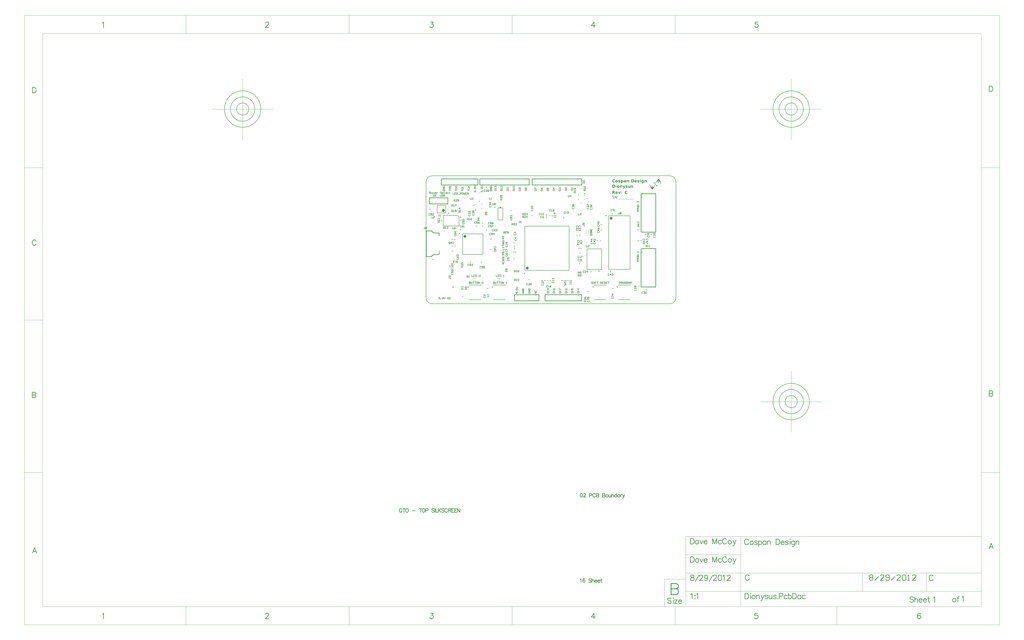
<source format=gto>
%FSLAX25Y25*%
%MOIN*%
G70*
G01*
G75*
%ADD10O,0.06102X0.02165*%
%ADD11R,0.04921X0.01378*%
%ADD12O,0.07087X0.01181*%
%ADD13O,0.01181X0.07087*%
%ADD14R,0.02362X0.03937*%
%ADD15R,0.01772X0.03937*%
%ADD16R,0.07480X0.02835*%
%ADD17R,0.04921X0.07284*%
%ADD18R,0.09843X0.03543*%
%ADD19R,0.00984X0.03150*%
%ADD20R,0.07087X0.11811*%
%ADD21R,0.05118X0.09055*%
%ADD22R,0.07087X0.07480*%
%ADD23R,0.05512X0.06299*%
%ADD24R,0.05315X0.01575*%
%ADD25R,0.07874X0.04724*%
%ADD26R,0.04331X0.12598*%
%ADD27R,0.02953X0.02559*%
%ADD28R,0.02756X0.01969*%
%ADD29R,0.01969X0.02756*%
%ADD30R,0.05906X0.05118*%
%ADD31R,0.02362X0.01969*%
%ADD32R,0.02559X0.02953*%
%ADD33R,0.01969X0.02362*%
%ADD34C,0.00600*%
%ADD35C,0.01000*%
%ADD36C,0.01500*%
%ADD37C,0.02000*%
%ADD38C,0.03000*%
%ADD39C,0.00400*%
%ADD40C,0.00200*%
%ADD41C,0.01400*%
%ADD42C,0.05906*%
%ADD43C,0.03937*%
%ADD44C,0.06000*%
%ADD45C,0.02400*%
%ADD46C,0.04000*%
%ADD47C,0.06416*%
G04:AMPARAMS|DCode=48|XSize=80.157mil|YSize=80.157mil|CornerRadius=0mil|HoleSize=0mil|Usage=FLASHONLY|Rotation=0.000|XOffset=0mil|YOffset=0mil|HoleType=Round|Shape=Relief|Width=8mil|Gap=10mil|Entries=4|*
%AMTHD48*
7,0,0,0.08016,0.06016,0.00800,45*
%
%ADD48THD48*%
%ADD49C,0.08699*%
%ADD50C,0.09487*%
%ADD51C,0.14900*%
%ADD52C,0.06400*%
G04:AMPARAMS|DCode=53|XSize=80mil|YSize=80mil|CornerRadius=0mil|HoleSize=0mil|Usage=FLASHONLY|Rotation=0.000|XOffset=0mil|YOffset=0mil|HoleType=Round|Shape=Relief|Width=8mil|Gap=10mil|Entries=4|*
%AMTHD53*
7,0,0,0.08000,0.06000,0.00800,45*
%
%ADD53THD53*%
G04:AMPARAMS|DCode=54|XSize=50mil|YSize=50mil|CornerRadius=0mil|HoleSize=0mil|Usage=FLASHONLY|Rotation=0.000|XOffset=0mil|YOffset=0mil|HoleType=Round|Shape=Relief|Width=8mil|Gap=10mil|Entries=4|*
%AMTHD54*
7,0,0,0.05000,0.03000,0.00800,45*
%
%ADD54THD54*%
%ADD55C,0.03400*%
%ADD56C,0.00984*%
%ADD57C,0.02362*%
%ADD58C,0.00787*%
%ADD59C,0.00394*%
G36*
X361667Y203541D02*
X361726Y203533D01*
X361785Y203526D01*
X361926Y203496D01*
X362089Y203452D01*
X362252Y203378D01*
X362333Y203333D01*
X362407Y203282D01*
X362481Y203222D01*
X362548Y203148D01*
X362555Y203141D01*
X362562Y203134D01*
X362577Y203104D01*
X362599Y203074D01*
X362629Y203030D01*
X362659Y202986D01*
X362688Y202919D01*
X362718Y202852D01*
X362747Y202778D01*
X362777Y202690D01*
X362807Y202593D01*
X362836Y202490D01*
X362858Y202379D01*
X362873Y202253D01*
X362888Y202127D01*
Y201987D01*
Y199700D01*
X361682D01*
Y200070D01*
Y201446D01*
Y201454D01*
Y201469D01*
Y201491D01*
Y201528D01*
Y201609D01*
Y201713D01*
X361674Y201824D01*
Y201935D01*
X361667Y202038D01*
X361660Y202120D01*
Y202127D01*
X361652Y202149D01*
Y202186D01*
X361645Y202223D01*
X361615Y202312D01*
X361600Y202357D01*
X361578Y202394D01*
Y202401D01*
X361563Y202416D01*
X361526Y202460D01*
X361467Y202519D01*
X361386Y202579D01*
X361378D01*
X361364Y202586D01*
X361341Y202601D01*
X361304Y202616D01*
X361223Y202638D01*
X361112Y202645D01*
X361097D01*
X361053Y202638D01*
X360986Y202630D01*
X360897Y202608D01*
X360809Y202571D01*
X360712Y202519D01*
X360616Y202445D01*
X360527Y202349D01*
X360520Y202334D01*
X360498Y202297D01*
X360461Y202231D01*
X360424Y202142D01*
X360379Y202031D01*
X360350Y201890D01*
X360320Y201728D01*
X360313Y201550D01*
Y199700D01*
X359114D01*
Y203459D01*
X360313D01*
Y202912D01*
X360328Y202919D01*
X360357Y202956D01*
X360416Y203015D01*
X360483Y203089D01*
X360572Y203163D01*
X360668Y203245D01*
X360772Y203319D01*
X360883Y203385D01*
X360897Y203393D01*
X360934Y203407D01*
X361001Y203437D01*
X361082Y203467D01*
X361186Y203496D01*
X361304Y203526D01*
X361430Y203541D01*
X361563Y203548D01*
X361623D01*
X361667Y203541D01*
D02*
G37*
G36*
X309356Y204791D02*
X309467Y204784D01*
X309586Y204776D01*
X309719Y204762D01*
X309860Y204732D01*
X310008Y204702D01*
X310015D01*
X310022Y204695D01*
X310045D01*
X310074Y204688D01*
X310148Y204665D01*
X310252Y204628D01*
X310363Y204591D01*
X310489Y204547D01*
X310622Y204488D01*
X310755Y204421D01*
Y203393D01*
X310748D01*
X310740Y203400D01*
X310696Y203430D01*
X310622Y203474D01*
X310533Y203526D01*
X310422Y203585D01*
X310304Y203644D01*
X310178Y203703D01*
X310045Y203748D01*
X310037D01*
X310030Y203755D01*
X309985Y203770D01*
X309911Y203785D01*
X309823Y203807D01*
X309712Y203829D01*
X309586Y203851D01*
X309453Y203859D01*
X309312Y203866D01*
X309245D01*
X309201Y203859D01*
X309142Y203851D01*
X309068Y203844D01*
X308994Y203829D01*
X308912Y203814D01*
X308742Y203755D01*
X308653Y203726D01*
X308557Y203681D01*
X308468Y203629D01*
X308387Y203570D01*
X308298Y203504D01*
X308224Y203422D01*
X308217Y203415D01*
X308209Y203400D01*
X308187Y203378D01*
X308165Y203341D01*
X308135Y203296D01*
X308098Y203237D01*
X308061Y203178D01*
X308032Y203104D01*
X307995Y203023D01*
X307958Y202926D01*
X307921Y202830D01*
X307891Y202719D01*
X307869Y202601D01*
X307847Y202475D01*
X307839Y202334D01*
X307832Y202194D01*
Y202186D01*
Y202157D01*
Y202120D01*
X307839Y202068D01*
X307847Y202001D01*
X307854Y201927D01*
X307862Y201839D01*
X307884Y201750D01*
X307928Y201557D01*
X307995Y201350D01*
X308039Y201254D01*
X308098Y201150D01*
X308158Y201062D01*
X308224Y200973D01*
X308232Y200965D01*
X308239Y200951D01*
X308269Y200936D01*
X308298Y200906D01*
X308335Y200869D01*
X308387Y200832D01*
X308439Y200795D01*
X308505Y200758D01*
X308579Y200714D01*
X308661Y200677D01*
X308750Y200640D01*
X308846Y200603D01*
X308957Y200573D01*
X309068Y200558D01*
X309186Y200544D01*
X309312Y200536D01*
X309379D01*
X309453Y200544D01*
X309549Y200551D01*
X309660Y200566D01*
X309786Y200581D01*
X309911Y200610D01*
X310045Y200647D01*
X310052D01*
X310059Y200655D01*
X310104Y200669D01*
X310170Y200699D01*
X310267Y200736D01*
X310370Y200788D01*
X310489Y200847D01*
X310622Y200921D01*
X310755Y201010D01*
Y199974D01*
X310748D01*
X310740Y199966D01*
X310696Y199944D01*
X310622Y199907D01*
X310526Y199870D01*
X310415Y199826D01*
X310289Y199781D01*
X310156Y199737D01*
X310008Y199700D01*
X310000D01*
X309993Y199693D01*
X309971D01*
X309941Y199685D01*
X309867Y199670D01*
X309763Y199656D01*
X309645Y199633D01*
X309512Y199619D01*
X309364Y199611D01*
X309208Y199604D01*
X309157D01*
X309090Y199611D01*
X309001Y199619D01*
X308898Y199626D01*
X308772Y199641D01*
X308639Y199663D01*
X308491Y199693D01*
X308335Y199730D01*
X308172Y199774D01*
X308010Y199833D01*
X307847Y199900D01*
X307684Y199974D01*
X307521Y200070D01*
X307366Y200174D01*
X307225Y200299D01*
X307218Y200307D01*
X307196Y200329D01*
X307159Y200373D01*
X307114Y200425D01*
X307055Y200499D01*
X306996Y200581D01*
X306929Y200684D01*
X306863Y200795D01*
X306796Y200928D01*
X306729Y201069D01*
X306670Y201224D01*
X306611Y201395D01*
X306567Y201572D01*
X306530Y201772D01*
X306507Y201972D01*
X306500Y202194D01*
Y202209D01*
Y202246D01*
X306507Y202312D01*
X306515Y202394D01*
X306522Y202497D01*
X306537Y202616D01*
X306559Y202741D01*
X306589Y202882D01*
X306626Y203030D01*
X306678Y203185D01*
X306737Y203348D01*
X306803Y203504D01*
X306892Y203659D01*
X306988Y203814D01*
X307099Y203962D01*
X307225Y204096D01*
X307233Y204103D01*
X307262Y204125D01*
X307299Y204162D01*
X307358Y204207D01*
X307432Y204258D01*
X307521Y204318D01*
X307625Y204384D01*
X307751Y204451D01*
X307884Y204510D01*
X308032Y204577D01*
X308195Y204636D01*
X308372Y204688D01*
X308565Y204732D01*
X308764Y204769D01*
X308979Y204791D01*
X309208Y204799D01*
X309282D01*
X309356Y204791D01*
D02*
G37*
G36*
X332681Y203541D02*
X332740Y203533D01*
X332800Y203526D01*
X332940Y203496D01*
X333103Y203452D01*
X333266Y203378D01*
X333347Y203333D01*
X333421Y203282D01*
X333495Y203222D01*
X333562Y203148D01*
X333569Y203141D01*
X333577Y203134D01*
X333591Y203104D01*
X333614Y203074D01*
X333643Y203030D01*
X333673Y202986D01*
X333702Y202919D01*
X333732Y202852D01*
X333762Y202778D01*
X333791Y202690D01*
X333821Y202593D01*
X333850Y202490D01*
X333873Y202379D01*
X333887Y202253D01*
X333902Y202127D01*
Y201987D01*
Y199700D01*
X332696D01*
Y200070D01*
Y201446D01*
Y201454D01*
Y201469D01*
Y201491D01*
Y201528D01*
Y201609D01*
Y201713D01*
X332689Y201824D01*
Y201935D01*
X332681Y202038D01*
X332674Y202120D01*
Y202127D01*
X332666Y202149D01*
Y202186D01*
X332659Y202223D01*
X332629Y202312D01*
X332615Y202357D01*
X332592Y202394D01*
Y202401D01*
X332578Y202416D01*
X332541Y202460D01*
X332481Y202519D01*
X332400Y202579D01*
X332393D01*
X332378Y202586D01*
X332356Y202601D01*
X332319Y202616D01*
X332237Y202638D01*
X332126Y202645D01*
X332111D01*
X332067Y202638D01*
X332000Y202630D01*
X331912Y202608D01*
X331823Y202571D01*
X331727Y202519D01*
X331630Y202445D01*
X331542Y202349D01*
X331534Y202334D01*
X331512Y202297D01*
X331475Y202231D01*
X331438Y202142D01*
X331394Y202031D01*
X331364Y201890D01*
X331334Y201728D01*
X331327Y201550D01*
Y199700D01*
X330128D01*
Y203459D01*
X331327D01*
Y202912D01*
X331342Y202919D01*
X331371Y202956D01*
X331431Y203015D01*
X331497Y203089D01*
X331586Y203163D01*
X331682Y203245D01*
X331786Y203319D01*
X331897Y203385D01*
X331912Y203393D01*
X331949Y203407D01*
X332015Y203437D01*
X332097Y203467D01*
X332200Y203496D01*
X332319Y203526D01*
X332444Y203541D01*
X332578Y203548D01*
X332637D01*
X332681Y203541D01*
D02*
G37*
G36*
X349413D02*
X349516Y203533D01*
X349635Y203526D01*
X349760Y203511D01*
X349894Y203489D01*
X349908D01*
X349931Y203481D01*
X349960D01*
X350034Y203467D01*
X350130Y203452D01*
X350249Y203430D01*
X350389Y203400D01*
X350537Y203370D01*
X350693Y203333D01*
Y202423D01*
X350685D01*
X350678Y202431D01*
X350656Y202438D01*
X350626Y202453D01*
X350552Y202482D01*
X350456Y202512D01*
X350338Y202556D01*
X350212Y202593D01*
X350079Y202630D01*
X349945Y202667D01*
X349938D01*
X349931Y202675D01*
X349886Y202682D01*
X349820Y202697D01*
X349731Y202712D01*
X349627Y202727D01*
X349509Y202734D01*
X349390Y202749D01*
X349213D01*
X349154Y202741D01*
X349080D01*
X348998Y202727D01*
X348909Y202712D01*
X348828Y202690D01*
X348761Y202660D01*
X348754Y202653D01*
X348739Y202645D01*
X348710Y202623D01*
X348680Y202593D01*
X348650Y202556D01*
X348621Y202512D01*
X348606Y202453D01*
X348599Y202394D01*
Y202386D01*
Y202371D01*
X348606Y202342D01*
X348613Y202312D01*
X348628Y202275D01*
X348650Y202238D01*
X348680Y202201D01*
X348717Y202172D01*
X348724D01*
X348739Y202157D01*
X348776Y202149D01*
X348821Y202127D01*
X348880Y202112D01*
X348961Y202090D01*
X349057Y202075D01*
X349168Y202061D01*
X349383Y202031D01*
X349390D01*
X349420Y202024D01*
X349472Y202016D01*
X349531Y202009D01*
X349605Y201994D01*
X349694Y201979D01*
X349783Y201957D01*
X349879Y201935D01*
X350086Y201883D01*
X350293Y201816D01*
X350389Y201779D01*
X350478Y201735D01*
X350552Y201691D01*
X350619Y201639D01*
X350626D01*
X350634Y201624D01*
X350671Y201587D01*
X350722Y201528D01*
X350782Y201432D01*
X350841Y201321D01*
X350893Y201173D01*
X350930Y201002D01*
X350944Y200906D01*
Y200803D01*
Y200795D01*
Y200773D01*
Y200743D01*
X350937Y200706D01*
X350930Y200655D01*
X350922Y200595D01*
X350893Y200462D01*
X350833Y200322D01*
X350804Y200240D01*
X350759Y200166D01*
X350708Y200100D01*
X350648Y200026D01*
X350582Y199959D01*
X350500Y199900D01*
X350493D01*
X350478Y199885D01*
X350456Y199870D01*
X350419Y199855D01*
X350375Y199833D01*
X350315Y199804D01*
X350249Y199781D01*
X350167Y199752D01*
X350079Y199722D01*
X349982Y199700D01*
X349879Y199670D01*
X349760Y199648D01*
X349627Y199633D01*
X349494Y199619D01*
X349339Y199604D01*
X349043D01*
X348946Y199611D01*
X348828Y199619D01*
X348695Y199626D01*
X348554Y199641D01*
X348406Y199663D01*
X348391D01*
X348369Y199670D01*
X348340Y199678D01*
X348258Y199685D01*
X348162Y199707D01*
X348036Y199730D01*
X347903Y199767D01*
X347755Y199796D01*
X347600Y199841D01*
Y200751D01*
X347607D01*
X347614Y200743D01*
X347659Y200721D01*
X347733Y200692D01*
X347822Y200655D01*
X347933Y200610D01*
X348058Y200566D01*
X348192Y200521D01*
X348332Y200484D01*
X348347D01*
X348369Y200477D01*
X348399Y200470D01*
X348473Y200462D01*
X348569Y200447D01*
X348687Y200433D01*
X348813Y200418D01*
X348954Y200410D01*
X349094Y200403D01*
X349154D01*
X349213Y200410D01*
X349294Y200418D01*
X349383Y200425D01*
X349472Y200447D01*
X349553Y200470D01*
X349627Y200499D01*
X349635Y200507D01*
X349657Y200514D01*
X349686Y200536D01*
X349716Y200573D01*
X349746Y200610D01*
X349775Y200662D01*
X349797Y200714D01*
X349805Y200780D01*
Y200788D01*
Y200810D01*
X349797Y200840D01*
X349790Y200869D01*
X349775Y200914D01*
X349753Y200951D01*
X349723Y200988D01*
X349679Y201017D01*
X349672Y201025D01*
X349657Y201032D01*
X349620Y201047D01*
X349568Y201062D01*
X349501Y201084D01*
X349420Y201106D01*
X349316Y201128D01*
X349191Y201143D01*
X348983Y201173D01*
X348976D01*
X348946Y201180D01*
X348909Y201187D01*
X348850Y201195D01*
X348784Y201202D01*
X348710Y201217D01*
X348628Y201239D01*
X348539Y201261D01*
X348354Y201306D01*
X348169Y201372D01*
X348081Y201409D01*
X347999Y201454D01*
X347925Y201498D01*
X347859Y201543D01*
X347844Y201557D01*
X347807Y201594D01*
X347755Y201661D01*
X347703Y201750D01*
X347644Y201868D01*
X347592Y202009D01*
X347555Y202179D01*
X347548Y202268D01*
X347540Y202371D01*
Y202379D01*
Y202401D01*
Y202431D01*
X347548Y202468D01*
X347555Y202519D01*
X347563Y202579D01*
X347592Y202704D01*
X347637Y202852D01*
X347711Y203000D01*
X347762Y203067D01*
X347814Y203141D01*
X347873Y203200D01*
X347947Y203259D01*
X347955D01*
X347970Y203274D01*
X347992Y203289D01*
X348021Y203304D01*
X348066Y203326D01*
X348118Y203348D01*
X348184Y203378D01*
X348258Y203407D01*
X348340Y203430D01*
X348428Y203459D01*
X348532Y203481D01*
X348650Y203504D01*
X348769Y203518D01*
X348902Y203533D01*
X349043Y203548D01*
X349324D01*
X349413Y203541D01*
D02*
G37*
G36*
X323143D02*
X323202Y203533D01*
X323268Y203518D01*
X323342Y203504D01*
X323431Y203481D01*
X323513Y203452D01*
X323609Y203415D01*
X323705Y203370D01*
X323801Y203311D01*
X323897Y203252D01*
X323986Y203178D01*
X324075Y203089D01*
X324164Y202993D01*
X324171Y202986D01*
X324186Y202971D01*
X324208Y202934D01*
X324238Y202889D01*
X324267Y202838D01*
X324304Y202771D01*
X324349Y202697D01*
X324393Y202608D01*
X324430Y202512D01*
X324475Y202401D01*
X324512Y202283D01*
X324549Y202157D01*
X324571Y202024D01*
X324593Y201883D01*
X324608Y201728D01*
X324615Y201572D01*
Y201565D01*
Y201535D01*
Y201491D01*
X324608Y201432D01*
X324600Y201358D01*
X324593Y201269D01*
X324578Y201173D01*
X324556Y201069D01*
X324504Y200847D01*
X324467Y200729D01*
X324423Y200610D01*
X324371Y200492D01*
X324312Y200373D01*
X324245Y200262D01*
X324164Y200151D01*
X324156Y200144D01*
X324142Y200129D01*
X324119Y200100D01*
X324082Y200063D01*
X324038Y200026D01*
X323986Y199981D01*
X323927Y199929D01*
X323853Y199878D01*
X323779Y199826D01*
X323690Y199774D01*
X323594Y199730D01*
X323498Y199693D01*
X323387Y199656D01*
X323276Y199626D01*
X323150Y199611D01*
X323024Y199604D01*
X322958D01*
X322884Y199611D01*
X322787Y199626D01*
X322684Y199641D01*
X322565Y199670D01*
X322447Y199707D01*
X322329Y199759D01*
X322314Y199767D01*
X322277Y199789D01*
X322218Y199826D01*
X322144Y199878D01*
X322062Y199944D01*
X321973Y200033D01*
X321877Y200129D01*
X321781Y200248D01*
Y198272D01*
X320582D01*
Y203459D01*
X321781D01*
Y202912D01*
X321796Y202919D01*
X321825Y202956D01*
X321877Y203015D01*
X321944Y203089D01*
X322025Y203163D01*
X322114Y203245D01*
X322218Y203319D01*
X322329Y203385D01*
X322343Y203393D01*
X322380Y203407D01*
X322447Y203437D01*
X322528Y203467D01*
X322632Y203496D01*
X322750Y203526D01*
X322884Y203541D01*
X323024Y203548D01*
X323091D01*
X323143Y203541D01*
D02*
G37*
G36*
X313829Y173300D02*
X313025D01*
X311088Y176968D01*
Y173300D01*
X310511D01*
Y177687D01*
X311308D01*
X313252Y174013D01*
Y177687D01*
X313829D01*
Y173300D01*
D02*
G37*
G36*
X315747Y175665D02*
X315125D01*
Y176410D01*
X315747D01*
Y175665D01*
D02*
G37*
G36*
Y173300D02*
X315125D01*
Y174045D01*
X315747D01*
Y173300D01*
D02*
G37*
G36*
X353046Y203940D02*
X351847D01*
Y204917D01*
X353046D01*
Y203940D01*
D02*
G37*
G36*
X340559Y171881D02*
X316389D01*
Y172302D01*
X340559D01*
Y171881D01*
D02*
G37*
G36*
X355658Y203533D02*
X355754Y203518D01*
X355858Y203504D01*
X355976Y203474D01*
X356095Y203437D01*
X356206Y203385D01*
X356221Y203378D01*
X356258Y203356D01*
X356317Y203319D01*
X356391Y203267D01*
X356472Y203200D01*
X356568Y203111D01*
X356665Y203015D01*
X356761Y202897D01*
Y203459D01*
X357967D01*
Y200077D01*
Y200070D01*
Y200040D01*
Y199989D01*
X357960Y199929D01*
X357952Y199855D01*
X357937Y199767D01*
X357915Y199670D01*
X357893Y199567D01*
X357863Y199456D01*
X357826Y199345D01*
X357782Y199234D01*
X357723Y199115D01*
X357656Y199004D01*
X357582Y198893D01*
X357493Y198797D01*
X357390Y198701D01*
X357382Y198694D01*
X357360Y198679D01*
X357331Y198657D01*
X357286Y198627D01*
X357227Y198590D01*
X357153Y198546D01*
X357064Y198509D01*
X356968Y198464D01*
X356857Y198412D01*
X356739Y198375D01*
X356598Y198331D01*
X356450Y198294D01*
X356287Y198264D01*
X356117Y198242D01*
X355932Y198227D01*
X355732Y198220D01*
X355599D01*
X355510Y198227D01*
X355407Y198235D01*
X355296Y198242D01*
X355044Y198279D01*
X355029D01*
X354985Y198287D01*
X354926Y198301D01*
X354844Y198316D01*
X354741Y198338D01*
X354630Y198368D01*
X354511Y198398D01*
X354393Y198435D01*
Y199367D01*
X354408Y199360D01*
X354445Y199337D01*
X354504Y199308D01*
X354585Y199271D01*
X354681Y199226D01*
X354785Y199182D01*
X354896Y199138D01*
X355007Y199101D01*
X355022D01*
X355059Y199086D01*
X355118Y199071D01*
X355199Y199056D01*
X355288Y199041D01*
X355392Y199027D01*
X355503Y199019D01*
X355614Y199012D01*
X355673D01*
X355710Y199019D01*
X355762D01*
X355814Y199027D01*
X355947Y199041D01*
X356087Y199078D01*
X356228Y199123D01*
X356361Y199182D01*
X356428Y199226D01*
X356480Y199271D01*
X356494Y199286D01*
X356524Y199323D01*
X356568Y199382D01*
X356620Y199471D01*
X356672Y199582D01*
X356716Y199722D01*
X356746Y199885D01*
X356761Y200077D01*
Y200336D01*
X356746Y200322D01*
X356716Y200285D01*
X356665Y200225D01*
X356598Y200151D01*
X356517Y200070D01*
X356420Y199989D01*
X356317Y199915D01*
X356206Y199848D01*
X356191Y199841D01*
X356154Y199826D01*
X356095Y199804D01*
X356006Y199774D01*
X355910Y199744D01*
X355791Y199722D01*
X355658Y199707D01*
X355518Y199700D01*
X355488D01*
X355451Y199707D01*
X355407D01*
X355347Y199715D01*
X355273Y199730D01*
X355199Y199744D01*
X355118Y199767D01*
X355029Y199796D01*
X354940Y199833D01*
X354844Y199878D01*
X354748Y199929D01*
X354652Y199989D01*
X354556Y200063D01*
X354467Y200144D01*
X354378Y200240D01*
X354371Y200248D01*
X354356Y200262D01*
X354334Y200299D01*
X354311Y200336D01*
X354274Y200388D01*
X354237Y200455D01*
X354200Y200529D01*
X354156Y200618D01*
X354112Y200706D01*
X354075Y200817D01*
X354038Y200928D01*
X354001Y201047D01*
X353978Y201180D01*
X353956Y201321D01*
X353941Y201461D01*
X353934Y201617D01*
Y201624D01*
Y201654D01*
Y201698D01*
X353941Y201757D01*
X353949Y201831D01*
X353956Y201913D01*
X353971Y202009D01*
X353993Y202105D01*
X354045Y202327D01*
X354082Y202438D01*
X354119Y202556D01*
X354171Y202675D01*
X354230Y202786D01*
X354297Y202897D01*
X354378Y203000D01*
X354385Y203008D01*
X354400Y203023D01*
X354422Y203052D01*
X354459Y203082D01*
X354504Y203126D01*
X354556Y203171D01*
X354622Y203222D01*
X354689Y203274D01*
X354770Y203319D01*
X354852Y203370D01*
X354948Y203415D01*
X355051Y203459D01*
X355155Y203489D01*
X355273Y203518D01*
X355392Y203533D01*
X355518Y203541D01*
X355584D01*
X355658Y203533D01*
D02*
G37*
G36*
X313722Y203541D02*
X313804Y203533D01*
X313893Y203518D01*
X314004Y203504D01*
X314115Y203481D01*
X314233Y203452D01*
X314359Y203422D01*
X314485Y203378D01*
X314610Y203326D01*
X314736Y203267D01*
X314855Y203193D01*
X314973Y203119D01*
X315077Y203023D01*
X315084Y203015D01*
X315099Y203000D01*
X315128Y202971D01*
X315165Y202926D01*
X315202Y202875D01*
X315247Y202808D01*
X315299Y202734D01*
X315350Y202645D01*
X315402Y202549D01*
X315454Y202438D01*
X315498Y202320D01*
X315535Y202186D01*
X315572Y202053D01*
X315602Y201898D01*
X315617Y201742D01*
X315624Y201572D01*
Y201565D01*
Y201535D01*
Y201483D01*
X315617Y201417D01*
X315609Y201343D01*
X315595Y201254D01*
X315580Y201150D01*
X315558Y201047D01*
X315528Y200928D01*
X315491Y200810D01*
X315447Y200692D01*
X315395Y200573D01*
X315328Y200447D01*
X315254Y200336D01*
X315173Y200225D01*
X315077Y200122D01*
X315069Y200114D01*
X315054Y200100D01*
X315017Y200077D01*
X314973Y200040D01*
X314921Y200003D01*
X314855Y199959D01*
X314773Y199915D01*
X314684Y199863D01*
X314581Y199818D01*
X314462Y199767D01*
X314344Y199722D01*
X314203Y199685D01*
X314063Y199648D01*
X313900Y199626D01*
X313737Y199611D01*
X313560Y199604D01*
X313463D01*
X313397Y199611D01*
X313315Y199619D01*
X313227Y199633D01*
X313123Y199648D01*
X313005Y199670D01*
X312886Y199693D01*
X312760Y199730D01*
X312635Y199774D01*
X312509Y199826D01*
X312383Y199885D01*
X312265Y199952D01*
X312154Y200033D01*
X312043Y200122D01*
X312035Y200129D01*
X312020Y200144D01*
X311991Y200174D01*
X311954Y200218D01*
X311917Y200270D01*
X311872Y200336D01*
X311821Y200410D01*
X311769Y200499D01*
X311717Y200595D01*
X311665Y200706D01*
X311621Y200825D01*
X311584Y200958D01*
X311547Y201099D01*
X311517Y201247D01*
X311502Y201402D01*
X311495Y201572D01*
Y201580D01*
Y201617D01*
X311502Y201661D01*
Y201728D01*
X311510Y201802D01*
X311525Y201890D01*
X311539Y201994D01*
X311562Y202098D01*
X311591Y202216D01*
X311628Y202334D01*
X311673Y202453D01*
X311724Y202571D01*
X311791Y202697D01*
X311865Y202808D01*
X311946Y202919D01*
X312043Y203023D01*
X312050Y203030D01*
X312065Y203045D01*
X312102Y203074D01*
X312146Y203104D01*
X312198Y203141D01*
X312265Y203185D01*
X312346Y203237D01*
X312435Y203289D01*
X312538Y203333D01*
X312657Y203385D01*
X312775Y203430D01*
X312916Y203467D01*
X313056Y203496D01*
X313219Y203526D01*
X313382Y203541D01*
X313560Y203548D01*
X313656D01*
X313722Y203541D01*
D02*
G37*
G36*
X382357Y201390D02*
X382440Y201349D01*
X382551Y201266D01*
X382690Y201141D01*
X382815Y200974D01*
X382926Y200752D01*
X382968Y200627D01*
X383009Y200488D01*
X383023Y200322D01*
X383037Y200155D01*
X383023D01*
X383009Y200127D01*
X382926Y200072D01*
X382801Y199989D01*
X382648Y199891D01*
X382468Y199794D01*
X382288Y199711D01*
X382121Y199655D01*
X381968Y199628D01*
X381954D01*
X381941Y199642D01*
X381857Y199669D01*
X381746Y199725D01*
X381607Y199794D01*
X381469Y199878D01*
X381358Y199961D01*
X381274Y200058D01*
X381260Y200100D01*
X381247Y200155D01*
Y200863D01*
Y200877D01*
X381260Y200905D01*
X381274Y200960D01*
X381316Y201030D01*
X381385Y201113D01*
X381469Y201210D01*
X381607Y201307D01*
X381788Y201404D01*
X382343D01*
X382357Y201390D01*
D02*
G37*
G36*
X373057Y193035D02*
Y193021D01*
Y192993D01*
Y192951D01*
X373043Y192896D01*
X373030Y192743D01*
X372988Y192563D01*
X372932Y192368D01*
X372835Y192202D01*
X372710Y192049D01*
X372627Y192008D01*
X372530Y191966D01*
X371975D01*
X371947Y191980D01*
X371878Y192008D01*
X371808Y192063D01*
X371697Y192146D01*
X371586Y192271D01*
X371517Y192355D01*
X371433Y192452D01*
X371364Y192563D01*
X371281Y192688D01*
Y193035D01*
Y193049D01*
X371295Y193062D01*
X371336Y193146D01*
X371420Y193257D01*
X371544Y193396D01*
X371711Y193520D01*
X371933Y193631D01*
X372058Y193673D01*
X372197Y193715D01*
X372363Y193729D01*
X372530Y193743D01*
X373057Y193035D01*
D02*
G37*
G36*
X382732Y205652D02*
X382815Y205610D01*
X382912Y205527D01*
X382982Y205471D01*
X383051Y205402D01*
X383134Y205318D01*
X383231Y205207D01*
X383329Y205083D01*
X383440Y204930D01*
X383564Y204763D01*
X383689Y204583D01*
X383828Y204361D01*
X383967Y204111D01*
X384134Y203847D01*
X384300Y203542D01*
X384467Y203209D01*
X384661Y202834D01*
X384855Y202431D01*
X385064Y201987D01*
X385286Y201515D01*
X385522Y200988D01*
X385758Y200433D01*
X386007Y199822D01*
X386271Y199183D01*
X386549Y198489D01*
X386840Y197740D01*
X387132Y196949D01*
X386951D01*
X386937Y196963D01*
X386910Y197018D01*
X386868Y197088D01*
X386812Y197185D01*
X386743Y197310D01*
X386646Y197462D01*
X386549Y197629D01*
X386438Y197809D01*
X386299Y198018D01*
X386174Y198226D01*
X385869Y198698D01*
X385522Y199197D01*
X385161Y199711D01*
X384786Y200224D01*
X384383Y200724D01*
X383981Y201196D01*
X383787Y201404D01*
X383578Y201612D01*
X383384Y201793D01*
X383190Y201959D01*
X383009Y202112D01*
X382815Y202237D01*
X382635Y202334D01*
X382468Y202418D01*
X382288Y202459D01*
X382135Y202473D01*
X381788D01*
X381760Y202459D01*
X381691Y202431D01*
X381580Y202376D01*
X381427Y202293D01*
X381247Y202168D01*
X381025Y202001D01*
X380761Y201779D01*
X380622Y201654D01*
X380483Y201515D01*
X380330Y201363D01*
X380178Y201182D01*
X380011Y201002D01*
X379845Y200794D01*
X379664Y200571D01*
X379484Y200336D01*
X379303Y200072D01*
X379123Y199794D01*
X378929Y199489D01*
X378734Y199170D01*
X378540Y198837D01*
X378332Y198476D01*
X378137Y198087D01*
X377929Y197671D01*
X377721Y197240D01*
X377513Y196782D01*
X377527Y196768D01*
X377554Y196699D01*
X377596Y196616D01*
X377665Y196491D01*
X377735Y196352D01*
X377818Y196199D01*
X378026Y195852D01*
X378249Y195505D01*
X378360Y195339D01*
X378484Y195186D01*
X378609Y195047D01*
X378720Y194936D01*
X378831Y194853D01*
X378942Y194811D01*
X379317D01*
X379359Y194839D01*
X379400Y194867D01*
X379442Y194895D01*
X379498Y194950D01*
X379567Y195019D01*
X379650Y195103D01*
X379748Y195200D01*
X379872Y195339D01*
X379997Y195491D01*
X380150Y195672D01*
X380317Y195894D01*
X380511Y196144D01*
X380719Y196421D01*
Y196241D01*
Y196227D01*
X380705Y196213D01*
X380691Y196172D01*
X380678Y196116D01*
X380622Y195977D01*
X380553Y195797D01*
X380469Y195575D01*
X380372Y195339D01*
X380261Y195089D01*
X380150Y194825D01*
X380011Y194548D01*
X379886Y194298D01*
X379748Y194062D01*
X379623Y193840D01*
X379484Y193659D01*
X379359Y193520D01*
X379290Y193465D01*
X379234Y193423D01*
X379165Y193409D01*
X379109Y193396D01*
X379081D01*
X379026Y193423D01*
X378970Y193451D01*
X378901Y193493D01*
X378818Y193562D01*
X378720Y193659D01*
X378595Y193798D01*
X378471Y193965D01*
X378346Y194173D01*
X378193Y194437D01*
X378124Y194589D01*
X378040Y194742D01*
X377957Y194922D01*
X377874Y195117D01*
X377790Y195325D01*
X377693Y195547D01*
X377610Y195783D01*
X377513Y196033D01*
X377430Y196310D01*
X377332Y196602D01*
X377152D01*
X377138Y196574D01*
X377110Y196505D01*
X377069Y196394D01*
X376999Y196241D01*
X376916Y196047D01*
X376819Y195811D01*
X376722Y195561D01*
X376597Y195269D01*
X376458Y194950D01*
X376305Y194617D01*
X376153Y194270D01*
X375986Y193895D01*
X375611Y193132D01*
X375223Y192341D01*
X374820Y191536D01*
X374390Y190772D01*
X374182Y190398D01*
X373960Y190050D01*
X373751Y189717D01*
X373529Y189398D01*
X373321Y189107D01*
X373113Y188857D01*
X372905Y188621D01*
X372710Y188426D01*
X372516Y188274D01*
X372336Y188163D01*
X372155Y188093D01*
X371989Y188066D01*
X371975D01*
X371919Y188080D01*
X371822Y188121D01*
X371697Y188204D01*
X371614Y188260D01*
X371531Y188329D01*
X371433Y188426D01*
X371322Y188524D01*
X371211Y188649D01*
X371086Y188801D01*
X370948Y188968D01*
X370809Y189162D01*
X370642Y189370D01*
X370490Y189620D01*
X370309Y189884D01*
X370129Y190189D01*
X369934Y190536D01*
X369740Y190897D01*
X369532Y191300D01*
X369310Y191744D01*
X369074Y192216D01*
X368838Y192743D01*
X368588Y193298D01*
X368324Y193909D01*
X368061Y194548D01*
X367783Y195242D01*
X367492Y195991D01*
X367200Y196782D01*
X367380D01*
X367408Y196768D01*
X367436Y196727D01*
X367492Y196685D01*
X367561Y196602D01*
X367658Y196491D01*
X367755Y196352D01*
X367894Y196172D01*
X368047Y195963D01*
X368227Y195686D01*
X368324Y195533D01*
X368421Y195367D01*
X368532Y195186D01*
X368657Y194992D01*
X368782Y194784D01*
X368921Y194562D01*
X369060Y194325D01*
X369213Y194062D01*
X369365Y193784D01*
X369532Y193493D01*
X369698Y193187D01*
X369879Y192854D01*
X369893Y192840D01*
X369934Y192799D01*
X370004Y192729D01*
X370087Y192632D01*
X370184Y192521D01*
X370309Y192410D01*
X370448Y192285D01*
X370601Y192146D01*
X370934Y191883D01*
X371100Y191772D01*
X371281Y191661D01*
X371461Y191563D01*
X371642Y191494D01*
X371822Y191452D01*
X371989Y191438D01*
X372377D01*
X372447Y191452D01*
X372558Y191480D01*
X372710Y191522D01*
X372905Y191619D01*
X373141Y191744D01*
X373266Y191827D01*
X373404Y191910D01*
X373557Y192021D01*
X373710Y192146D01*
X373862Y192299D01*
X374029Y192452D01*
X374209Y192632D01*
X374390Y192826D01*
X374584Y193049D01*
X374779Y193284D01*
X374973Y193548D01*
X375181Y193840D01*
X375389Y194159D01*
X375611Y194492D01*
X375819Y194853D01*
X376055Y195255D01*
X376277Y195672D01*
X376514Y196130D01*
X376749Y196616D01*
X376985Y197129D01*
X376972Y197143D01*
X376958Y197185D01*
X376916Y197254D01*
X376860Y197351D01*
X376791Y197462D01*
X376722Y197587D01*
X376541Y197851D01*
X376333Y198143D01*
X376125Y198406D01*
X376028Y198517D01*
X375931Y198614D01*
X375833Y198684D01*
X375736Y198739D01*
X375195D01*
X375153Y198712D01*
X375084Y198670D01*
X375028Y198614D01*
X374959Y198559D01*
X374889Y198489D01*
X374806Y198392D01*
X374695Y198281D01*
X374584Y198143D01*
X374445Y197976D01*
X374307Y197782D01*
X374140Y197560D01*
X373960Y197310D01*
Y197490D01*
Y197504D01*
X373973Y197518D01*
X374001Y197601D01*
X374043Y197740D01*
X374098Y197907D01*
X374182Y198115D01*
X374265Y198337D01*
X374362Y198573D01*
X374473Y198823D01*
X374598Y199073D01*
X374723Y199308D01*
X374848Y199544D01*
X374987Y199739D01*
X375126Y199905D01*
X375278Y200044D01*
X375417Y200127D01*
X375486Y200141D01*
X375556Y200155D01*
X375736D01*
X375750Y200141D01*
X375778Y200114D01*
X375819Y200072D01*
X375875Y200016D01*
X375944Y199919D01*
X376028Y199822D01*
X376125Y199683D01*
X376222Y199530D01*
X376333Y199350D01*
X376444Y199142D01*
X376555Y198906D01*
X376680Y198656D01*
X376805Y198365D01*
X376916Y198045D01*
X377041Y197698D01*
X377152Y197310D01*
X377332D01*
X377346Y197324D01*
X377360Y197379D01*
X377402Y197476D01*
X377443Y197601D01*
X377499Y197754D01*
X377582Y197934D01*
X377665Y198129D01*
X377763Y198365D01*
X377860Y198614D01*
X377971Y198892D01*
X378096Y199183D01*
X378235Y199475D01*
X378526Y200127D01*
X378845Y200821D01*
X379192Y201529D01*
X379567Y202237D01*
X379942Y202931D01*
X380344Y203611D01*
X380539Y203930D01*
X380747Y204236D01*
X380955Y204513D01*
X381149Y204791D01*
X381358Y205041D01*
X381566Y205277D01*
X381774Y205485D01*
X381968Y205665D01*
X382690D01*
X382732Y205652D01*
D02*
G37*
G36*
X353046Y199700D02*
X351847D01*
Y203459D01*
X353046D01*
Y199700D01*
D02*
G37*
G36*
X318148Y203541D02*
X318251Y203533D01*
X318370Y203526D01*
X318495Y203511D01*
X318629Y203489D01*
X318643D01*
X318666Y203481D01*
X318695D01*
X318769Y203467D01*
X318865Y203452D01*
X318984Y203430D01*
X319124Y203400D01*
X319272Y203370D01*
X319428Y203333D01*
Y202423D01*
X319420D01*
X319413Y202431D01*
X319391Y202438D01*
X319361Y202453D01*
X319287Y202482D01*
X319191Y202512D01*
X319073Y202556D01*
X318947Y202593D01*
X318814Y202630D01*
X318680Y202667D01*
X318673D01*
X318666Y202675D01*
X318621Y202682D01*
X318555Y202697D01*
X318466Y202712D01*
X318362Y202727D01*
X318244Y202734D01*
X318125Y202749D01*
X317948D01*
X317889Y202741D01*
X317815D01*
X317733Y202727D01*
X317644Y202712D01*
X317563Y202690D01*
X317496Y202660D01*
X317489Y202653D01*
X317474Y202645D01*
X317445Y202623D01*
X317415Y202593D01*
X317385Y202556D01*
X317356Y202512D01*
X317341Y202453D01*
X317334Y202394D01*
Y202386D01*
Y202371D01*
X317341Y202342D01*
X317348Y202312D01*
X317363Y202275D01*
X317385Y202238D01*
X317415Y202201D01*
X317452Y202172D01*
X317459D01*
X317474Y202157D01*
X317511Y202149D01*
X317556Y202127D01*
X317615Y202112D01*
X317696Y202090D01*
X317792Y202075D01*
X317903Y202061D01*
X318118Y202031D01*
X318125D01*
X318155Y202024D01*
X318207Y202016D01*
X318266Y202009D01*
X318340Y201994D01*
X318429Y201979D01*
X318518Y201957D01*
X318614Y201935D01*
X318821Y201883D01*
X319028Y201816D01*
X319124Y201779D01*
X319213Y201735D01*
X319287Y201691D01*
X319354Y201639D01*
X319361D01*
X319369Y201624D01*
X319406Y201587D01*
X319457Y201528D01*
X319517Y201432D01*
X319576Y201321D01*
X319628Y201173D01*
X319665Y201002D01*
X319679Y200906D01*
Y200803D01*
Y200795D01*
Y200773D01*
Y200743D01*
X319672Y200706D01*
X319665Y200655D01*
X319657Y200595D01*
X319628Y200462D01*
X319568Y200322D01*
X319539Y200240D01*
X319494Y200166D01*
X319443Y200100D01*
X319383Y200026D01*
X319317Y199959D01*
X319235Y199900D01*
X319228D01*
X319213Y199885D01*
X319191Y199870D01*
X319154Y199855D01*
X319110Y199833D01*
X319050Y199804D01*
X318984Y199781D01*
X318902Y199752D01*
X318814Y199722D01*
X318717Y199700D01*
X318614Y199670D01*
X318495Y199648D01*
X318362Y199633D01*
X318229Y199619D01*
X318074Y199604D01*
X317778D01*
X317681Y199611D01*
X317563Y199619D01*
X317430Y199626D01*
X317289Y199641D01*
X317141Y199663D01*
X317126D01*
X317104Y199670D01*
X317075Y199678D01*
X316993Y199685D01*
X316897Y199707D01*
X316771Y199730D01*
X316638Y199767D01*
X316490Y199796D01*
X316335Y199841D01*
Y200751D01*
X316342D01*
X316349Y200743D01*
X316394Y200721D01*
X316468Y200692D01*
X316557Y200655D01*
X316668Y200610D01*
X316793Y200566D01*
X316927Y200521D01*
X317067Y200484D01*
X317082D01*
X317104Y200477D01*
X317134Y200470D01*
X317208Y200462D01*
X317304Y200447D01*
X317422Y200433D01*
X317548Y200418D01*
X317689Y200410D01*
X317829Y200403D01*
X317889D01*
X317948Y200410D01*
X318029Y200418D01*
X318118Y200425D01*
X318207Y200447D01*
X318288Y200470D01*
X318362Y200499D01*
X318370Y200507D01*
X318392Y200514D01*
X318421Y200536D01*
X318451Y200573D01*
X318481Y200610D01*
X318510Y200662D01*
X318532Y200714D01*
X318540Y200780D01*
Y200788D01*
Y200810D01*
X318532Y200840D01*
X318525Y200869D01*
X318510Y200914D01*
X318488Y200951D01*
X318458Y200988D01*
X318414Y201017D01*
X318407Y201025D01*
X318392Y201032D01*
X318355Y201047D01*
X318303Y201062D01*
X318236Y201084D01*
X318155Y201106D01*
X318051Y201128D01*
X317926Y201143D01*
X317718Y201173D01*
X317711D01*
X317681Y201180D01*
X317644Y201187D01*
X317585Y201195D01*
X317519Y201202D01*
X317445Y201217D01*
X317363Y201239D01*
X317274Y201261D01*
X317089Y201306D01*
X316904Y201372D01*
X316816Y201409D01*
X316734Y201454D01*
X316660Y201498D01*
X316594Y201543D01*
X316579Y201557D01*
X316542Y201594D01*
X316490Y201661D01*
X316438Y201750D01*
X316379Y201868D01*
X316327Y202009D01*
X316290Y202179D01*
X316283Y202268D01*
X316275Y202371D01*
Y202379D01*
Y202401D01*
Y202431D01*
X316283Y202468D01*
X316290Y202519D01*
X316298Y202579D01*
X316327Y202704D01*
X316372Y202852D01*
X316446Y203000D01*
X316497Y203067D01*
X316549Y203141D01*
X316608Y203200D01*
X316682Y203259D01*
X316690D01*
X316705Y203274D01*
X316727Y203289D01*
X316756Y203304D01*
X316801Y203326D01*
X316853Y203348D01*
X316919Y203378D01*
X316993Y203407D01*
X317075Y203430D01*
X317163Y203459D01*
X317267Y203481D01*
X317385Y203504D01*
X317504Y203518D01*
X317637Y203533D01*
X317778Y203548D01*
X318059D01*
X318148Y203541D01*
D02*
G37*
G36*
X339097Y204702D02*
X339208D01*
X339326Y204695D01*
X339460Y204688D01*
X339733Y204673D01*
X340015Y204643D01*
X340155Y204621D01*
X340281Y204599D01*
X340407Y204577D01*
X340518Y204547D01*
X340525D01*
X340540Y204540D01*
X340570Y204532D01*
X340614Y204517D01*
X340658Y204495D01*
X340718Y204473D01*
X340851Y204414D01*
X340999Y204340D01*
X341162Y204244D01*
X341324Y204125D01*
X341480Y203992D01*
X341487D01*
X341495Y203977D01*
X341539Y203933D01*
X341598Y203859D01*
X341672Y203770D01*
X341761Y203652D01*
X341842Y203518D01*
X341924Y203370D01*
X341998Y203208D01*
Y203200D01*
X342005Y203185D01*
X342013Y203163D01*
X342027Y203126D01*
X342042Y203089D01*
X342057Y203037D01*
X342072Y202978D01*
X342087Y202919D01*
X342116Y202771D01*
X342146Y202601D01*
X342168Y202408D01*
X342175Y202209D01*
Y202201D01*
Y202186D01*
Y202157D01*
Y202112D01*
X342168Y202061D01*
Y202009D01*
X342153Y201868D01*
X342131Y201713D01*
X342101Y201543D01*
X342057Y201365D01*
X341998Y201195D01*
Y201187D01*
X341990Y201173D01*
X341983Y201150D01*
X341968Y201121D01*
X341924Y201039D01*
X341872Y200928D01*
X341798Y200810D01*
X341709Y200677D01*
X341606Y200544D01*
X341480Y200410D01*
X341472Y200403D01*
X341465Y200396D01*
X341435Y200373D01*
X341406Y200344D01*
X341369Y200314D01*
X341324Y200277D01*
X341206Y200196D01*
X341065Y200100D01*
X340903Y200011D01*
X340710Y199929D01*
X340510Y199855D01*
X340503D01*
X340481Y199848D01*
X340451Y199841D01*
X340407Y199833D01*
X340348Y199818D01*
X340274Y199804D01*
X340185Y199789D01*
X340089Y199781D01*
X339978Y199767D01*
X339852Y199752D01*
X339711Y199737D01*
X339556Y199722D01*
X339393Y199715D01*
X339215Y199707D01*
X339023Y199700D01*
X337462D01*
Y204710D01*
X339001D01*
X339097Y204702D01*
D02*
G37*
G36*
X345054Y203541D02*
X345128Y203533D01*
X345217Y203518D01*
X345313Y203504D01*
X345417Y203481D01*
X345528Y203452D01*
X345646Y203415D01*
X345764Y203370D01*
X345883Y203319D01*
X346001Y203259D01*
X346112Y203185D01*
X346223Y203104D01*
X346327Y203008D01*
X346334Y203000D01*
X346349Y202986D01*
X346379Y202956D01*
X346408Y202912D01*
X346453Y202860D01*
X346497Y202793D01*
X346541Y202719D01*
X346593Y202630D01*
X346645Y202534D01*
X346689Y202431D01*
X346734Y202312D01*
X346778Y202186D01*
X346808Y202046D01*
X346837Y201905D01*
X346852Y201750D01*
X346860Y201587D01*
Y201247D01*
X344048D01*
Y201239D01*
Y201232D01*
X344055Y201210D01*
Y201180D01*
X344070Y201099D01*
X344099Y201010D01*
X344136Y200906D01*
X344188Y200803D01*
X344255Y200699D01*
X344344Y200610D01*
X344358Y200603D01*
X344395Y200581D01*
X344455Y200544D01*
X344536Y200507D01*
X344640Y200470D01*
X344765Y200433D01*
X344913Y200410D01*
X345084Y200403D01*
X345150D01*
X345224Y200410D01*
X345320Y200418D01*
X345439Y200433D01*
X345572Y200447D01*
X345713Y200477D01*
X345861Y200514D01*
X345868D01*
X345875Y200521D01*
X345898Y200529D01*
X345927Y200536D01*
X346009Y200558D01*
X346112Y200595D01*
X346238Y200647D01*
X346379Y200706D01*
X346527Y200773D01*
X346682Y200854D01*
Y199929D01*
X346675D01*
X346660Y199922D01*
X346638Y199915D01*
X346608Y199900D01*
X346571Y199892D01*
X346527Y199870D01*
X346416Y199841D01*
X346282Y199796D01*
X346142Y199759D01*
X345986Y199722D01*
X345824Y199685D01*
X345801D01*
X345779Y199678D01*
X345750Y199670D01*
X345713Y199663D01*
X345668D01*
X345557Y199648D01*
X345431Y199633D01*
X345283Y199619D01*
X345135Y199611D01*
X344973Y199604D01*
X344876D01*
X344802Y199611D01*
X344721Y199619D01*
X344617Y199633D01*
X344514Y199648D01*
X344395Y199670D01*
X344270Y199693D01*
X344136Y199730D01*
X344003Y199774D01*
X343877Y199826D01*
X343744Y199885D01*
X343618Y199952D01*
X343500Y200033D01*
X343389Y200122D01*
X343382Y200129D01*
X343367Y200144D01*
X343337Y200174D01*
X343300Y200218D01*
X343256Y200270D01*
X343211Y200336D01*
X343160Y200410D01*
X343108Y200499D01*
X343056Y200595D01*
X343004Y200706D01*
X342960Y200825D01*
X342915Y200951D01*
X342878Y201091D01*
X342849Y201239D01*
X342834Y201402D01*
X342827Y201572D01*
Y201580D01*
Y201609D01*
X342834Y201661D01*
Y201728D01*
X342841Y201802D01*
X342856Y201890D01*
X342871Y201987D01*
X342893Y202098D01*
X342923Y202209D01*
X342960Y202327D01*
X343004Y202445D01*
X343063Y202571D01*
X343123Y202690D01*
X343197Y202801D01*
X343285Y202912D01*
X343382Y203015D01*
X343389Y203023D01*
X343411Y203037D01*
X343441Y203067D01*
X343485Y203097D01*
X343537Y203141D01*
X343611Y203185D01*
X343692Y203230D01*
X343781Y203282D01*
X343885Y203333D01*
X343996Y203378D01*
X344122Y203422D01*
X344262Y203467D01*
X344403Y203496D01*
X344566Y203526D01*
X344728Y203541D01*
X344906Y203548D01*
X344995D01*
X345054Y203541D01*
D02*
G37*
G36*
X327257D02*
X327346Y203533D01*
X327442Y203526D01*
X327546Y203511D01*
X327657Y203496D01*
X327901Y203452D01*
X328138Y203378D01*
X328256Y203333D01*
X328367Y203274D01*
X328471Y203215D01*
X328559Y203141D01*
X328567Y203134D01*
X328582Y203119D01*
X328604Y203097D01*
X328633Y203067D01*
X328663Y203023D01*
X328700Y202971D01*
X328744Y202904D01*
X328789Y202830D01*
X328826Y202741D01*
X328870Y202645D01*
X328907Y202542D01*
X328944Y202423D01*
X328966Y202297D01*
X328989Y202157D01*
X329003Y202001D01*
X329011Y201839D01*
Y199700D01*
X327797D01*
Y200248D01*
X327790Y200240D01*
X327753Y200196D01*
X327701Y200137D01*
X327634Y200063D01*
X327553Y199981D01*
X327464Y199900D01*
X327361Y199818D01*
X327250Y199752D01*
X327235Y199744D01*
X327198Y199730D01*
X327131Y199707D01*
X327050Y199678D01*
X326939Y199648D01*
X326813Y199626D01*
X326672Y199611D01*
X326517Y199604D01*
X326465D01*
X326421Y199611D01*
X326369D01*
X326317Y199619D01*
X326184Y199648D01*
X326036Y199685D01*
X325881Y199744D01*
X325725Y199826D01*
X325651Y199878D01*
X325577Y199937D01*
X325570Y199944D01*
X325562Y199952D01*
X325548Y199974D01*
X325518Y199996D01*
X325466Y200070D01*
X325400Y200174D01*
X325333Y200307D01*
X325274Y200455D01*
X325229Y200632D01*
X325222Y200721D01*
X325215Y200825D01*
Y200832D01*
Y200854D01*
Y200891D01*
X325222Y200936D01*
X325229Y200988D01*
X325237Y201047D01*
X325274Y201195D01*
X325326Y201350D01*
X325363Y201432D01*
X325407Y201513D01*
X325459Y201587D01*
X325518Y201661D01*
X325585Y201735D01*
X325666Y201794D01*
X325673Y201802D01*
X325688Y201809D01*
X325718Y201824D01*
X325755Y201846D01*
X325799Y201868D01*
X325858Y201890D01*
X325932Y201920D01*
X326014Y201950D01*
X326110Y201979D01*
X326214Y202009D01*
X326332Y202031D01*
X326458Y202053D01*
X326598Y202075D01*
X326754Y202090D01*
X326917Y202105D01*
X327797D01*
Y202194D01*
Y202209D01*
Y202238D01*
X327782Y202290D01*
X327768Y202357D01*
X327738Y202423D01*
X327701Y202497D01*
X327642Y202556D01*
X327568Y202616D01*
X327560Y202623D01*
X327523Y202638D01*
X327472Y202660D01*
X327398Y202682D01*
X327301Y202704D01*
X327183Y202727D01*
X327035Y202741D01*
X326872Y202749D01*
X326806D01*
X326732Y202741D01*
X326635D01*
X326524Y202727D01*
X326406Y202712D01*
X326280Y202697D01*
X326154Y202667D01*
X326140D01*
X326095Y202653D01*
X326036Y202638D01*
X325955Y202608D01*
X325858Y202579D01*
X325755Y202542D01*
X325651Y202490D01*
X325540Y202438D01*
Y203356D01*
X325548D01*
X325555Y203363D01*
X325577D01*
X325607Y203370D01*
X325681Y203385D01*
X325784Y203407D01*
X325895Y203430D01*
X326029Y203452D01*
X326169Y203474D01*
X326310Y203496D01*
X326325D01*
X326347Y203504D01*
X326376D01*
X326458Y203511D01*
X326554Y203526D01*
X326672Y203533D01*
X326806Y203541D01*
X326946Y203548D01*
X327190D01*
X327257Y203541D01*
D02*
G37*
G36*
X322277Y183221D02*
X321063D01*
Y184516D01*
X322277D01*
Y183221D01*
D02*
G37*
G36*
X318710Y180757D02*
X317393D01*
X315920Y184516D01*
X317119D01*
X318051Y181911D01*
X318984Y184516D01*
X320190D01*
X318710Y180757D01*
D02*
G37*
G36*
X339215Y194761D02*
X339319Y194754D01*
X339437Y194746D01*
X339563Y194731D01*
X339696Y194709D01*
X339711D01*
X339733Y194702D01*
X339763D01*
X339837Y194687D01*
X339933Y194672D01*
X340052Y194650D01*
X340192Y194620D01*
X340340Y194591D01*
X340496Y194554D01*
Y193643D01*
X340488D01*
X340481Y193651D01*
X340459Y193658D01*
X340429Y193673D01*
X340355Y193703D01*
X340259Y193732D01*
X340140Y193777D01*
X340015Y193814D01*
X339881Y193851D01*
X339748Y193888D01*
X339741D01*
X339733Y193895D01*
X339689Y193903D01*
X339622Y193917D01*
X339534Y193932D01*
X339430Y193947D01*
X339312Y193954D01*
X339193Y193969D01*
X339016D01*
X338956Y193962D01*
X338882D01*
X338801Y193947D01*
X338712Y193932D01*
X338631Y193910D01*
X338564Y193880D01*
X338557Y193873D01*
X338542Y193866D01*
X338512Y193843D01*
X338483Y193814D01*
X338453Y193777D01*
X338424Y193732D01*
X338409Y193673D01*
X338401Y193614D01*
Y193606D01*
Y193592D01*
X338409Y193562D01*
X338416Y193533D01*
X338431Y193496D01*
X338453Y193458D01*
X338483Y193421D01*
X338520Y193392D01*
X338527D01*
X338542Y193377D01*
X338579Y193370D01*
X338623Y193348D01*
X338683Y193333D01*
X338764Y193310D01*
X338860Y193296D01*
X338971Y193281D01*
X339186Y193251D01*
X339193D01*
X339223Y193244D01*
X339275Y193236D01*
X339334Y193229D01*
X339408Y193214D01*
X339497Y193200D01*
X339585Y193177D01*
X339682Y193155D01*
X339889Y193103D01*
X340096Y193037D01*
X340192Y193000D01*
X340281Y192955D01*
X340355Y192911D01*
X340422Y192859D01*
X340429D01*
X340436Y192844D01*
X340473Y192807D01*
X340525Y192748D01*
X340584Y192652D01*
X340644Y192541D01*
X340695Y192393D01*
X340732Y192223D01*
X340747Y192127D01*
Y192023D01*
Y192016D01*
Y191993D01*
Y191964D01*
X340740Y191927D01*
X340732Y191875D01*
X340725Y191816D01*
X340695Y191683D01*
X340636Y191542D01*
X340607Y191461D01*
X340562Y191386D01*
X340510Y191320D01*
X340451Y191246D01*
X340385Y191179D01*
X340303Y191120D01*
X340296D01*
X340281Y191105D01*
X340259Y191091D01*
X340222Y191076D01*
X340177Y191053D01*
X340118Y191024D01*
X340052Y191002D01*
X339970Y190972D01*
X339881Y190943D01*
X339785Y190920D01*
X339682Y190891D01*
X339563Y190868D01*
X339430Y190854D01*
X339297Y190839D01*
X339141Y190824D01*
X338845D01*
X338749Y190831D01*
X338631Y190839D01*
X338498Y190846D01*
X338357Y190861D01*
X338209Y190883D01*
X338194D01*
X338172Y190891D01*
X338142Y190898D01*
X338061Y190905D01*
X337965Y190928D01*
X337839Y190950D01*
X337706Y190987D01*
X337558Y191016D01*
X337402Y191061D01*
Y191971D01*
X337410D01*
X337417Y191964D01*
X337462Y191941D01*
X337536Y191912D01*
X337624Y191875D01*
X337735Y191831D01*
X337861Y191786D01*
X337994Y191742D01*
X338135Y191705D01*
X338150D01*
X338172Y191697D01*
X338202Y191690D01*
X338276Y191683D01*
X338372Y191668D01*
X338490Y191653D01*
X338616Y191638D01*
X338757Y191631D01*
X338897Y191623D01*
X338956D01*
X339016Y191631D01*
X339097Y191638D01*
X339186Y191646D01*
X339275Y191668D01*
X339356Y191690D01*
X339430Y191719D01*
X339437Y191727D01*
X339460Y191734D01*
X339489Y191756D01*
X339519Y191794D01*
X339548Y191831D01*
X339578Y191882D01*
X339600Y191934D01*
X339608Y192001D01*
Y192008D01*
Y192030D01*
X339600Y192060D01*
X339593Y192089D01*
X339578Y192134D01*
X339556Y192171D01*
X339526Y192208D01*
X339482Y192237D01*
X339474Y192245D01*
X339460Y192252D01*
X339423Y192267D01*
X339371Y192282D01*
X339304Y192304D01*
X339223Y192326D01*
X339119Y192349D01*
X338993Y192363D01*
X338786Y192393D01*
X338779D01*
X338749Y192400D01*
X338712Y192408D01*
X338653Y192415D01*
X338586Y192422D01*
X338512Y192437D01*
X338431Y192459D01*
X338342Y192482D01*
X338157Y192526D01*
X337972Y192593D01*
X337883Y192630D01*
X337802Y192674D01*
X337728Y192719D01*
X337661Y192763D01*
X337647Y192778D01*
X337610Y192815D01*
X337558Y192881D01*
X337506Y192970D01*
X337447Y193088D01*
X337395Y193229D01*
X337358Y193399D01*
X337351Y193488D01*
X337343Y193592D01*
Y193599D01*
Y193621D01*
Y193651D01*
X337351Y193688D01*
X337358Y193740D01*
X337365Y193799D01*
X337395Y193925D01*
X337439Y194073D01*
X337513Y194221D01*
X337565Y194287D01*
X337617Y194361D01*
X337676Y194421D01*
X337750Y194480D01*
X337758D01*
X337772Y194494D01*
X337795Y194509D01*
X337824Y194524D01*
X337869Y194546D01*
X337920Y194569D01*
X337987Y194598D01*
X338061Y194628D01*
X338142Y194650D01*
X338231Y194679D01*
X338335Y194702D01*
X338453Y194724D01*
X338572Y194739D01*
X338705Y194754D01*
X338845Y194768D01*
X339127D01*
X339215Y194761D01*
D02*
G37*
G36*
X321774D02*
X321833Y194754D01*
X321892Y194746D01*
X322033Y194717D01*
X322195Y194672D01*
X322358Y194598D01*
X322440Y194554D01*
X322514Y194502D01*
X322588Y194443D01*
X322654Y194369D01*
X322662Y194361D01*
X322669Y194354D01*
X322684Y194324D01*
X322706Y194295D01*
X322736Y194250D01*
X322765Y194206D01*
X322795Y194139D01*
X322824Y194073D01*
X322854Y193999D01*
X322884Y193910D01*
X322913Y193814D01*
X322943Y193710D01*
X322965Y193599D01*
X322980Y193473D01*
X322995Y193348D01*
Y193207D01*
Y190920D01*
X321788D01*
Y191290D01*
Y192667D01*
Y192674D01*
Y192689D01*
Y192711D01*
Y192748D01*
Y192830D01*
Y192933D01*
X321781Y193044D01*
Y193155D01*
X321774Y193259D01*
X321766Y193340D01*
Y193348D01*
X321759Y193370D01*
Y193407D01*
X321751Y193444D01*
X321722Y193533D01*
X321707Y193577D01*
X321685Y193614D01*
Y193621D01*
X321670Y193636D01*
X321633Y193681D01*
X321574Y193740D01*
X321492Y193799D01*
X321485D01*
X321470Y193806D01*
X321448Y193821D01*
X321411Y193836D01*
X321330Y193858D01*
X321219Y193866D01*
X321204D01*
X321159Y193858D01*
X321093Y193851D01*
X321004Y193828D01*
X320915Y193791D01*
X320819Y193740D01*
X320723Y193666D01*
X320634Y193570D01*
X320627Y193555D01*
X320604Y193518D01*
X320567Y193451D01*
X320530Y193362D01*
X320486Y193251D01*
X320456Y193111D01*
X320427Y192948D01*
X320419Y192770D01*
Y190920D01*
X319221D01*
Y194679D01*
X320419D01*
Y194132D01*
X320434Y194139D01*
X320464Y194176D01*
X320523Y194236D01*
X320590Y194309D01*
X320678Y194384D01*
X320775Y194465D01*
X320878Y194539D01*
X320989Y194606D01*
X321004Y194613D01*
X321041Y194628D01*
X321108Y194657D01*
X321189Y194687D01*
X321293Y194717D01*
X321411Y194746D01*
X321537Y194761D01*
X321670Y194768D01*
X321729D01*
X321774Y194761D01*
D02*
G37*
G36*
X313685Y184597D02*
X313759Y184590D01*
X313848Y184575D01*
X313944Y184560D01*
X314048Y184538D01*
X314159Y184509D01*
X314277Y184472D01*
X314396Y184427D01*
X314514Y184375D01*
X314633Y184316D01*
X314744Y184242D01*
X314855Y184161D01*
X314958Y184065D01*
X314966Y184057D01*
X314980Y184042D01*
X315010Y184013D01*
X315040Y183968D01*
X315084Y183917D01*
X315128Y183850D01*
X315173Y183776D01*
X315225Y183687D01*
X315276Y183591D01*
X315321Y183487D01*
X315365Y183369D01*
X315410Y183243D01*
X315439Y183103D01*
X315469Y182962D01*
X315484Y182807D01*
X315491Y182644D01*
Y182303D01*
X312679D01*
Y182296D01*
Y182289D01*
X312686Y182266D01*
Y182237D01*
X312701Y182155D01*
X312731Y182067D01*
X312768Y181963D01*
X312820Y181859D01*
X312886Y181756D01*
X312975Y181667D01*
X312990Y181660D01*
X313027Y181637D01*
X313086Y181600D01*
X313167Y181563D01*
X313271Y181526D01*
X313397Y181489D01*
X313545Y181467D01*
X313715Y181460D01*
X313782D01*
X313856Y181467D01*
X313952Y181475D01*
X314070Y181489D01*
X314203Y181504D01*
X314344Y181534D01*
X314492Y181571D01*
X314499D01*
X314507Y181578D01*
X314529Y181586D01*
X314559Y181593D01*
X314640Y181615D01*
X314744Y181652D01*
X314869Y181704D01*
X315010Y181763D01*
X315158Y181830D01*
X315313Y181911D01*
Y180986D01*
X315306D01*
X315291Y180979D01*
X315269Y180971D01*
X315239Y180957D01*
X315202Y180949D01*
X315158Y180927D01*
X315047Y180897D01*
X314914Y180853D01*
X314773Y180816D01*
X314618Y180779D01*
X314455Y180742D01*
X314433D01*
X314411Y180735D01*
X314381Y180727D01*
X314344Y180720D01*
X314300D01*
X314189Y180705D01*
X314063Y180690D01*
X313915Y180675D01*
X313767Y180668D01*
X313604Y180661D01*
X313508D01*
X313434Y180668D01*
X313352Y180675D01*
X313249Y180690D01*
X313145Y180705D01*
X313027Y180727D01*
X312901Y180749D01*
X312768Y180786D01*
X312635Y180831D01*
X312509Y180883D01*
X312376Y180942D01*
X312250Y181008D01*
X312131Y181090D01*
X312020Y181179D01*
X312013Y181186D01*
X311998Y181201D01*
X311969Y181230D01*
X311932Y181275D01*
X311887Y181327D01*
X311843Y181393D01*
X311791Y181467D01*
X311739Y181556D01*
X311687Y181652D01*
X311636Y181763D01*
X311591Y181882D01*
X311547Y182007D01*
X311510Y182148D01*
X311480Y182296D01*
X311465Y182459D01*
X311458Y182629D01*
Y182636D01*
Y182666D01*
X311465Y182718D01*
Y182784D01*
X311473Y182858D01*
X311488Y182947D01*
X311502Y183043D01*
X311525Y183154D01*
X311554Y183265D01*
X311591Y183384D01*
X311636Y183502D01*
X311695Y183628D01*
X311754Y183746D01*
X311828Y183857D01*
X311917Y183968D01*
X312013Y184072D01*
X312020Y184079D01*
X312043Y184094D01*
X312072Y184124D01*
X312117Y184153D01*
X312168Y184198D01*
X312242Y184242D01*
X312324Y184287D01*
X312413Y184338D01*
X312516Y184390D01*
X312627Y184435D01*
X312753Y184479D01*
X312894Y184523D01*
X313034Y184553D01*
X313197Y184583D01*
X313360Y184597D01*
X313537Y184605D01*
X313626D01*
X313685Y184597D01*
D02*
G37*
G36*
X313345Y195160D02*
X312146D01*
Y196137D01*
X313345D01*
Y195160D01*
D02*
G37*
G36*
X322277Y180757D02*
X321063D01*
Y182052D01*
X322277D01*
Y180757D01*
D02*
G37*
G36*
X308631Y185759D02*
X308713D01*
X308809Y185752D01*
X308912Y185737D01*
X309023Y185722D01*
X309260Y185685D01*
X309497Y185626D01*
X309615Y185589D01*
X309726Y185545D01*
X309830Y185493D01*
X309919Y185434D01*
X309926D01*
X309941Y185419D01*
X309963Y185397D01*
X309993Y185367D01*
X310030Y185337D01*
X310067Y185293D01*
X310111Y185241D01*
X310156Y185175D01*
X310193Y185108D01*
X310237Y185034D01*
X310274Y184945D01*
X310311Y184849D01*
X310341Y184745D01*
X310363Y184634D01*
X310378Y184516D01*
X310385Y184383D01*
Y184375D01*
Y184361D01*
Y184338D01*
Y184301D01*
X310378Y184257D01*
X310370Y184213D01*
X310355Y184094D01*
X310326Y183961D01*
X310281Y183828D01*
X310222Y183687D01*
X310141Y183561D01*
X310133Y183547D01*
X310096Y183510D01*
X310037Y183450D01*
X309963Y183384D01*
X309860Y183310D01*
X309741Y183228D01*
X309593Y183154D01*
X309423Y183095D01*
X309438D01*
X309467Y183080D01*
X309519Y183066D01*
X309586Y183036D01*
X309652Y182999D01*
X309734Y182955D01*
X309815Y182895D01*
X309897Y182821D01*
X309904Y182814D01*
X309934Y182784D01*
X309971Y182733D01*
X310030Y182659D01*
X310089Y182570D01*
X310163Y182459D01*
X310237Y182326D01*
X310318Y182178D01*
X311021Y180757D01*
X309645D01*
X309038Y182000D01*
Y182007D01*
X309031Y182015D01*
X309009Y182059D01*
X308972Y182126D01*
X308920Y182200D01*
X308868Y182289D01*
X308801Y182370D01*
X308735Y182451D01*
X308661Y182511D01*
X308653Y182518D01*
X308624Y182533D01*
X308587Y182555D01*
X308528Y182585D01*
X308454Y182607D01*
X308365Y182629D01*
X308261Y182644D01*
X308150Y182651D01*
X307788D01*
Y180757D01*
X306500D01*
Y185767D01*
X308565D01*
X308631Y185759D01*
D02*
G37*
G36*
X330239Y194761D02*
X330343Y194754D01*
X330461Y194746D01*
X330587Y194731D01*
X330720Y194709D01*
X330735D01*
X330757Y194702D01*
X330787D01*
X330861Y194687D01*
X330957Y194672D01*
X331075Y194650D01*
X331216Y194620D01*
X331364Y194591D01*
X331519Y194554D01*
Y193643D01*
X331512D01*
X331505Y193651D01*
X331482Y193658D01*
X331453Y193673D01*
X331379Y193703D01*
X331283Y193732D01*
X331164Y193777D01*
X331038Y193814D01*
X330905Y193851D01*
X330772Y193888D01*
X330765D01*
X330757Y193895D01*
X330713Y193903D01*
X330646Y193917D01*
X330557Y193932D01*
X330454Y193947D01*
X330335Y193954D01*
X330217Y193969D01*
X330039D01*
X329980Y193962D01*
X329906D01*
X329825Y193947D01*
X329736Y193932D01*
X329655Y193910D01*
X329588Y193880D01*
X329581Y193873D01*
X329566Y193866D01*
X329536Y193843D01*
X329507Y193814D01*
X329477Y193777D01*
X329447Y193732D01*
X329433Y193673D01*
X329425Y193614D01*
Y193606D01*
Y193592D01*
X329433Y193562D01*
X329440Y193533D01*
X329455Y193496D01*
X329477Y193458D01*
X329507Y193421D01*
X329544Y193392D01*
X329551D01*
X329566Y193377D01*
X329603Y193370D01*
X329647Y193348D01*
X329706Y193333D01*
X329788Y193310D01*
X329884Y193296D01*
X329995Y193281D01*
X330210Y193251D01*
X330217D01*
X330247Y193244D01*
X330298Y193236D01*
X330358Y193229D01*
X330432Y193214D01*
X330520Y193200D01*
X330609Y193177D01*
X330705Y193155D01*
X330913Y193103D01*
X331120Y193037D01*
X331216Y193000D01*
X331305Y192955D01*
X331379Y192911D01*
X331445Y192859D01*
X331453D01*
X331460Y192844D01*
X331497Y192807D01*
X331549Y192748D01*
X331608Y192652D01*
X331667Y192541D01*
X331719Y192393D01*
X331756Y192223D01*
X331771Y192127D01*
Y192023D01*
Y192016D01*
Y191993D01*
Y191964D01*
X331764Y191927D01*
X331756Y191875D01*
X331749Y191816D01*
X331719Y191683D01*
X331660Y191542D01*
X331630Y191461D01*
X331586Y191386D01*
X331534Y191320D01*
X331475Y191246D01*
X331408Y191179D01*
X331327Y191120D01*
X331320D01*
X331305Y191105D01*
X331283Y191091D01*
X331246Y191076D01*
X331201Y191053D01*
X331142Y191024D01*
X331075Y191002D01*
X330994Y190972D01*
X330905Y190943D01*
X330809Y190920D01*
X330705Y190891D01*
X330587Y190868D01*
X330454Y190854D01*
X330321Y190839D01*
X330165Y190824D01*
X329869D01*
X329773Y190831D01*
X329655Y190839D01*
X329521Y190846D01*
X329381Y190861D01*
X329233Y190883D01*
X329218D01*
X329196Y190891D01*
X329166Y190898D01*
X329085Y190905D01*
X328989Y190928D01*
X328863Y190950D01*
X328730Y190987D01*
X328582Y191016D01*
X328426Y191061D01*
Y191971D01*
X328434D01*
X328441Y191964D01*
X328485Y191941D01*
X328559Y191912D01*
X328648Y191875D01*
X328759Y191831D01*
X328885Y191786D01*
X329018Y191742D01*
X329159Y191705D01*
X329174D01*
X329196Y191697D01*
X329225Y191690D01*
X329299Y191683D01*
X329396Y191668D01*
X329514Y191653D01*
X329640Y191638D01*
X329780Y191631D01*
X329921Y191623D01*
X329980D01*
X330039Y191631D01*
X330121Y191638D01*
X330210Y191646D01*
X330298Y191668D01*
X330380Y191690D01*
X330454Y191719D01*
X330461Y191727D01*
X330483Y191734D01*
X330513Y191756D01*
X330543Y191794D01*
X330572Y191831D01*
X330602Y191882D01*
X330624Y191934D01*
X330631Y192001D01*
Y192008D01*
Y192030D01*
X330624Y192060D01*
X330617Y192089D01*
X330602Y192134D01*
X330580Y192171D01*
X330550Y192208D01*
X330506Y192237D01*
X330498Y192245D01*
X330483Y192252D01*
X330446Y192267D01*
X330395Y192282D01*
X330328Y192304D01*
X330247Y192326D01*
X330143Y192349D01*
X330017Y192363D01*
X329810Y192393D01*
X329803D01*
X329773Y192400D01*
X329736Y192408D01*
X329677Y192415D01*
X329610Y192422D01*
X329536Y192437D01*
X329455Y192459D01*
X329366Y192482D01*
X329181Y192526D01*
X328996Y192593D01*
X328907Y192630D01*
X328826Y192674D01*
X328752Y192719D01*
X328685Y192763D01*
X328670Y192778D01*
X328633Y192815D01*
X328582Y192881D01*
X328530Y192970D01*
X328471Y193088D01*
X328419Y193229D01*
X328382Y193399D01*
X328374Y193488D01*
X328367Y193592D01*
Y193599D01*
Y193621D01*
Y193651D01*
X328374Y193688D01*
X328382Y193740D01*
X328389Y193799D01*
X328419Y193925D01*
X328463Y194073D01*
X328537Y194221D01*
X328589Y194287D01*
X328641Y194361D01*
X328700Y194421D01*
X328774Y194480D01*
X328781D01*
X328796Y194494D01*
X328818Y194509D01*
X328848Y194524D01*
X328892Y194546D01*
X328944Y194569D01*
X329011Y194598D01*
X329085Y194628D01*
X329166Y194650D01*
X329255Y194679D01*
X329359Y194702D01*
X329477Y194724D01*
X329595Y194739D01*
X329729Y194754D01*
X329869Y194768D01*
X330150D01*
X330239Y194761D01*
D02*
G37*
G36*
X308135Y195923D02*
X308246D01*
X308365Y195915D01*
X308498Y195908D01*
X308772Y195893D01*
X309053Y195863D01*
X309194Y195841D01*
X309319Y195819D01*
X309445Y195797D01*
X309556Y195767D01*
X309564D01*
X309578Y195760D01*
X309608Y195753D01*
X309652Y195738D01*
X309697Y195715D01*
X309756Y195693D01*
X309889Y195634D01*
X310037Y195560D01*
X310200Y195464D01*
X310363Y195345D01*
X310518Y195212D01*
X310526D01*
X310533Y195197D01*
X310577Y195153D01*
X310637Y195079D01*
X310711Y194990D01*
X310799Y194872D01*
X310881Y194739D01*
X310962Y194591D01*
X311036Y194428D01*
Y194421D01*
X311044Y194406D01*
X311051Y194384D01*
X311066Y194346D01*
X311081Y194309D01*
X311095Y194258D01*
X311110Y194199D01*
X311125Y194139D01*
X311155Y193991D01*
X311184Y193821D01*
X311206Y193629D01*
X311214Y193429D01*
Y193421D01*
Y193407D01*
Y193377D01*
Y193333D01*
X311206Y193281D01*
Y193229D01*
X311192Y193088D01*
X311169Y192933D01*
X311140Y192763D01*
X311095Y192585D01*
X311036Y192415D01*
Y192408D01*
X311029Y192393D01*
X311021Y192371D01*
X311007Y192341D01*
X310962Y192260D01*
X310910Y192149D01*
X310836Y192030D01*
X310748Y191897D01*
X310644Y191764D01*
X310518Y191631D01*
X310511Y191623D01*
X310503Y191616D01*
X310474Y191594D01*
X310444Y191564D01*
X310407Y191534D01*
X310363Y191498D01*
X310244Y191416D01*
X310104Y191320D01*
X309941Y191231D01*
X309749Y191150D01*
X309549Y191076D01*
X309541D01*
X309519Y191068D01*
X309490Y191061D01*
X309445Y191053D01*
X309386Y191039D01*
X309312Y191024D01*
X309223Y191009D01*
X309127Y191002D01*
X309016Y190987D01*
X308890Y190972D01*
X308750Y190957D01*
X308594Y190943D01*
X308431Y190935D01*
X308254Y190928D01*
X308061Y190920D01*
X306500D01*
Y195930D01*
X308039D01*
X308135Y195923D01*
D02*
G37*
G36*
X313345Y190920D02*
X312146D01*
Y194679D01*
X313345D01*
Y190920D01*
D02*
G37*
G36*
X308230Y177758D02*
X308321Y177752D01*
X308425Y177739D01*
X308541Y177726D01*
X308658Y177706D01*
X308671D01*
X308690Y177700D01*
X308716D01*
X308781Y177687D01*
X308865Y177667D01*
X308962Y177642D01*
X309073Y177616D01*
X309196Y177583D01*
X309319Y177544D01*
Y176968D01*
X309312D01*
X309306Y176974D01*
X309286Y176981D01*
X309261Y176994D01*
X309196Y177020D01*
X309111Y177058D01*
X309014Y177091D01*
X308904Y177130D01*
X308787Y177169D01*
X308677Y177201D01*
X308664Y177207D01*
X308625Y177214D01*
X308567Y177227D01*
X308496Y177246D01*
X308405Y177259D01*
X308308Y177272D01*
X308204Y177279D01*
X308101Y177285D01*
X308023D01*
X307984Y177279D01*
X307932Y177272D01*
X307828Y177259D01*
X307705Y177240D01*
X307582Y177201D01*
X307466Y177156D01*
X307355Y177091D01*
X307342Y177084D01*
X307316Y177058D01*
X307271Y177013D01*
X307226Y176955D01*
X307180Y176877D01*
X307135Y176786D01*
X307109Y176683D01*
X307096Y176559D01*
Y176547D01*
Y176514D01*
X307103Y176462D01*
X307116Y176397D01*
X307135Y176326D01*
X307167Y176248D01*
X307206Y176184D01*
X307265Y176119D01*
X307271Y176112D01*
X307297Y176093D01*
X307349Y176067D01*
X307414Y176035D01*
X307504Y175996D01*
X307556Y175976D01*
X307615Y175957D01*
X307686Y175937D01*
X307757Y175918D01*
X307841Y175899D01*
X307926Y175879D01*
X308289Y175808D01*
X308295D01*
X308321Y175801D01*
X308353Y175795D01*
X308399Y175782D01*
X308451Y175769D01*
X308515Y175749D01*
X308587Y175730D01*
X308658Y175704D01*
X308820Y175639D01*
X308982Y175561D01*
X309131Y175471D01*
X309202Y175419D01*
X309267Y175361D01*
X309273Y175354D01*
X309280Y175348D01*
X309299Y175328D01*
X309319Y175302D01*
X309338Y175270D01*
X309371Y175231D01*
X309397Y175186D01*
X309429Y175134D01*
X309487Y175017D01*
X309533Y174868D01*
X309572Y174700D01*
X309578Y174609D01*
X309584Y174512D01*
Y174505D01*
Y174486D01*
Y174453D01*
X309578Y174408D01*
X309572Y174356D01*
X309565Y174291D01*
X309552Y174220D01*
X309533Y174149D01*
X309481Y173993D01*
X309448Y173909D01*
X309403Y173831D01*
X309358Y173754D01*
X309299Y173676D01*
X309235Y173605D01*
X309157Y173540D01*
X309150Y173533D01*
X309137Y173527D01*
X309111Y173507D01*
X309079Y173488D01*
X309034Y173462D01*
X308975Y173436D01*
X308917Y173410D01*
X308839Y173378D01*
X308755Y173345D01*
X308664Y173319D01*
X308561Y173293D01*
X308451Y173268D01*
X308327Y173248D01*
X308198Y173229D01*
X308055Y173222D01*
X307906Y173216D01*
X307854D01*
X307789Y173222D01*
X307705D01*
X307608Y173235D01*
X307491Y173248D01*
X307368Y173261D01*
X307239Y173287D01*
X307232D01*
X307226Y173293D01*
X307206D01*
X307180Y173300D01*
X307109Y173313D01*
X307018Y173339D01*
X306908Y173365D01*
X306785Y173404D01*
X306656Y173443D01*
X306519Y173494D01*
Y174103D01*
X306526D01*
X306532Y174097D01*
X306552Y174084D01*
X306578Y174071D01*
X306649Y174032D01*
X306740Y173987D01*
X306850Y173935D01*
X306967Y173883D01*
X307090Y173838D01*
X307219Y173793D01*
X307226D01*
X307232Y173786D01*
X307252D01*
X307278Y173779D01*
X307349Y173760D01*
X307433Y173747D01*
X307537Y173728D01*
X307653Y173708D01*
X307777Y173702D01*
X307900Y173695D01*
X307951D01*
X307984Y173702D01*
X308029D01*
X308075Y173708D01*
X308191Y173721D01*
X308314Y173741D01*
X308444Y173779D01*
X308574Y173825D01*
X308684Y173890D01*
X308690D01*
X308697Y173896D01*
X308729Y173929D01*
X308774Y173974D01*
X308826Y174039D01*
X308872Y174117D01*
X308917Y174214D01*
X308949Y174330D01*
X308962Y174395D01*
Y174460D01*
Y174466D01*
Y174473D01*
Y174512D01*
X308949Y174570D01*
X308937Y174648D01*
X308911Y174726D01*
X308878Y174810D01*
X308826Y174894D01*
X308762Y174965D01*
X308755Y174972D01*
X308723Y174998D01*
X308677Y175030D01*
X308606Y175069D01*
X308515Y175114D01*
X308405Y175160D01*
X308269Y175205D01*
X308114Y175244D01*
X307751Y175315D01*
X307744D01*
X307725Y175322D01*
X307686Y175328D01*
X307641Y175341D01*
X307589Y175354D01*
X307524Y175374D01*
X307459Y175393D01*
X307381Y175412D01*
X307226Y175471D01*
X307070Y175542D01*
X306921Y175626D01*
X306850Y175672D01*
X306792Y175724D01*
Y175730D01*
X306779Y175736D01*
X306766Y175756D01*
X306746Y175775D01*
X306701Y175840D01*
X306649Y175931D01*
X306591Y176041D01*
X306545Y176177D01*
X306513Y176333D01*
X306506Y176423D01*
X306500Y176514D01*
Y176521D01*
Y176540D01*
Y176572D01*
X306506Y176611D01*
X306513Y176657D01*
X306519Y176715D01*
X306552Y176845D01*
X306597Y176994D01*
X306636Y177065D01*
X306675Y177143D01*
X306720Y177220D01*
X306772Y177292D01*
X306837Y177363D01*
X306908Y177428D01*
X306915Y177434D01*
X306928Y177441D01*
X306954Y177460D01*
X306986Y177480D01*
X307025Y177506D01*
X307077Y177531D01*
X307135Y177564D01*
X307200Y177596D01*
X307278Y177629D01*
X307362Y177661D01*
X307453Y177687D01*
X307556Y177713D01*
X307666Y177732D01*
X307783Y177752D01*
X307906Y177758D01*
X308036Y177765D01*
X308146D01*
X308230Y177758D01*
D02*
G37*
G36*
X316446Y194761D02*
X316527Y194754D01*
X316616Y194739D01*
X316727Y194724D01*
X316838Y194702D01*
X316956Y194672D01*
X317082Y194642D01*
X317208Y194598D01*
X317334Y194546D01*
X317459Y194487D01*
X317578Y194413D01*
X317696Y194339D01*
X317800Y194243D01*
X317807Y194236D01*
X317822Y194221D01*
X317852Y194191D01*
X317889Y194147D01*
X317926Y194095D01*
X317970Y194028D01*
X318022Y193954D01*
X318074Y193866D01*
X318125Y193769D01*
X318177Y193658D01*
X318222Y193540D01*
X318259Y193407D01*
X318296Y193273D01*
X318325Y193118D01*
X318340Y192963D01*
X318347Y192792D01*
Y192785D01*
Y192755D01*
Y192704D01*
X318340Y192637D01*
X318333Y192563D01*
X318318Y192474D01*
X318303Y192371D01*
X318281Y192267D01*
X318251Y192149D01*
X318214Y192030D01*
X318170Y191912D01*
X318118Y191794D01*
X318051Y191668D01*
X317977Y191557D01*
X317896Y191446D01*
X317800Y191342D01*
X317792Y191335D01*
X317778Y191320D01*
X317741Y191298D01*
X317696Y191261D01*
X317644Y191224D01*
X317578Y191179D01*
X317496Y191135D01*
X317408Y191083D01*
X317304Y191039D01*
X317186Y190987D01*
X317067Y190943D01*
X316927Y190905D01*
X316786Y190868D01*
X316623Y190846D01*
X316460Y190831D01*
X316283Y190824D01*
X316187D01*
X316120Y190831D01*
X316039Y190839D01*
X315950Y190854D01*
X315846Y190868D01*
X315728Y190891D01*
X315609Y190913D01*
X315484Y190950D01*
X315358Y190994D01*
X315232Y191046D01*
X315106Y191105D01*
X314988Y191172D01*
X314877Y191253D01*
X314766Y191342D01*
X314758Y191349D01*
X314744Y191364D01*
X314714Y191394D01*
X314677Y191438D01*
X314640Y191490D01*
X314596Y191557D01*
X314544Y191631D01*
X314492Y191719D01*
X314440Y191816D01*
X314388Y191927D01*
X314344Y192045D01*
X314307Y192178D01*
X314270Y192319D01*
X314240Y192467D01*
X314226Y192622D01*
X314218Y192792D01*
Y192800D01*
Y192837D01*
X314226Y192881D01*
Y192948D01*
X314233Y193022D01*
X314248Y193111D01*
X314263Y193214D01*
X314285Y193318D01*
X314314Y193436D01*
X314351Y193555D01*
X314396Y193673D01*
X314448Y193791D01*
X314514Y193917D01*
X314588Y194028D01*
X314670Y194139D01*
X314766Y194243D01*
X314773Y194250D01*
X314788Y194265D01*
X314825Y194295D01*
X314869Y194324D01*
X314921Y194361D01*
X314988Y194406D01*
X315069Y194457D01*
X315158Y194509D01*
X315262Y194554D01*
X315380Y194606D01*
X315498Y194650D01*
X315639Y194687D01*
X315780Y194717D01*
X315942Y194746D01*
X316105Y194761D01*
X316283Y194768D01*
X316379D01*
X316446Y194761D01*
D02*
G37*
G36*
X329856Y185804D02*
X329967Y185796D01*
X330086Y185789D01*
X330219Y185774D01*
X330360Y185744D01*
X330508Y185715D01*
X330515D01*
X330522Y185707D01*
X330545D01*
X330574Y185700D01*
X330648Y185678D01*
X330752Y185641D01*
X330863Y185604D01*
X330989Y185559D01*
X331122Y185500D01*
X331255Y185434D01*
Y184405D01*
X331248D01*
X331240Y184412D01*
X331196Y184442D01*
X331122Y184486D01*
X331033Y184538D01*
X330922Y184597D01*
X330804Y184657D01*
X330678Y184716D01*
X330545Y184760D01*
X330537D01*
X330530Y184768D01*
X330485Y184782D01*
X330411Y184797D01*
X330323Y184819D01*
X330212Y184842D01*
X330086Y184864D01*
X329953Y184871D01*
X329812Y184879D01*
X329745D01*
X329701Y184871D01*
X329642Y184864D01*
X329568Y184856D01*
X329494Y184842D01*
X329412Y184827D01*
X329242Y184768D01*
X329153Y184738D01*
X329057Y184694D01*
X328968Y184642D01*
X328887Y184583D01*
X328798Y184516D01*
X328724Y184435D01*
X328717Y184427D01*
X328709Y184412D01*
X328687Y184390D01*
X328665Y184353D01*
X328635Y184309D01*
X328598Y184250D01*
X328561Y184190D01*
X328532Y184116D01*
X328495Y184035D01*
X328458Y183939D01*
X328421Y183843D01*
X328391Y183732D01*
X328369Y183613D01*
X328347Y183487D01*
X328339Y183347D01*
X328332Y183206D01*
Y183199D01*
Y183169D01*
Y183132D01*
X328339Y183080D01*
X328347Y183014D01*
X328354Y182940D01*
X328362Y182851D01*
X328384Y182762D01*
X328428Y182570D01*
X328495Y182363D01*
X328539Y182266D01*
X328598Y182163D01*
X328658Y182074D01*
X328724Y181985D01*
X328732Y181978D01*
X328739Y181963D01*
X328769Y181948D01*
X328798Y181919D01*
X328835Y181882D01*
X328887Y181845D01*
X328939Y181808D01*
X329005Y181771D01*
X329079Y181726D01*
X329161Y181689D01*
X329250Y181652D01*
X329346Y181615D01*
X329457Y181586D01*
X329568Y181571D01*
X329686Y181556D01*
X329812Y181549D01*
X329879D01*
X329953Y181556D01*
X330049Y181563D01*
X330160Y181578D01*
X330286Y181593D01*
X330411Y181623D01*
X330545Y181660D01*
X330552D01*
X330559Y181667D01*
X330604Y181682D01*
X330670Y181711D01*
X330767Y181748D01*
X330870Y181800D01*
X330989Y181859D01*
X331122Y181933D01*
X331255Y182022D01*
Y180986D01*
X331248D01*
X331240Y180979D01*
X331196Y180957D01*
X331122Y180920D01*
X331026Y180883D01*
X330915Y180838D01*
X330789Y180794D01*
X330656Y180749D01*
X330508Y180712D01*
X330500D01*
X330493Y180705D01*
X330471D01*
X330441Y180698D01*
X330367Y180683D01*
X330263Y180668D01*
X330145Y180646D01*
X330012Y180631D01*
X329864Y180624D01*
X329708Y180616D01*
X329657D01*
X329590Y180624D01*
X329501Y180631D01*
X329398Y180638D01*
X329272Y180653D01*
X329139Y180675D01*
X328991Y180705D01*
X328835Y180742D01*
X328672Y180786D01*
X328510Y180846D01*
X328347Y180912D01*
X328184Y180986D01*
X328021Y181082D01*
X327866Y181186D01*
X327725Y181312D01*
X327718Y181319D01*
X327696Y181341D01*
X327659Y181386D01*
X327614Y181438D01*
X327555Y181512D01*
X327496Y181593D01*
X327429Y181697D01*
X327363Y181808D01*
X327296Y181941D01*
X327229Y182081D01*
X327170Y182237D01*
X327111Y182407D01*
X327067Y182585D01*
X327030Y182784D01*
X327007Y182984D01*
X327000Y183206D01*
Y183221D01*
Y183258D01*
X327007Y183325D01*
X327015Y183406D01*
X327022Y183510D01*
X327037Y183628D01*
X327059Y183754D01*
X327089Y183894D01*
X327126Y184042D01*
X327178Y184198D01*
X327237Y184361D01*
X327303Y184516D01*
X327392Y184671D01*
X327488Y184827D01*
X327599Y184975D01*
X327725Y185108D01*
X327733Y185115D01*
X327762Y185138D01*
X327799Y185175D01*
X327858Y185219D01*
X327932Y185271D01*
X328021Y185330D01*
X328125Y185397D01*
X328251Y185463D01*
X328384Y185522D01*
X328532Y185589D01*
X328695Y185648D01*
X328872Y185700D01*
X329065Y185744D01*
X329264Y185781D01*
X329479Y185804D01*
X329708Y185811D01*
X329782D01*
X329856Y185804D01*
D02*
G37*
G36*
X326302Y190565D02*
Y190558D01*
X326295Y190535D01*
X326280Y190506D01*
X326258Y190462D01*
X326236Y190417D01*
X326214Y190358D01*
X326147Y190225D01*
X326066Y190077D01*
X325969Y189936D01*
X325866Y189803D01*
X325807Y189744D01*
X325747Y189692D01*
X325733Y189684D01*
X325688Y189655D01*
X325622Y189611D01*
X325525Y189566D01*
X325407Y189522D01*
X325259Y189477D01*
X325096Y189448D01*
X324911Y189440D01*
X324216D01*
Y190225D01*
X324645D01*
X324697Y190232D01*
X324763Y190240D01*
X324911Y190269D01*
X324978Y190291D01*
X325037Y190328D01*
X325044Y190336D01*
X325059Y190350D01*
X325089Y190373D01*
X325118Y190410D01*
X325148Y190454D01*
X325185Y190513D01*
X325222Y190587D01*
X325252Y190676D01*
X325289Y190780D01*
X323616Y194679D01*
X324815D01*
X325821Y192127D01*
X326680Y194679D01*
X327886D01*
X326302Y190565D01*
D02*
G37*
G36*
X336411Y190920D02*
X335212D01*
Y191468D01*
X335197Y191453D01*
X335168Y191416D01*
X335108Y191357D01*
X335034Y191283D01*
X334953Y191201D01*
X334857Y191120D01*
X334746Y191046D01*
X334635Y190980D01*
X334620Y190972D01*
X334583Y190957D01*
X334516Y190928D01*
X334435Y190905D01*
X334339Y190876D01*
X334220Y190846D01*
X334095Y190831D01*
X333961Y190824D01*
X333902D01*
X333858Y190831D01*
X333799Y190839D01*
X333739Y190846D01*
X333591Y190876D01*
X333436Y190920D01*
X333266Y190987D01*
X333184Y191031D01*
X333110Y191091D01*
X333036Y191150D01*
X332970Y191216D01*
Y191224D01*
X332955Y191238D01*
X332940Y191261D01*
X332918Y191290D01*
X332896Y191335D01*
X332866Y191386D01*
X332837Y191446D01*
X332807Y191512D01*
X332770Y191586D01*
X332740Y191675D01*
X332711Y191771D01*
X332689Y191875D01*
X332666Y191986D01*
X332652Y192112D01*
X332644Y192237D01*
X332637Y192378D01*
Y194679D01*
X333843D01*
Y194302D01*
Y194287D01*
Y194250D01*
Y194176D01*
Y194088D01*
Y193976D01*
Y193843D01*
X333836Y193695D01*
Y193533D01*
Y193525D01*
Y193510D01*
Y193488D01*
Y193458D01*
Y193377D01*
Y193281D01*
Y193185D01*
Y193081D01*
Y192992D01*
Y192918D01*
Y192911D01*
Y192896D01*
Y192874D01*
Y192844D01*
Y192763D01*
Y192667D01*
X333843Y192563D01*
Y192452D01*
X333850Y192356D01*
X333858Y192267D01*
Y192260D01*
X333865Y192237D01*
Y192201D01*
X333880Y192156D01*
X333902Y192060D01*
X333917Y192016D01*
X333939Y191979D01*
Y191971D01*
X333954Y191956D01*
X333991Y191912D01*
X334050Y191853D01*
X334132Y191794D01*
X334139D01*
X334154Y191786D01*
X334176Y191779D01*
X334213Y191764D01*
X334294Y191742D01*
X334405Y191734D01*
X334420D01*
X334465Y191742D01*
X334531Y191749D01*
X334620Y191771D01*
X334709Y191801D01*
X334805Y191853D01*
X334901Y191919D01*
X334990Y192016D01*
X334997Y192030D01*
X335027Y192067D01*
X335064Y192134D01*
X335101Y192223D01*
X335145Y192341D01*
X335175Y192474D01*
X335205Y192637D01*
X335212Y192822D01*
Y194679D01*
X336411D01*
Y190920D01*
D02*
G37*
%LPC*%
G36*
X313530Y183806D02*
X313471D01*
X313412Y183798D01*
X313330Y183783D01*
X313241Y183754D01*
X313145Y183724D01*
X313049Y183672D01*
X312960Y183606D01*
X312953Y183598D01*
X312923Y183569D01*
X312886Y183524D01*
X312849Y183458D01*
X312797Y183384D01*
X312753Y183288D01*
X312716Y183169D01*
X312686Y183043D01*
X314255D01*
Y183051D01*
Y183058D01*
Y183103D01*
X314248Y183162D01*
X314233Y183243D01*
X314203Y183325D01*
X314166Y183421D01*
X314115Y183510D01*
X314048Y183591D01*
X314041Y183598D01*
X314011Y183628D01*
X313967Y183658D01*
X313907Y183702D01*
X313833Y183739D01*
X313745Y183776D01*
X313641Y183798D01*
X313530Y183806D01*
D02*
G37*
G36*
X308328Y184834D02*
X307788D01*
Y183547D01*
X308394D01*
X308468Y183554D01*
X308557Y183569D01*
X308653Y183584D01*
X308750Y183606D01*
X308846Y183643D01*
X308920Y183695D01*
X308927Y183702D01*
X308949Y183724D01*
X308979Y183761D01*
X309009Y183813D01*
X309038Y183880D01*
X309068Y183968D01*
X309090Y184072D01*
X309097Y184190D01*
Y184198D01*
Y184205D01*
Y184250D01*
X309090Y184309D01*
X309075Y184383D01*
X309053Y184464D01*
X309023Y184546D01*
X308979Y184620D01*
X308920Y184686D01*
X308912Y184694D01*
X308883Y184708D01*
X308838Y184731D01*
X308779Y184760D01*
X308698Y184790D01*
X308594Y184812D01*
X308476Y184827D01*
X308328Y184834D01*
D02*
G37*
G36*
X344899Y202749D02*
X344839D01*
X344780Y202741D01*
X344699Y202727D01*
X344610Y202697D01*
X344514Y202667D01*
X344418Y202616D01*
X344329Y202549D01*
X344321Y202542D01*
X344292Y202512D01*
X344255Y202468D01*
X344218Y202401D01*
X344166Y202327D01*
X344122Y202231D01*
X344085Y202112D01*
X344055Y201987D01*
X345624D01*
Y201994D01*
Y202001D01*
Y202046D01*
X345616Y202105D01*
X345602Y202186D01*
X345572Y202268D01*
X345535Y202364D01*
X345483Y202453D01*
X345417Y202534D01*
X345409Y202542D01*
X345380Y202571D01*
X345335Y202601D01*
X345276Y202645D01*
X345202Y202682D01*
X345113Y202719D01*
X345010Y202741D01*
X344899Y202749D01*
D02*
G37*
G36*
X339208Y203733D02*
X338749D01*
Y200677D01*
X339282D01*
X339341Y200684D01*
X339408Y200692D01*
X339482Y200699D01*
X339563Y200706D01*
X339659Y200729D01*
X339852Y200773D01*
X340052Y200840D01*
X340155Y200884D01*
X340251Y200943D01*
X340340Y201002D01*
X340422Y201069D01*
X340429Y201076D01*
X340436Y201091D01*
X340459Y201113D01*
X340488Y201143D01*
X340518Y201180D01*
X340555Y201232D01*
X340592Y201291D01*
X340636Y201358D01*
X340673Y201432D01*
X340710Y201520D01*
X340747Y201617D01*
X340777Y201713D01*
X340806Y201824D01*
X340829Y201942D01*
X340836Y202075D01*
X340843Y202209D01*
Y202216D01*
Y202238D01*
Y202283D01*
X340836Y202327D01*
X340829Y202394D01*
X340821Y202460D01*
X340806Y202542D01*
X340792Y202630D01*
X340740Y202808D01*
X340710Y202904D01*
X340666Y203000D01*
X340614Y203089D01*
X340562Y203178D01*
X340496Y203267D01*
X340422Y203341D01*
X340414Y203348D01*
X340399Y203356D01*
X340377Y203378D01*
X340348Y203400D01*
X340303Y203430D01*
X340251Y203467D01*
X340185Y203504D01*
X340118Y203541D01*
X340037Y203570D01*
X339941Y203607D01*
X339844Y203644D01*
X339733Y203674D01*
X339615Y203696D01*
X339489Y203718D01*
X339356Y203726D01*
X339208Y203733D01*
D02*
G37*
G36*
X316283Y193910D02*
X316246D01*
X316216Y193903D01*
X316142Y193895D01*
X316061Y193873D01*
X315957Y193843D01*
X315861Y193791D01*
X315765Y193718D01*
X315676Y193621D01*
X315669Y193606D01*
X315646Y193570D01*
X315609Y193503D01*
X315572Y193407D01*
X315535Y193296D01*
X315498Y193148D01*
X315476Y192985D01*
X315469Y192792D01*
Y192785D01*
Y192770D01*
Y192741D01*
Y192704D01*
X315476Y192659D01*
X315484Y192607D01*
X315498Y192489D01*
X315521Y192356D01*
X315558Y192215D01*
X315609Y192082D01*
X315676Y191964D01*
X315683Y191949D01*
X315713Y191919D01*
X315765Y191875D01*
X315831Y191823D01*
X315913Y191771D01*
X316016Y191727D01*
X316142Y191697D01*
X316283Y191683D01*
X316320D01*
X316349Y191690D01*
X316416Y191697D01*
X316505Y191719D01*
X316601Y191749D01*
X316705Y191801D01*
X316801Y191867D01*
X316882Y191964D01*
X316890Y191979D01*
X316919Y192016D01*
X316949Y192082D01*
X316993Y192178D01*
X317030Y192297D01*
X317067Y192437D01*
X317089Y192600D01*
X317097Y192792D01*
Y192800D01*
Y192815D01*
Y192844D01*
Y192881D01*
X317089Y192926D01*
Y192977D01*
X317067Y193096D01*
X317045Y193229D01*
X317008Y193370D01*
X316956Y193503D01*
X316882Y193621D01*
X316875Y193636D01*
X316845Y193666D01*
X316793Y193710D01*
X316727Y193769D01*
X316645Y193821D01*
X316542Y193866D01*
X316423Y193895D01*
X316283Y193910D01*
D02*
G37*
G36*
X308246Y194953D02*
X307788D01*
Y191897D01*
X308320D01*
X308380Y191904D01*
X308446Y191912D01*
X308520Y191919D01*
X308602Y191927D01*
X308698Y191949D01*
X308890Y191993D01*
X309090Y192060D01*
X309194Y192104D01*
X309290Y192164D01*
X309379Y192223D01*
X309460Y192289D01*
X309467Y192297D01*
X309475Y192312D01*
X309497Y192334D01*
X309527Y192363D01*
X309556Y192400D01*
X309593Y192452D01*
X309630Y192511D01*
X309675Y192578D01*
X309712Y192652D01*
X309749Y192741D01*
X309786Y192837D01*
X309815Y192933D01*
X309845Y193044D01*
X309867Y193163D01*
X309874Y193296D01*
X309882Y193429D01*
Y193436D01*
Y193458D01*
Y193503D01*
X309874Y193547D01*
X309867Y193614D01*
X309860Y193681D01*
X309845Y193762D01*
X309830Y193851D01*
X309778Y194028D01*
X309749Y194124D01*
X309704Y194221D01*
X309652Y194309D01*
X309601Y194398D01*
X309534Y194487D01*
X309460Y194561D01*
X309453Y194569D01*
X309438Y194576D01*
X309416Y194598D01*
X309386Y194620D01*
X309342Y194650D01*
X309290Y194687D01*
X309223Y194724D01*
X309157Y194761D01*
X309075Y194790D01*
X308979Y194827D01*
X308883Y194864D01*
X308772Y194894D01*
X308653Y194916D01*
X308528Y194939D01*
X308394Y194946D01*
X308246Y194953D01*
D02*
G37*
G36*
X313560Y202690D02*
X313523D01*
X313493Y202682D01*
X313419Y202675D01*
X313338Y202653D01*
X313234Y202623D01*
X313138Y202571D01*
X313042Y202497D01*
X312953Y202401D01*
X312945Y202386D01*
X312923Y202349D01*
X312886Y202283D01*
X312849Y202186D01*
X312812Y202075D01*
X312775Y201927D01*
X312753Y201765D01*
X312746Y201572D01*
Y201565D01*
Y201550D01*
Y201520D01*
Y201483D01*
X312753Y201439D01*
X312760Y201387D01*
X312775Y201269D01*
X312797Y201136D01*
X312834Y200995D01*
X312886Y200862D01*
X312953Y200743D01*
X312960Y200729D01*
X312990Y200699D01*
X313042Y200655D01*
X313108Y200603D01*
X313190Y200551D01*
X313293Y200507D01*
X313419Y200477D01*
X313560Y200462D01*
X313597D01*
X313626Y200470D01*
X313693Y200477D01*
X313782Y200499D01*
X313878Y200529D01*
X313981Y200581D01*
X314078Y200647D01*
X314159Y200743D01*
X314166Y200758D01*
X314196Y200795D01*
X314226Y200862D01*
X314270Y200958D01*
X314307Y201076D01*
X314344Y201217D01*
X314366Y201380D01*
X314374Y201572D01*
Y201580D01*
Y201594D01*
Y201624D01*
Y201661D01*
X314366Y201705D01*
Y201757D01*
X314344Y201876D01*
X314322Y202009D01*
X314285Y202149D01*
X314233Y202283D01*
X314159Y202401D01*
X314152Y202416D01*
X314122Y202445D01*
X314070Y202490D01*
X314004Y202549D01*
X313922Y202601D01*
X313819Y202645D01*
X313700Y202675D01*
X313560Y202690D01*
D02*
G37*
G36*
X327797Y201387D02*
X327116D01*
X327050Y201380D01*
X326961Y201372D01*
X326872Y201358D01*
X326776Y201328D01*
X326687Y201298D01*
X326613Y201254D01*
X326606Y201247D01*
X326584Y201232D01*
X326554Y201202D01*
X326524Y201158D01*
X326487Y201106D01*
X326458Y201047D01*
X326436Y200973D01*
X326428Y200884D01*
Y200877D01*
Y200847D01*
X326436Y200803D01*
X326450Y200751D01*
X326465Y200699D01*
X326487Y200640D01*
X326524Y200581D01*
X326576Y200529D01*
X326584Y200521D01*
X326606Y200507D01*
X326635Y200492D01*
X326687Y200470D01*
X326746Y200440D01*
X326820Y200425D01*
X326902Y200410D01*
X326998Y200403D01*
X327013D01*
X327057Y200410D01*
X327116Y200418D01*
X327190Y200433D01*
X327279Y200462D01*
X327375Y200507D01*
X327472Y200558D01*
X327560Y200640D01*
X327568Y200655D01*
X327597Y200684D01*
X327634Y200736D01*
X327679Y200810D01*
X327723Y200899D01*
X327760Y201002D01*
X327790Y201113D01*
X327797Y201247D01*
Y201387D01*
D02*
G37*
G36*
X355962Y202675D02*
X355947D01*
X355902Y202667D01*
X355836Y202660D01*
X355754Y202638D01*
X355658Y202608D01*
X355562Y202556D01*
X355466Y202490D01*
X355384Y202394D01*
X355377Y202379D01*
X355355Y202342D01*
X355318Y202283D01*
X355281Y202194D01*
X355244Y202083D01*
X355207Y201950D01*
X355185Y201794D01*
X355177Y201617D01*
Y201609D01*
Y201594D01*
Y201565D01*
Y201535D01*
X355185Y201491D01*
Y201439D01*
X355199Y201328D01*
X355229Y201202D01*
X355259Y201076D01*
X355310Y200951D01*
X355377Y200840D01*
X355384Y200825D01*
X355414Y200795D01*
X355458Y200758D01*
X355525Y200706D01*
X355606Y200655D01*
X355710Y200618D01*
X355828Y200588D01*
X355962Y200573D01*
X355976D01*
X356021Y200581D01*
X356095Y200588D01*
X356176Y200610D01*
X356272Y200640D01*
X356369Y200692D01*
X356465Y200758D01*
X356546Y200847D01*
X356554Y200862D01*
X356583Y200899D01*
X356613Y200958D01*
X356657Y201047D01*
X356694Y201158D01*
X356731Y201291D01*
X356753Y201439D01*
X356761Y201617D01*
Y201624D01*
Y201639D01*
Y201668D01*
Y201698D01*
X356753Y201742D01*
Y201787D01*
X356731Y201905D01*
X356709Y202031D01*
X356672Y202157D01*
X356620Y202283D01*
X356546Y202394D01*
X356539Y202408D01*
X356509Y202438D01*
X356457Y202482D01*
X356398Y202534D01*
X356309Y202586D01*
X356213Y202630D01*
X356095Y202660D01*
X355962Y202675D01*
D02*
G37*
G36*
X322573D02*
X322558D01*
X322506Y202667D01*
X322440Y202660D01*
X322358Y202638D01*
X322262Y202608D01*
X322158Y202556D01*
X322070Y202482D01*
X321981Y202386D01*
X321973Y202371D01*
X321951Y202334D01*
X321914Y202268D01*
X321885Y202179D01*
X321848Y202061D01*
X321811Y201927D01*
X321788Y201757D01*
X321781Y201572D01*
Y201565D01*
Y201550D01*
Y201520D01*
Y201483D01*
X321788Y201439D01*
Y201387D01*
X321803Y201269D01*
X321833Y201143D01*
X321862Y201002D01*
X321914Y200877D01*
X321981Y200758D01*
X321988Y200743D01*
X322018Y200714D01*
X322070Y200669D01*
X322136Y200618D01*
X322218Y200566D01*
X322321Y200521D01*
X322440Y200492D01*
X322573Y200477D01*
X322610D01*
X322639Y200484D01*
X322706Y200492D01*
X322795Y200514D01*
X322891Y200544D01*
X322987Y200595D01*
X323083Y200662D01*
X323165Y200758D01*
X323172Y200773D01*
X323194Y200810D01*
X323231Y200877D01*
X323268Y200965D01*
X323305Y201084D01*
X323342Y201217D01*
X323365Y201387D01*
X323372Y201572D01*
Y201580D01*
Y201594D01*
Y201624D01*
Y201661D01*
X323365Y201705D01*
Y201757D01*
X323350Y201876D01*
X323320Y202009D01*
X323283Y202142D01*
X323231Y202268D01*
X323165Y202386D01*
X323157Y202401D01*
X323128Y202431D01*
X323083Y202475D01*
X323017Y202534D01*
X322935Y202586D01*
X322832Y202630D01*
X322713Y202660D01*
X322573Y202675D01*
D02*
G37*
%LPD*%
D34*
X263519Y173068D02*
X265881D01*
X265896Y20526D02*
X268258D01*
X305819Y25732D02*
X308181D01*
X139519Y153500D02*
X141881D01*
X47019Y106100D02*
X49381D01*
X42919D02*
X45281D01*
X42919Y95200D02*
X45281D01*
X47119D02*
X49481D01*
X99900Y120119D02*
Y122481D01*
X57600Y121519D02*
Y123881D01*
X105019Y89500D02*
X107381D01*
X43119Y87200D02*
X45481D01*
X93800Y131219D02*
Y133581D01*
Y126819D02*
Y129181D01*
X83300Y126919D02*
Y129281D01*
X92300Y67619D02*
Y69981D01*
X106019Y106400D02*
X108381D01*
X73600Y67519D02*
Y69881D01*
X5719Y155800D02*
X8081D01*
X25019Y136568D02*
X27381D01*
X56419Y137531D02*
X58781D01*
X348326Y104043D02*
X350688D01*
X346819Y121500D02*
X349181D01*
X352550Y104043D02*
X354913D01*
X287259Y121602D02*
X289621D01*
X287273Y130560D02*
X289635D01*
X280795Y104002D02*
X283157D01*
X303502Y52292D02*
Y54654D01*
X285608Y104002D02*
X287970D01*
X306821Y147280D02*
Y149642D01*
X369619Y114131D02*
X371981D01*
X359619D02*
X361981D01*
X363268Y22219D02*
Y24581D01*
X348619Y29932D02*
X350981D01*
X99831Y190719D02*
Y193081D01*
X194619Y38400D02*
X196981D01*
X169800Y39119D02*
Y41481D01*
X222725Y38500D02*
X225087D01*
X271534Y52285D02*
Y54647D01*
X251819Y113200D02*
X254181D01*
X247519D02*
X249881D01*
X252600Y65813D02*
Y68175D01*
X173513Y144900D02*
X175875D01*
X226800Y140719D02*
Y143081D01*
X203119Y144900D02*
X205481D01*
X253574Y83150D02*
Y85513D01*
X199119Y38400D02*
X201481D01*
X146300Y89919D02*
Y92281D01*
X206977Y144900D02*
X209339D01*
X203619Y38400D02*
X205981D01*
X250319Y91369D02*
X252681D01*
X232568Y38500D02*
X234930D01*
X198304Y145123D02*
Y147485D01*
X253919Y91268D02*
X256281D01*
X143319Y85700D02*
X145681D01*
X146719D02*
X149081D01*
X198304Y141623D02*
Y143985D01*
X145332Y73687D02*
Y76049D01*
X146300Y93419D02*
Y95781D01*
X145109Y99910D02*
Y102272D01*
X59519Y12369D02*
X61881D01*
X100854Y25831D02*
X103216D01*
X77994Y162200D02*
X80356D01*
X316300Y150299D02*
Y147800D01*
X316800Y147300D01*
X317799D01*
X318299Y147800D01*
Y150299D01*
X321298D02*
X319299D01*
Y148800D01*
X320299Y149299D01*
X320798D01*
X321298Y148800D01*
Y147800D01*
X320798Y147300D01*
X319799D01*
X319299Y147800D01*
X10200Y143699D02*
Y141200D01*
X10700Y140700D01*
X11699D01*
X12199Y141200D01*
Y143699D01*
X13199D02*
X15198D01*
Y143199D01*
X13199Y141200D01*
Y140700D01*
X153400Y136499D02*
Y134000D01*
X153900Y133500D01*
X154900D01*
X155399Y134000D01*
Y136499D01*
X156399Y133500D02*
X157399D01*
X156899D01*
Y136499D01*
X156399Y135999D01*
X111300Y36399D02*
Y33400D01*
X112800D01*
X113299Y33900D01*
Y34400D01*
X112800Y34900D01*
X111300D01*
X112800D01*
X113299Y35399D01*
Y35899D01*
X112800Y36399D01*
X111300D01*
X114299D02*
Y33900D01*
X114799Y33400D01*
X115799D01*
X116298Y33900D01*
Y36399D01*
X117298D02*
X119297D01*
X118298D01*
Y33400D01*
X120297Y36399D02*
X122296D01*
X121297D01*
Y33400D01*
X124796Y36399D02*
X123796D01*
X123296Y35899D01*
Y33900D01*
X123796Y33400D01*
X124796D01*
X125295Y33900D01*
Y35899D01*
X124796Y36399D01*
X126295Y33400D02*
Y36399D01*
X128295Y33400D01*
Y36399D01*
X132293Y33400D02*
X133293D01*
X132793D01*
Y36399D01*
X132293Y35899D01*
X109900Y165699D02*
Y163200D01*
X110400Y162700D01*
X111399D01*
X111899Y163200D01*
Y165699D01*
X112899Y165199D02*
X113399Y165699D01*
X114399D01*
X114898Y165199D01*
Y164699D01*
X114399Y164199D01*
X114898Y163700D01*
Y163200D01*
X114399Y162700D01*
X113399D01*
X112899Y163200D01*
Y163700D01*
X113399Y164199D01*
X112899Y164699D01*
Y165199D01*
X113399Y164199D02*
X114399D01*
X263600Y96699D02*
Y94200D01*
X264100Y93700D01*
X265100D01*
X265599Y94200D01*
Y96699D01*
X268598Y93700D02*
X266599D01*
X268598Y95699D01*
Y96199D01*
X268098Y96699D01*
X267099D01*
X266599Y96199D01*
X233900Y178699D02*
Y176200D01*
X234400Y175700D01*
X235400D01*
X235899Y176200D01*
Y178699D01*
X238399Y175700D02*
Y178699D01*
X236899Y177199D01*
X238898D01*
X38101Y43299D02*
Y42300D01*
Y42799D01*
X40600D01*
X41100Y42300D01*
Y41800D01*
X40600Y41300D01*
Y44299D02*
X41100Y44799D01*
Y45799D01*
X40600Y46298D01*
X38601D01*
X38101Y45799D01*
Y44799D01*
X38601Y44299D01*
X39101D01*
X39601Y44799D01*
Y46298D01*
X-1051Y126249D02*
X-2050D01*
X-1551D01*
Y123750D01*
X-2050Y123250D01*
X-2550D01*
X-3050Y123750D01*
X-51Y125749D02*
X449Y126249D01*
X1449D01*
X1948Y125749D01*
Y125249D01*
X1449Y124750D01*
X1948Y124250D01*
Y123750D01*
X1449Y123250D01*
X449D01*
X-51Y123750D01*
Y124250D01*
X449Y124750D01*
X-51Y125249D01*
Y125749D01*
X449Y124750D02*
X1449D01*
X44100Y126099D02*
Y123600D01*
X44600Y123100D01*
X45599D01*
X46099Y123600D01*
Y126099D01*
X49098D02*
X48099Y125599D01*
X47099Y124600D01*
Y123600D01*
X47599Y123100D01*
X48599D01*
X49098Y123600D01*
Y124100D01*
X48599Y124600D01*
X47099D01*
X20900Y146599D02*
Y146099D01*
X21900Y145099D01*
X22899Y146099D01*
Y146599D01*
X21900Y145099D02*
Y143600D01*
X23899D02*
X24899D01*
X24399D01*
Y146599D01*
X23899Y146099D01*
X250700Y149299D02*
Y146300D01*
X252699D01*
X255698D02*
X253699D01*
X255698Y148299D01*
Y148799D01*
X255199Y149299D01*
X254199D01*
X253699Y148799D01*
X159300Y146100D02*
Y149099D01*
X160800D01*
X161299Y148599D01*
Y147599D01*
X160800Y147100D01*
X159300D01*
X160300D02*
X161299Y146100D01*
X164298D02*
X162299D01*
X164298Y148099D01*
Y148599D01*
X163799Y149099D01*
X162799D01*
X162299Y148599D01*
X165298D02*
X165798Y149099D01*
X166798D01*
X167297Y148599D01*
Y148099D01*
X166798Y147599D01*
X166298D01*
X166798D01*
X167297Y147100D01*
Y146600D01*
X166798Y146100D01*
X165798D01*
X165298Y146600D01*
X115798Y48199D02*
Y45200D01*
X117798D01*
X120797Y48199D02*
X118798D01*
Y45200D01*
X120797D01*
X118798Y46700D02*
X119797D01*
X121797Y48199D02*
Y45200D01*
X123296D01*
X123796Y45700D01*
Y47699D01*
X123296Y48199D01*
X121797D01*
X127795Y45200D02*
X128794D01*
X128295D01*
Y48199D01*
X127795Y47699D01*
X44900Y182999D02*
Y180000D01*
X46899D01*
X49898Y182999D02*
X47899D01*
Y180000D01*
X49898D01*
X47899Y181500D02*
X48899D01*
X50898Y182999D02*
Y180000D01*
X52398D01*
X52897Y180500D01*
Y182499D01*
X52398Y182999D01*
X50898D01*
X53897Y179500D02*
X55896D01*
X56896Y180000D02*
Y182999D01*
X58396D01*
X58895Y182499D01*
Y181500D01*
X58396Y181000D01*
X56896D01*
X61395Y182999D02*
X60395D01*
X59895Y182499D01*
Y180500D01*
X60395Y180000D01*
X61395D01*
X61895Y180500D01*
Y182499D01*
X61395Y182999D01*
X62894D02*
Y180000D01*
X63894Y181000D01*
X64894Y180000D01*
Y182999D01*
X67893D02*
X65893D01*
Y180000D01*
X67893D01*
X65893Y181500D02*
X66893D01*
X68892Y180000D02*
Y182999D01*
X70392D01*
X70892Y182499D01*
Y181500D01*
X70392Y181000D01*
X68892D01*
X69892D02*
X70892Y180000D01*
X75999Y47999D02*
Y45000D01*
X77998D01*
X80997Y47999D02*
X78998D01*
Y45000D01*
X80997D01*
X78998Y46499D02*
X79997D01*
X81997Y47999D02*
Y45000D01*
X83496D01*
X83996Y45500D01*
Y47499D01*
X83496Y47999D01*
X81997D01*
X87995Y47499D02*
X88494Y47999D01*
X89494D01*
X89994Y47499D01*
Y45500D01*
X89494Y45000D01*
X88494D01*
X87995Y45500D01*
Y47499D01*
X241401Y157899D02*
X240901Y157399D01*
Y156400D01*
X241401Y155900D01*
X243400D01*
X243900Y156400D01*
Y157399D01*
X243400Y157899D01*
X241401Y158899D02*
X240901Y159399D01*
Y160399D01*
X241401Y160898D01*
X241901D01*
X242401Y160399D01*
Y159899D01*
Y160399D01*
X242900Y160898D01*
X243400D01*
X243900Y160399D01*
Y159399D01*
X243400Y158899D01*
X241401Y161898D02*
X240901Y162398D01*
Y163398D01*
X241401Y163897D01*
X241901D01*
X242401Y163398D01*
X242900Y163897D01*
X243400D01*
X243900Y163398D01*
Y162398D01*
X243400Y161898D01*
X242900D01*
X242401Y162398D01*
X241901Y161898D01*
X241401D01*
X242401Y162398D02*
Y163398D01*
X265401Y157899D02*
X264901Y157399D01*
Y156400D01*
X265401Y155900D01*
X267400D01*
X267900Y156400D01*
Y157399D01*
X267400Y157899D01*
X265401Y158899D02*
X264901Y159399D01*
Y160399D01*
X265401Y160898D01*
X265901D01*
X266401Y160399D01*
Y159899D01*
Y160399D01*
X266900Y160898D01*
X267400D01*
X267900Y160399D01*
Y159399D01*
X267400Y158899D01*
X264901Y161898D02*
Y163897D01*
X265401D01*
X267400Y161898D01*
X267900D01*
X125800Y170400D02*
X122801D01*
Y171899D01*
X123301Y172399D01*
X124301D01*
X124800Y171899D01*
Y170400D01*
Y171400D02*
X125800Y172399D01*
Y175398D02*
Y173399D01*
X123801Y175398D01*
X123301D01*
X122801Y174899D01*
Y173899D01*
X123301Y173399D01*
X122801Y178397D02*
Y176398D01*
X124301D01*
X123801Y177398D01*
Y177898D01*
X124301Y178397D01*
X125300D01*
X125800Y177898D01*
Y176898D01*
X125300Y176398D01*
X159300Y141700D02*
Y144699D01*
X160800D01*
X161299Y144199D01*
Y143200D01*
X160800Y142700D01*
X159300D01*
X160300D02*
X161299Y141700D01*
X164298D02*
X162299D01*
X164298Y143699D01*
Y144199D01*
X163799Y144699D01*
X162799D01*
X162299Y144199D01*
X166798Y141700D02*
Y144699D01*
X165298Y143200D01*
X167297D01*
X46700Y168700D02*
Y171699D01*
X48199D01*
X48699Y171199D01*
Y170200D01*
X48199Y169700D01*
X46700D01*
X47700D02*
X48699Y168700D01*
X51698D02*
X49699D01*
X51698Y170699D01*
Y171199D01*
X51199Y171699D01*
X50199D01*
X49699Y171199D01*
X52698Y169200D02*
X53198Y168700D01*
X54198D01*
X54697Y169200D01*
Y171199D01*
X54198Y171699D01*
X53198D01*
X52698Y171199D01*
Y170699D01*
X53198Y170200D01*
X54697D01*
X136350Y119158D02*
Y116159D01*
X134850D01*
X134350Y116659D01*
Y117659D01*
X134850Y118159D01*
X136350D01*
X135350D02*
X134350Y119158D01*
X131351D02*
X133351D01*
X131351Y117159D01*
Y116659D01*
X131851Y116159D01*
X132851D01*
X133351Y116659D01*
X130351D02*
X129852Y116159D01*
X128852D01*
X128352Y116659D01*
Y117159D01*
X128852Y117659D01*
X128352Y118159D01*
Y118658D01*
X128852Y119158D01*
X129852D01*
X130351Y118658D01*
Y118159D01*
X129852Y117659D01*
X130351Y117159D01*
Y116659D01*
X129852Y117659D02*
X128852D01*
X263500Y3900D02*
X260501D01*
Y5399D01*
X261001Y5899D01*
X262000D01*
X262500Y5399D01*
Y3900D01*
Y4900D02*
X263500Y5899D01*
Y8898D02*
Y6899D01*
X261501Y8898D01*
X261001D01*
X260501Y8399D01*
Y7399D01*
X261001Y6899D01*
X260501Y11897D02*
X261001Y10898D01*
X262000Y9898D01*
X263000D01*
X263500Y10398D01*
Y11398D01*
X263000Y11897D01*
X262500D01*
X262000Y11398D01*
Y9898D01*
X266075Y5677D02*
X265575Y5177D01*
Y4177D01*
X266075Y3677D01*
X268074D01*
X268574Y4177D01*
Y5177D01*
X268074Y5677D01*
X265575Y6676D02*
Y8676D01*
X266075D01*
X268074Y6676D01*
X268574D01*
X265575Y11675D02*
Y9675D01*
X267074D01*
X266575Y10675D01*
Y11175D01*
X267074Y11675D01*
X268074D01*
X268574Y11175D01*
Y10175D01*
X268074Y9675D01*
X306101Y11199D02*
X305601Y10700D01*
Y9700D01*
X306101Y9200D01*
X308100D01*
X308600Y9700D01*
Y10700D01*
X308100Y11199D01*
X305601Y12199D02*
Y14198D01*
X306101D01*
X308100Y12199D01*
X308600D01*
Y16698D02*
X305601D01*
X307101Y15198D01*
Y17197D01*
X71500Y36399D02*
Y33400D01*
X73000D01*
X73499Y33900D01*
Y34400D01*
X73000Y34900D01*
X71500D01*
X73000D01*
X73499Y35399D01*
Y35899D01*
X73000Y36399D01*
X71500D01*
X74499D02*
Y33900D01*
X74999Y33400D01*
X75999D01*
X76498Y33900D01*
Y36399D01*
X77498D02*
X79497D01*
X78498D01*
Y33400D01*
X80497Y36399D02*
X82496D01*
X81497D01*
Y33400D01*
X84996Y36399D02*
X83996D01*
X83496Y35899D01*
Y33900D01*
X83996Y33400D01*
X84996D01*
X85496Y33900D01*
Y35899D01*
X84996Y36399D01*
X86495Y33400D02*
Y36399D01*
X88494Y33400D01*
Y36399D01*
X92493Y35899D02*
X92993Y36399D01*
X93993D01*
X94493Y35899D01*
Y33900D01*
X93993Y33400D01*
X92993D01*
X92493Y33900D01*
Y35899D01*
X61700Y60300D02*
X58701D01*
Y61800D01*
X59201Y62299D01*
X60201D01*
X60700Y61800D01*
Y60300D01*
Y61300D02*
X61700Y62299D01*
Y65298D02*
Y63299D01*
X59701Y65298D01*
X59201D01*
X58701Y64799D01*
Y63799D01*
X59201Y63299D01*
Y66298D02*
X58701Y66798D01*
Y67798D01*
X59201Y68297D01*
X61200D01*
X61700Y67798D01*
Y66798D01*
X61200Y66298D01*
X59201D01*
X145600Y52400D02*
Y55399D01*
X147099D01*
X147599Y54899D01*
Y53900D01*
X147099Y53400D01*
X145600D01*
X146600D02*
X147599Y52400D01*
X148599D02*
X149599D01*
X149099D01*
Y55399D01*
X148599Y54899D01*
X151098D02*
X151598Y55399D01*
X152598D01*
X153098Y54899D01*
Y54399D01*
X152598Y53900D01*
X153098Y53400D01*
Y52900D01*
X152598Y52400D01*
X151598D01*
X151098Y52900D01*
Y53400D01*
X151598Y53900D01*
X151098Y54399D01*
Y54899D01*
X151598Y53900D02*
X152598D01*
X42900Y160320D02*
Y163320D01*
X44399D01*
X44899Y162820D01*
Y161820D01*
X44399Y161320D01*
X42900D01*
X43900D02*
X44899Y160320D01*
X45899D02*
X46899D01*
X46399D01*
Y163320D01*
X45899Y162820D01*
X48398Y163320D02*
X50398D01*
Y162820D01*
X48398Y160820D01*
Y160320D01*
X68500Y138000D02*
Y140999D01*
X69999D01*
X70499Y140499D01*
Y139499D01*
X69999Y139000D01*
X68500D01*
X69500D02*
X70499Y138000D01*
X71499D02*
X72499D01*
X71999D01*
Y140999D01*
X71499Y140499D01*
X75998Y140999D02*
X74998Y140499D01*
X73998Y139499D01*
Y138500D01*
X74498Y138000D01*
X75498D01*
X75998Y138500D01*
Y139000D01*
X75498Y139499D01*
X73998D01*
X42900Y151100D02*
Y154099D01*
X44399D01*
X44899Y153599D01*
Y152600D01*
X44399Y152100D01*
X42900D01*
X43900D02*
X44899Y151100D01*
X45899D02*
X46899D01*
X46399D01*
Y154099D01*
X45899Y153599D01*
X50398Y154099D02*
X48398D01*
Y152600D01*
X49398Y153099D01*
X49898D01*
X50398Y152600D01*
Y151600D01*
X49898Y151100D01*
X48898D01*
X48398Y151600D01*
X57600Y150500D02*
X54601D01*
Y151999D01*
X55101Y152499D01*
X56100D01*
X56600Y151999D01*
Y150500D01*
Y151500D02*
X57600Y152499D01*
Y153499D02*
Y154499D01*
Y153999D01*
X54601D01*
X55101Y153499D01*
X57600Y157498D02*
X54601D01*
X56100Y155998D01*
Y157998D01*
X29400Y123900D02*
Y126899D01*
X30900D01*
X31399Y126399D01*
Y125399D01*
X30900Y124900D01*
X29400D01*
X30400D02*
X31399Y123900D01*
X32399D02*
X33399D01*
X32899D01*
Y126899D01*
X32399Y126399D01*
X34898D02*
X35398Y126899D01*
X36398D01*
X36898Y126399D01*
Y125899D01*
X36398Y125399D01*
X35898D01*
X36398D01*
X36898Y124900D01*
Y124400D01*
X36398Y123900D01*
X35398D01*
X34898Y124400D01*
X52900Y71000D02*
Y68001D01*
X51401D01*
X50901Y68501D01*
Y69500D01*
X51401Y70000D01*
X52900D01*
X51900D02*
X50901Y71000D01*
X49901D02*
X48901D01*
X49401D01*
Y68001D01*
X49901Y68501D01*
X45402Y71000D02*
X47402D01*
X45402Y69001D01*
Y68501D01*
X45902Y68001D01*
X46902D01*
X47402Y68501D01*
X361600Y93600D02*
Y96599D01*
X363100D01*
X363599Y96099D01*
Y95100D01*
X363100Y94600D01*
X361600D01*
X362600D02*
X363599Y93600D01*
X364599D02*
X365599D01*
X365099D01*
Y96599D01*
X364599Y96099D01*
X367098Y93600D02*
X368098D01*
X367598D01*
Y96599D01*
X367098Y96099D01*
X145800Y38300D02*
Y41299D01*
X147300D01*
X147799Y40799D01*
Y39799D01*
X147300Y39300D01*
X145800D01*
X146800D02*
X147799Y38300D01*
X148799D02*
X149799D01*
X149299D01*
Y41299D01*
X148799Y40799D01*
X151298D02*
X151798Y41299D01*
X152798D01*
X153298Y40799D01*
Y38800D01*
X152798Y38300D01*
X151798D01*
X151298Y38800D01*
Y40799D01*
X250100Y45500D02*
Y48499D01*
X251600D01*
X252099Y47999D01*
Y46999D01*
X251600Y46500D01*
X250100D01*
X251100D02*
X252099Y45500D01*
X253099Y46000D02*
X253599Y45500D01*
X254598D01*
X255098Y46000D01*
Y47999D01*
X254598Y48499D01*
X253599D01*
X253099Y47999D01*
Y47499D01*
X253599Y46999D01*
X255098D01*
X250100Y50300D02*
Y53299D01*
X251600D01*
X252099Y52799D01*
Y51799D01*
X251600Y51300D01*
X250100D01*
X251100D02*
X252099Y50300D01*
X253099Y52799D02*
X253599Y53299D01*
X254598D01*
X255098Y52799D01*
Y52299D01*
X254598Y51799D01*
X255098Y51300D01*
Y50800D01*
X254598Y50300D01*
X253599D01*
X253099Y50800D01*
Y51300D01*
X253599Y51799D01*
X253099Y52299D01*
Y52799D01*
X253599Y51799D02*
X254598D01*
X257900Y133000D02*
X260899D01*
Y131500D01*
X260399Y131001D01*
X259400D01*
X258900Y131500D01*
Y133000D01*
Y132000D02*
X257900Y131001D01*
X260899Y130001D02*
Y128002D01*
X260399D01*
X258400Y130001D01*
X257900D01*
X64700Y28631D02*
X67699D01*
Y27132D01*
X67199Y26632D01*
X66199D01*
X65700Y27132D01*
Y28631D01*
Y27632D02*
X64700Y26632D01*
Y24133D02*
X67699D01*
X66199Y25633D01*
Y23633D01*
X95300Y15400D02*
X98299D01*
Y13901D01*
X97799Y13401D01*
X96799D01*
X96300Y13901D01*
Y15400D01*
Y14400D02*
X95300Y13401D01*
X97799Y12401D02*
X98299Y11901D01*
Y10901D01*
X97799Y10402D01*
X97299D01*
X96799Y10901D01*
Y11401D01*
Y10901D01*
X96300Y10402D01*
X95800D01*
X95300Y10901D01*
Y11901D01*
X95800Y12401D01*
X131200Y58000D02*
X134199D01*
Y56501D01*
X133699Y56001D01*
X132700D01*
X132200Y56501D01*
Y58000D01*
Y57000D02*
X131200Y56001D01*
Y53002D02*
Y55001D01*
X133199Y53002D01*
X133699D01*
X134199Y53501D01*
Y54501D01*
X133699Y55001D01*
X68000Y43500D02*
Y46499D01*
X69499D01*
X69999Y45999D01*
Y45000D01*
X69499Y44500D01*
X68000D01*
X69000D02*
X69999Y43500D01*
X70999D02*
X71999D01*
X71499D01*
Y46499D01*
X70999Y45999D01*
X141499Y143601D02*
X141999Y144100D01*
Y145100D01*
X141499Y145600D01*
X139500D01*
X139000Y145100D01*
Y144100D01*
X139500Y143601D01*
X141999Y140602D02*
X141499Y141601D01*
X140499Y142601D01*
X139500D01*
X139000Y142101D01*
Y141101D01*
X139500Y140602D01*
X140000D01*
X140499Y141101D01*
Y142601D01*
X141999Y139602D02*
Y137603D01*
X141499D01*
X139500Y139602D01*
X139000D01*
X47601Y113599D02*
X47101Y113100D01*
Y112100D01*
X47601Y111600D01*
X49600D01*
X50100Y112100D01*
Y113100D01*
X49600Y113599D01*
X47101Y116598D02*
X47601Y115599D01*
X48601Y114599D01*
X49600D01*
X50100Y115099D01*
Y116099D01*
X49600Y116598D01*
X49100D01*
X48601Y116099D01*
Y114599D01*
X47101Y119597D02*
X47601Y118598D01*
X48601Y117598D01*
X49600D01*
X50100Y118098D01*
Y119098D01*
X49600Y119597D01*
X49100D01*
X48601Y119098D01*
Y117598D01*
X44101Y99501D02*
X44600Y99001D01*
X45600D01*
X46100Y99501D01*
Y101500D01*
X45600Y102000D01*
X44600D01*
X44101Y101500D01*
X41102Y99001D02*
X42101Y99501D01*
X43101Y100501D01*
Y101500D01*
X42601Y102000D01*
X41601D01*
X41102Y101500D01*
Y101000D01*
X41601Y100501D01*
X43101D01*
X38103Y99001D02*
X40102D01*
Y100501D01*
X39102Y100001D01*
X38602D01*
X38103Y100501D01*
Y101500D01*
X38602Y102000D01*
X39602D01*
X40102Y101500D01*
X42701Y60699D02*
X42201Y60199D01*
Y59200D01*
X42701Y58700D01*
X44700D01*
X45200Y59200D01*
Y60199D01*
X44700Y60699D01*
X42201Y63698D02*
X42701Y62699D01*
X43701Y61699D01*
X44700D01*
X45200Y62199D01*
Y63199D01*
X44700Y63698D01*
X44200D01*
X43701Y63199D01*
Y61699D01*
X45200Y66198D02*
X42201D01*
X43701Y64698D01*
Y66697D01*
X51701Y74899D02*
X51201Y74400D01*
Y73400D01*
X51701Y72900D01*
X53700D01*
X54200Y73400D01*
Y74400D01*
X53700Y74899D01*
X51201Y77898D02*
X51701Y76899D01*
X52701Y75899D01*
X53700D01*
X54200Y76399D01*
Y77399D01*
X53700Y77898D01*
X53200D01*
X52701Y77399D01*
Y75899D01*
X51701Y78898D02*
X51201Y79398D01*
Y80398D01*
X51701Y80897D01*
X52201D01*
X52701Y80398D01*
Y79898D01*
Y80398D01*
X53200Y80897D01*
X53700D01*
X54200Y80398D01*
Y79398D01*
X53700Y78898D01*
X111599Y122399D02*
X111100Y122899D01*
X110100D01*
X109600Y122399D01*
Y120400D01*
X110100Y119900D01*
X111100D01*
X111599Y120400D01*
X114598Y122899D02*
X113599Y122399D01*
X112599Y121399D01*
Y120400D01*
X113099Y119900D01*
X114099D01*
X114598Y120400D01*
Y120900D01*
X114099Y121399D01*
X112599D01*
X117597Y119900D02*
X115598D01*
X117597Y121899D01*
Y122399D01*
X117098Y122899D01*
X116098D01*
X115598Y122399D01*
X58799Y128399D02*
X58299Y128899D01*
X57300D01*
X56800Y128399D01*
Y126400D01*
X57300Y125900D01*
X58299D01*
X58799Y126400D01*
X61798Y128899D02*
X60799Y128399D01*
X59799Y127400D01*
Y126400D01*
X60299Y125900D01*
X61299D01*
X61798Y126400D01*
Y126900D01*
X61299Y127400D01*
X59799D01*
X62798Y125900D02*
X63798D01*
X63298D01*
Y128899D01*
X62798Y128399D01*
X114899Y92201D02*
X115399Y92700D01*
Y93700D01*
X114899Y94200D01*
X112900D01*
X112400Y93700D01*
Y92700D01*
X112900Y92201D01*
X115399Y89202D02*
X114899Y90201D01*
X113900Y91201D01*
X112900D01*
X112400Y90701D01*
Y89701D01*
X112900Y89202D01*
X113400D01*
X113900Y89701D01*
Y91201D01*
X114899Y88202D02*
X115399Y87702D01*
Y86702D01*
X114899Y86203D01*
X112900D01*
X112400Y86702D01*
Y87702D01*
X112900Y88202D01*
X114899D01*
X42901Y50699D02*
X42401Y50200D01*
Y49200D01*
X42901Y48700D01*
X44900D01*
X45400Y49200D01*
Y50200D01*
X44900Y50699D01*
X42401Y53698D02*
Y51699D01*
X43900D01*
X43401Y52699D01*
Y53199D01*
X43900Y53698D01*
X44900D01*
X45400Y53199D01*
Y52199D01*
X44900Y51699D01*
Y54698D02*
X45400Y55198D01*
Y56198D01*
X44900Y56697D01*
X42901D01*
X42401Y56198D01*
Y55198D01*
X42901Y54698D01*
X43401D01*
X43900Y55198D01*
Y56697D01*
X105199Y133699D02*
X104700Y134199D01*
X103700D01*
X103200Y133699D01*
Y131700D01*
X103700Y131200D01*
X104700D01*
X105199Y131700D01*
X108198Y134199D02*
X106199D01*
Y132700D01*
X107199Y133199D01*
X107699D01*
X108198Y132700D01*
Y131700D01*
X107699Y131200D01*
X106699D01*
X106199Y131700D01*
X109198Y133699D02*
X109698Y134199D01*
X110698D01*
X111197Y133699D01*
Y133199D01*
X110698Y132700D01*
X111197Y132200D01*
Y131700D01*
X110698Y131200D01*
X109698D01*
X109198Y131700D01*
Y132200D01*
X109698Y132700D01*
X109198Y133199D01*
Y133699D01*
X109698Y132700D02*
X110698D01*
X104999Y128599D02*
X104499Y129099D01*
X103500D01*
X103000Y128599D01*
Y126600D01*
X103500Y126100D01*
X104499D01*
X104999Y126600D01*
X107998Y129099D02*
X105999D01*
Y127600D01*
X106999Y128099D01*
X107499D01*
X107998Y127600D01*
Y126600D01*
X107499Y126100D01*
X106499D01*
X105999Y126600D01*
X108998Y129099D02*
X110997D01*
Y128599D01*
X108998Y126600D01*
Y126100D01*
X82599Y134699D02*
X82099Y135199D01*
X81100D01*
X80600Y134699D01*
Y132700D01*
X81100Y132200D01*
X82099D01*
X82599Y132700D01*
X85598Y135199D02*
X83599D01*
Y133700D01*
X84599Y134199D01*
X85099D01*
X85598Y133700D01*
Y132700D01*
X85099Y132200D01*
X84099D01*
X83599Y132700D01*
X88597Y135199D02*
X87598Y134699D01*
X86598Y133700D01*
Y132700D01*
X87098Y132200D01*
X88098D01*
X88597Y132700D01*
Y133200D01*
X88098Y133700D01*
X86598D01*
X91199Y61499D02*
X90699Y61999D01*
X89700D01*
X89200Y61499D01*
Y59500D01*
X89700Y59000D01*
X90699D01*
X91199Y59500D01*
X94198Y61999D02*
X92199D01*
Y60500D01*
X93199Y60999D01*
X93699D01*
X94198Y60500D01*
Y59500D01*
X93699Y59000D01*
X92699D01*
X92199Y59500D01*
X97197Y61999D02*
X95198D01*
Y60500D01*
X96198Y60999D01*
X96698D01*
X97197Y60500D01*
Y59500D01*
X96698Y59000D01*
X95698D01*
X95198Y59500D01*
X107199Y115899D02*
X106700Y116399D01*
X105700D01*
X105200Y115899D01*
Y113900D01*
X105700Y113400D01*
X106700D01*
X107199Y113900D01*
X110198Y116399D02*
X108199D01*
Y114900D01*
X109199Y115399D01*
X109699D01*
X110198Y114900D01*
Y113900D01*
X109699Y113400D01*
X108699D01*
X108199Y113900D01*
X112698Y113400D02*
Y116399D01*
X111198Y114900D01*
X113197D01*
X71499Y65499D02*
X70999Y65999D01*
X70000D01*
X69500Y65499D01*
Y63500D01*
X70000Y63000D01*
X70999D01*
X71499Y63500D01*
X74498Y65999D02*
X72499D01*
Y64499D01*
X73499Y64999D01*
X73999D01*
X74498Y64499D01*
Y63500D01*
X73999Y63000D01*
X72999D01*
X72499Y63500D01*
X75498Y65499D02*
X75998Y65999D01*
X76998D01*
X77497Y65499D01*
Y64999D01*
X76998Y64499D01*
X76498D01*
X76998D01*
X77497Y64000D01*
Y63500D01*
X76998Y63000D01*
X75998D01*
X75498Y63500D01*
X7399Y147899D02*
X6899Y148399D01*
X5900D01*
X5400Y147899D01*
Y145900D01*
X5900Y145400D01*
X6899D01*
X7399Y145900D01*
X10398Y148399D02*
X8399D01*
Y146899D01*
X9399Y147399D01*
X9899D01*
X10398Y146899D01*
Y145900D01*
X9899Y145400D01*
X8899D01*
X8399Y145900D01*
X13397Y145400D02*
X11398D01*
X13397Y147399D01*
Y147899D01*
X12898Y148399D01*
X11898D01*
X11398Y147899D01*
X22868Y138201D02*
X23368Y138700D01*
Y139700D01*
X22868Y140200D01*
X20868D01*
X20369Y139700D01*
Y138700D01*
X20868Y138201D01*
X23368Y135202D02*
Y137201D01*
X21868D01*
X22368Y136201D01*
Y135701D01*
X21868Y135202D01*
X20868D01*
X20369Y135701D01*
Y136701D01*
X20868Y137201D01*
X20369Y134202D02*
Y133202D01*
Y133702D01*
X23368D01*
X22868Y134202D01*
X61001Y133099D02*
X60501Y132599D01*
Y131600D01*
X61001Y131100D01*
X63000D01*
X63500Y131600D01*
Y132599D01*
X63000Y133099D01*
X60501Y136098D02*
Y134099D01*
X62001D01*
X61501Y135099D01*
Y135599D01*
X62001Y136098D01*
X63000D01*
X63500Y135599D01*
Y134599D01*
X63000Y134099D01*
X61001Y137098D02*
X60501Y137598D01*
Y138598D01*
X61001Y139097D01*
X63000D01*
X63500Y138598D01*
Y137598D01*
X63000Y137098D01*
X61001D01*
X358899Y105001D02*
X359399Y105500D01*
Y106500D01*
X358899Y107000D01*
X356900D01*
X356400Y106500D01*
Y105500D01*
X356900Y105001D01*
X356400Y102501D02*
X359399D01*
X357899Y104001D01*
Y102002D01*
X356900Y101002D02*
X356400Y100502D01*
Y99502D01*
X356900Y99003D01*
X358899D01*
X359399Y99502D01*
Y100502D01*
X358899Y101002D01*
X358399D01*
X357899Y100502D01*
Y99003D01*
X350199Y133101D02*
X350699Y133600D01*
Y134600D01*
X350199Y135100D01*
X348200D01*
X347700Y134600D01*
Y133600D01*
X348200Y133101D01*
X347700Y130601D02*
X350699D01*
X349200Y132101D01*
Y130102D01*
X350199Y129102D02*
X350699Y128602D01*
Y127602D01*
X350199Y127103D01*
X349699D01*
X349200Y127602D01*
X348700Y127103D01*
X348200D01*
X347700Y127602D01*
Y128602D01*
X348200Y129102D01*
X348700D01*
X349200Y128602D01*
X349699Y129102D01*
X350199D01*
X349200Y128602D02*
Y127602D01*
X364399Y104801D02*
X364899Y105300D01*
Y106300D01*
X364399Y106800D01*
X362400D01*
X361900Y106300D01*
Y105300D01*
X362400Y104801D01*
X361900Y102301D02*
X364899D01*
X363400Y103801D01*
Y101802D01*
X364899Y100802D02*
Y98803D01*
X364399D01*
X362400Y100802D01*
X361900D01*
X282781Y119299D02*
X282281Y118799D01*
Y117800D01*
X282781Y117300D01*
X284781D01*
X285280Y117800D01*
Y118799D01*
X284781Y119299D01*
X285280Y121799D02*
X282281D01*
X283781Y120299D01*
Y122298D01*
X282281Y125297D02*
X282781Y124298D01*
X283781Y123298D01*
X284781D01*
X285280Y123798D01*
Y124798D01*
X284781Y125297D01*
X284281D01*
X283781Y124798D01*
Y123298D01*
X282781Y129462D02*
X282281Y128962D01*
Y127962D01*
X282781Y127462D01*
X284781D01*
X285280Y127962D01*
Y128962D01*
X284781Y129462D01*
X285280Y131961D02*
X282281D01*
X283781Y130461D01*
Y132461D01*
X282281Y135460D02*
Y133460D01*
X283781D01*
X283281Y134460D01*
Y134960D01*
X283781Y135460D01*
X284781D01*
X285280Y134960D01*
Y133960D01*
X284781Y133460D01*
X271601Y100999D02*
X271101Y100499D01*
Y99500D01*
X271601Y99000D01*
X273600D01*
X274100Y99500D01*
Y100499D01*
X273600Y100999D01*
X274100Y103499D02*
X271101D01*
X272601Y101999D01*
Y103998D01*
X274100Y106498D02*
X271101D01*
X272601Y104998D01*
Y106997D01*
X301699Y49548D02*
X301200Y50048D01*
X300200D01*
X299700Y49548D01*
Y47549D01*
X300200Y47049D01*
X301200D01*
X301699Y47549D01*
X304199Y47049D02*
Y50048D01*
X302699Y48548D01*
X304698D01*
X305698Y49548D02*
X306198Y50048D01*
X307198D01*
X307697Y49548D01*
Y49048D01*
X307198Y48548D01*
X306698D01*
X307198D01*
X307697Y48048D01*
Y47549D01*
X307198Y47049D01*
X306198D01*
X305698Y47549D01*
X276501Y100999D02*
X276001Y100499D01*
Y99500D01*
X276501Y99000D01*
X278500D01*
X279000Y99500D01*
Y100499D01*
X278500Y100999D01*
X279000Y103499D02*
X276001D01*
X277501Y101999D01*
Y103998D01*
X279000Y106997D02*
Y104998D01*
X277001Y106997D01*
X276501D01*
X276001Y106498D01*
Y105498D01*
X276501Y104998D01*
X306199Y154999D02*
X305699Y155499D01*
X304700D01*
X304200Y154999D01*
Y153000D01*
X304700Y152500D01*
X305699D01*
X306199Y153000D01*
X308699Y152500D02*
Y155499D01*
X307199Y153999D01*
X309198D01*
X310198Y152500D02*
X311198D01*
X310698D01*
Y155499D01*
X310198Y154999D01*
X374401Y110799D02*
X373901Y110300D01*
Y109300D01*
X374401Y108800D01*
X376400D01*
X376900Y109300D01*
Y110300D01*
X376400Y110799D01*
X374401Y111799D02*
X373901Y112299D01*
Y113299D01*
X374401Y113798D01*
X374901D01*
X375400Y113299D01*
Y112799D01*
Y113299D01*
X375900Y113798D01*
X376400D01*
X376900Y113299D01*
Y112299D01*
X376400Y111799D01*
X376900Y116797D02*
Y114798D01*
X374901Y116797D01*
X374401D01*
X373901Y116298D01*
Y115298D01*
X374401Y114798D01*
X364401Y111599D02*
X363901Y111100D01*
Y110100D01*
X364401Y109600D01*
X366400D01*
X366900Y110100D01*
Y111100D01*
X366400Y111599D01*
X364401Y112599D02*
X363901Y113099D01*
Y114099D01*
X364401Y114598D01*
X364901D01*
X365401Y114099D01*
Y113599D01*
Y114099D01*
X365900Y114598D01*
X366400D01*
X366900Y114099D01*
Y113099D01*
X366400Y112599D01*
X366900Y115598D02*
Y116598D01*
Y116098D01*
X363901D01*
X364401Y115598D01*
X356799Y19799D02*
X356299Y20299D01*
X355300D01*
X354800Y19799D01*
Y17800D01*
X355300Y17300D01*
X356299D01*
X356799Y17800D01*
X357799Y19799D02*
X358299Y20299D01*
X359298D01*
X359798Y19799D01*
Y19299D01*
X359298Y18800D01*
X358799D01*
X359298D01*
X359798Y18300D01*
Y17800D01*
X359298Y17300D01*
X358299D01*
X357799Y17800D01*
X360798Y19799D02*
X361298Y20299D01*
X362298D01*
X362797Y19799D01*
Y17800D01*
X362298Y17300D01*
X361298D01*
X360798Y17800D01*
Y19799D01*
X343101Y23799D02*
X342601Y23300D01*
Y22300D01*
X343101Y21800D01*
X345100D01*
X345600Y22300D01*
Y23300D01*
X345100Y23799D01*
X345600Y26798D02*
Y24799D01*
X343601Y26798D01*
X343101D01*
X342601Y26299D01*
Y25299D01*
X343101Y24799D01*
X345100Y27798D02*
X345600Y28298D01*
Y29298D01*
X345100Y29797D01*
X343101D01*
X342601Y29298D01*
Y28298D01*
X343101Y27798D01*
X343601D01*
X344100Y28298D01*
Y29797D01*
X97799Y186899D02*
X97299Y187399D01*
X96300D01*
X95800Y186899D01*
Y184900D01*
X96300Y184400D01*
X97299D01*
X97799Y184900D01*
X100798Y184400D02*
X98799D01*
X100798Y186399D01*
Y186899D01*
X100299Y187399D01*
X99299D01*
X98799Y186899D01*
X101798D02*
X102298Y187399D01*
X103298D01*
X103797Y186899D01*
Y186399D01*
X103298Y185899D01*
X103797Y185400D01*
Y184900D01*
X103298Y184400D01*
X102298D01*
X101798Y184900D01*
Y185400D01*
X102298Y185899D01*
X101798Y186399D01*
Y186899D01*
X102298Y185899D02*
X103298D01*
X191001Y32999D02*
X190501Y32500D01*
Y31500D01*
X191001Y31000D01*
X193000D01*
X193500Y31500D01*
Y32500D01*
X193000Y32999D01*
X193500Y35998D02*
Y33999D01*
X191501Y35998D01*
X191001D01*
X190501Y35499D01*
Y34499D01*
X191001Y33999D01*
X190501Y36998D02*
Y38997D01*
X191001D01*
X193000Y36998D01*
X193500D01*
X167899Y33799D02*
X167400Y34299D01*
X166400D01*
X165900Y33799D01*
Y31800D01*
X166400Y31300D01*
X167400D01*
X167899Y31800D01*
X170898Y31300D02*
X168899D01*
X170898Y33299D01*
Y33799D01*
X170399Y34299D01*
X169399D01*
X168899Y33799D01*
X173897Y34299D02*
X172898Y33799D01*
X171898Y32800D01*
Y31800D01*
X172398Y31300D01*
X173398D01*
X173897Y31800D01*
Y32300D01*
X173398Y32800D01*
X171898D01*
X229999Y36901D02*
X230499Y37400D01*
Y38400D01*
X229999Y38900D01*
X228000D01*
X227500Y38400D01*
Y37400D01*
X228000Y36901D01*
X227500Y33902D02*
Y35901D01*
X229499Y33902D01*
X229999D01*
X230499Y34401D01*
Y35401D01*
X229999Y35901D01*
X230499Y30903D02*
Y32902D01*
X228999D01*
X229499Y31902D01*
Y31402D01*
X228999Y30903D01*
X228000D01*
X227500Y31402D01*
Y32402D01*
X228000Y32902D01*
X260533Y54365D02*
X260033Y54865D01*
X259034D01*
X258534Y54365D01*
Y52366D01*
X259034Y51866D01*
X260033D01*
X260533Y52366D01*
X263532Y51866D02*
X261533D01*
X263532Y53865D01*
Y54365D01*
X263032Y54865D01*
X262033D01*
X261533Y54365D01*
X266031Y51866D02*
Y54865D01*
X264532Y53366D01*
X266531D01*
X254199Y126501D02*
X254699Y127000D01*
Y128000D01*
X254199Y128500D01*
X252200D01*
X251700Y128000D01*
Y127000D01*
X252200Y126501D01*
X251700Y123502D02*
Y125501D01*
X253699Y123502D01*
X254199D01*
X254699Y124001D01*
Y125001D01*
X254199Y125501D01*
Y122502D02*
X254699Y122002D01*
Y121002D01*
X254199Y120503D01*
X253699D01*
X253200Y121002D01*
Y121502D01*
Y121002D01*
X252700Y120503D01*
X252200D01*
X251700Y121002D01*
Y122002D01*
X252200Y122502D01*
X249799Y126501D02*
X250299Y127000D01*
Y128000D01*
X249799Y128500D01*
X247800D01*
X247300Y128000D01*
Y127000D01*
X247800Y126501D01*
X247300Y123502D02*
Y125501D01*
X249299Y123502D01*
X249799D01*
X250299Y124001D01*
Y125001D01*
X249799Y125501D01*
X247300Y120503D02*
Y122502D01*
X249299Y120503D01*
X249799D01*
X250299Y121002D01*
Y122002D01*
X249799Y122502D01*
X251799Y73093D02*
X251300Y73593D01*
X250300D01*
X249800Y73093D01*
Y71093D01*
X250300Y70594D01*
X251300D01*
X251799Y71093D01*
X254798Y70594D02*
X252799D01*
X254798Y72593D01*
Y73093D01*
X254298Y73593D01*
X253299D01*
X252799Y73093D01*
X255798Y70594D02*
X256798D01*
X256298D01*
Y73593D01*
X255798Y73093D01*
X173701Y154799D02*
X173201Y154299D01*
Y153300D01*
X173701Y152800D01*
X175700D01*
X176200Y153300D01*
Y154299D01*
X175700Y154799D01*
X176200Y157798D02*
Y155799D01*
X174201Y157798D01*
X173701D01*
X173201Y157299D01*
Y156299D01*
X173701Y155799D01*
Y158798D02*
X173201Y159298D01*
Y160298D01*
X173701Y160797D01*
X175700D01*
X176200Y160298D01*
Y159298D01*
X175700Y158798D01*
X173701D01*
X229199Y151199D02*
X228699Y151699D01*
X227700D01*
X227200Y151199D01*
Y149200D01*
X227700Y148700D01*
X228699D01*
X229199Y149200D01*
X230199Y148700D02*
X231199D01*
X230699D01*
Y151699D01*
X230199Y151199D01*
X232698Y149200D02*
X233198Y148700D01*
X234198D01*
X234698Y149200D01*
Y151199D01*
X234198Y151699D01*
X233198D01*
X232698Y151199D01*
Y150699D01*
X233198Y150199D01*
X234698D01*
X205399Y154699D02*
X204900Y155199D01*
X203900D01*
X203400Y154699D01*
Y152700D01*
X203900Y152200D01*
X204900D01*
X205399Y152700D01*
X206399Y152200D02*
X207399D01*
X206899D01*
Y155199D01*
X206399Y154699D01*
X208898D02*
X209398Y155199D01*
X210398D01*
X210898Y154699D01*
Y154199D01*
X210398Y153700D01*
X210898Y153200D01*
Y152700D01*
X210398Y152200D01*
X209398D01*
X208898Y152700D01*
Y153200D01*
X209398Y153700D01*
X208898Y154199D01*
Y154699D01*
X209398Y153700D02*
X210398D01*
X252173Y78431D02*
X251674Y78930D01*
X250674D01*
X250174Y78431D01*
Y76431D01*
X250674Y75932D01*
X251674D01*
X252173Y76431D01*
X253173Y75932D02*
X254173D01*
X253673D01*
Y78930D01*
X253173Y78431D01*
X255672Y78930D02*
X257672D01*
Y78431D01*
X255672Y76431D01*
Y75932D01*
X200499Y29999D02*
X199999Y30499D01*
X199000D01*
X198500Y29999D01*
Y28000D01*
X199000Y27500D01*
X199999D01*
X200499Y28000D01*
X201499Y27500D02*
X202499D01*
X201999D01*
Y30499D01*
X201499Y29999D01*
X205998Y30499D02*
X204998Y29999D01*
X203998Y29000D01*
Y28000D01*
X204498Y27500D01*
X205498D01*
X205998Y28000D01*
Y28500D01*
X205498Y29000D01*
X203998D01*
X132101Y95999D02*
X131601Y95499D01*
Y94500D01*
X132101Y94000D01*
X134100D01*
X134600Y94500D01*
Y95499D01*
X134100Y95999D01*
X134600Y96999D02*
Y97999D01*
Y97499D01*
X131601D01*
X132101Y96999D01*
X131601Y101498D02*
Y99498D01*
X133100D01*
X132601Y100498D01*
Y100998D01*
X133100Y101498D01*
X134100D01*
X134600Y100998D01*
Y99998D01*
X134100Y99498D01*
X211259Y144099D02*
X210759Y143599D01*
Y142600D01*
X211259Y142100D01*
X213258D01*
X213758Y142600D01*
Y143599D01*
X213258Y144099D01*
X213758Y145099D02*
Y146099D01*
Y145599D01*
X210759D01*
X211259Y145099D01*
X213758Y149098D02*
X210759D01*
X212259Y147598D01*
Y149598D01*
X208448Y36999D02*
X207948Y36500D01*
Y35500D01*
X208448Y35000D01*
X210447D01*
X210947Y35500D01*
Y36500D01*
X210447Y36999D01*
X210947Y37999D02*
Y38999D01*
Y38499D01*
X207948D01*
X208448Y37999D01*
Y40498D02*
X207948Y40998D01*
Y41998D01*
X208448Y42498D01*
X208948D01*
X209448Y41998D01*
Y41498D01*
Y41998D01*
X209948Y42498D01*
X210447D01*
X210947Y41998D01*
Y40998D01*
X210447Y40498D01*
X251599Y102501D02*
X252099Y103000D01*
Y104000D01*
X251599Y104500D01*
X249600D01*
X249100Y104000D01*
Y103000D01*
X249600Y102501D01*
X249100Y101501D02*
Y100501D01*
Y101001D01*
X252099D01*
X251599Y101501D01*
X249100Y97002D02*
Y99002D01*
X251099Y97002D01*
X251599D01*
X252099Y97502D01*
Y98502D01*
X251599Y99002D01*
X239399Y36901D02*
X239899Y37400D01*
Y38400D01*
X239399Y38900D01*
X237400D01*
X236900Y38400D01*
Y37400D01*
X237400Y36901D01*
X236900Y35901D02*
Y34901D01*
Y35401D01*
X239899D01*
X239399Y35901D01*
X236900Y33402D02*
Y32402D01*
Y32902D01*
X239899D01*
X239399Y33402D01*
X188303Y148603D02*
X187803Y149103D01*
X186804D01*
X186304Y148603D01*
Y146604D01*
X186804Y146104D01*
X187803D01*
X188303Y146604D01*
X189303Y146104D02*
X190303D01*
X189803D01*
Y149103D01*
X189303Y148603D01*
X191802D02*
X192302Y149103D01*
X193302D01*
X193801Y148603D01*
Y146604D01*
X193302Y146104D01*
X192302D01*
X191802Y146604D01*
Y148603D01*
X256099Y102201D02*
X256599Y102700D01*
Y103700D01*
X256099Y104200D01*
X254100D01*
X253600Y103700D01*
Y102700D01*
X254100Y102201D01*
Y101201D02*
X253600Y100701D01*
Y99701D01*
X254100Y99202D01*
X256099D01*
X256599Y99701D01*
Y100701D01*
X256099Y101201D01*
X255599D01*
X255100Y100701D01*
Y99202D01*
X132101Y80599D02*
X131601Y80099D01*
Y79100D01*
X132101Y78600D01*
X134100D01*
X134600Y79100D01*
Y80099D01*
X134100Y80599D01*
X132101Y81599D02*
X131601Y82099D01*
Y83099D01*
X132101Y83598D01*
X132601D01*
X133100Y83099D01*
X133600Y83598D01*
X134100D01*
X134600Y83099D01*
Y82099D01*
X134100Y81599D01*
X133600D01*
X133100Y82099D01*
X132601Y81599D01*
X132101D01*
X133100Y82099D02*
Y83099D01*
X132101Y87699D02*
X131601Y87199D01*
Y86200D01*
X132101Y85700D01*
X134100D01*
X134600Y86200D01*
Y87199D01*
X134100Y87699D01*
X131601Y88699D02*
Y90698D01*
X132101D01*
X134100Y88699D01*
X134600D01*
X190903Y143603D02*
X190403Y144103D01*
X189404D01*
X188904Y143603D01*
Y141604D01*
X189404Y141104D01*
X190403D01*
X190903Y141604D01*
X193902Y144103D02*
X192903Y143603D01*
X191903Y142604D01*
Y141604D01*
X192403Y141104D01*
X193403D01*
X193902Y141604D01*
Y142104D01*
X193403Y142604D01*
X191903D01*
X134601Y73199D02*
X134101Y72699D01*
Y71700D01*
X134601Y71200D01*
X136600D01*
X137100Y71700D01*
Y72699D01*
X136600Y73199D01*
X134101Y76198D02*
Y74199D01*
X135600D01*
X135101Y75199D01*
Y75699D01*
X135600Y76198D01*
X136600D01*
X137100Y75699D01*
Y74699D01*
X136600Y74199D01*
X146801Y106299D02*
X146301Y105799D01*
Y104800D01*
X146801Y104300D01*
X148800D01*
X149300Y104800D01*
Y105799D01*
X148800Y106299D01*
X149300Y108799D02*
X146301D01*
X147801Y107299D01*
Y109298D01*
X145610Y115190D02*
X145110Y114690D01*
Y113690D01*
X145610Y113191D01*
X147610D01*
X148109Y113690D01*
Y114690D01*
X147610Y115190D01*
X145610Y116190D02*
X145110Y116689D01*
Y117689D01*
X145610Y118189D01*
X146110D01*
X146610Y117689D01*
Y117189D01*
Y117689D01*
X147110Y118189D01*
X147610D01*
X148109Y117689D01*
Y116689D01*
X147610Y116190D01*
X61499Y26969D02*
X61999Y27469D01*
Y28469D01*
X61499Y28969D01*
X59500D01*
X59000Y28469D01*
Y27469D01*
X59500Y26969D01*
X59000Y23970D02*
Y25969D01*
X60999Y23970D01*
X61499D01*
X61999Y24470D01*
Y25470D01*
X61499Y25969D01*
X103299Y13401D02*
X103799Y13901D01*
Y14900D01*
X103299Y15400D01*
X101300D01*
X100800Y14900D01*
Y13901D01*
X101300Y13401D01*
X100800Y12401D02*
Y11401D01*
Y11901D01*
X103799D01*
X103299Y12401D01*
X71201Y146599D02*
X70701Y146099D01*
Y145100D01*
X71201Y144600D01*
X73200D01*
X73700Y145100D01*
Y146099D01*
X73200Y146599D01*
X71201Y147599D02*
X70701Y148099D01*
Y149099D01*
X71201Y149598D01*
X71701D01*
X72201Y149099D01*
Y148599D01*
Y149099D01*
X72700Y149598D01*
X73200D01*
X73700Y149099D01*
Y148099D01*
X73200Y147599D01*
X71201Y150598D02*
X70701Y151098D01*
Y152098D01*
X71201Y152597D01*
X71701D01*
X72201Y152098D01*
Y151598D01*
Y152098D01*
X72700Y152597D01*
X73200D01*
X73700Y152098D01*
Y151098D01*
X73200Y150598D01*
X105101Y160999D02*
X104601Y160500D01*
Y159500D01*
X105101Y159000D01*
X107100D01*
X107600Y159500D01*
Y160500D01*
X107100Y160999D01*
X105101Y161999D02*
X104601Y162499D01*
Y163499D01*
X105101Y163998D01*
X105601D01*
X106100Y163499D01*
Y162999D01*
Y163499D01*
X106600Y163998D01*
X107100D01*
X107600Y163499D01*
Y162499D01*
X107100Y161999D01*
X107600Y166498D02*
X104601D01*
X106100Y164998D01*
Y166997D01*
X77401Y147399D02*
X76901Y146899D01*
Y145900D01*
X77401Y145400D01*
X79400D01*
X79900Y145900D01*
Y146899D01*
X79400Y147399D01*
X77401Y148399D02*
X76901Y148899D01*
Y149899D01*
X77401Y150398D01*
X77901D01*
X78400Y149899D01*
Y149399D01*
Y149899D01*
X78900Y150398D01*
X79400D01*
X79900Y149899D01*
Y148899D01*
X79400Y148399D01*
X76901Y153397D02*
Y151398D01*
X78400D01*
X77901Y152398D01*
Y152898D01*
X78400Y153397D01*
X79400D01*
X79900Y152898D01*
Y151898D01*
X79400Y151398D01*
X270801Y157099D02*
X270301Y156599D01*
Y155600D01*
X270801Y155100D01*
X272800D01*
X273300Y155600D01*
Y156599D01*
X272800Y157099D01*
X270801Y158099D02*
X270301Y158599D01*
Y159599D01*
X270801Y160098D01*
X271301D01*
X271800Y159599D01*
Y159099D01*
Y159599D01*
X272300Y160098D01*
X272800D01*
X273300Y159599D01*
Y158599D01*
X272800Y158099D01*
X270301Y163097D02*
X270801Y162098D01*
X271800Y161098D01*
X272800D01*
X273300Y161598D01*
Y162598D01*
X272800Y163097D01*
X272300D01*
X271800Y162598D01*
Y161098D01*
X104500Y174799D02*
Y171800D01*
X106499D01*
X107499D02*
X108499D01*
X107999D01*
Y174799D01*
X107499Y174299D01*
X101000Y146300D02*
X98001D01*
Y147800D01*
X98501Y148299D01*
X99501D01*
X100000Y147800D01*
Y146300D01*
Y147300D02*
X101000Y148299D01*
X98001Y151298D02*
Y149299D01*
X99501D01*
X99001Y150299D01*
Y150799D01*
X99501Y151298D01*
X100500D01*
X101000Y150799D01*
Y149799D01*
X100500Y149299D01*
X88100Y136900D02*
X85101D01*
Y138400D01*
X85601Y138899D01*
X86601D01*
X87100Y138400D01*
Y136900D01*
Y137900D02*
X88100Y138899D01*
X85101Y141898D02*
X85601Y140899D01*
X86601Y139899D01*
X87600D01*
X88100Y140399D01*
Y141399D01*
X87600Y141898D01*
X87100D01*
X86601Y141399D01*
Y139899D01*
X246600Y182400D02*
X243601D01*
Y183899D01*
X244101Y184399D01*
X245100D01*
X245600Y183899D01*
Y182400D01*
Y183400D02*
X246600Y184399D01*
Y185399D02*
Y186399D01*
Y185899D01*
X243601D01*
X244101Y185399D01*
X246100Y187898D02*
X246600Y188398D01*
Y189398D01*
X246100Y189898D01*
X244101D01*
X243601Y189398D01*
Y188398D01*
X244101Y187898D01*
X244601D01*
X245100Y188398D01*
Y189898D01*
X262600Y186000D02*
X259601D01*
Y187499D01*
X260101Y187999D01*
X261101D01*
X261600Y187499D01*
Y186000D01*
Y187000D02*
X262600Y187999D01*
Y190998D02*
Y188999D01*
X260601Y190998D01*
X260101D01*
X259601Y190499D01*
Y189499D01*
X260101Y188999D01*
X262600Y191998D02*
Y192998D01*
Y192498D01*
X259601D01*
X260101Y191998D01*
X73200Y174599D02*
Y172100D01*
X73700Y171600D01*
X74699D01*
X75199Y172100D01*
Y174599D01*
X76199Y174099D02*
X76699Y174599D01*
X77699D01*
X78198Y174099D01*
Y173599D01*
X77699Y173100D01*
X77199D01*
X77699D01*
X78198Y172600D01*
Y172100D01*
X77699Y171600D01*
X76699D01*
X76199Y172100D01*
X141550Y129550D02*
Y132549D01*
X143050D01*
X143549Y132049D01*
Y131050D01*
X143050Y130550D01*
X141550D01*
X142550D02*
X143549Y129550D01*
X146548D02*
X144549D01*
X146548Y131549D01*
Y132049D01*
X146049Y132549D01*
X145049D01*
X144549Y132049D01*
X149547Y129550D02*
X147548D01*
X149547Y131549D01*
Y132049D01*
X149048Y132549D01*
X148048D01*
X147548Y132049D01*
X23599Y11199D02*
X21600D01*
Y9700D01*
X22600Y10199D01*
X23099D01*
X23599Y9700D01*
Y8700D01*
X23099Y8200D01*
X22100D01*
X21600Y8700D01*
X24599Y8200D02*
Y8700D01*
X25099D01*
Y8200D01*
X24599D01*
X27098Y10699D02*
X27598Y11199D01*
X28598D01*
X29098Y10699D01*
Y8700D01*
X28598Y8200D01*
X27598D01*
X27098Y8700D01*
Y10699D01*
X30097Y11199D02*
Y9200D01*
X31097Y8200D01*
X32097Y9200D01*
Y11199D01*
X36095D02*
Y8200D01*
X37595D01*
X38095Y8700D01*
Y10699D01*
X37595Y11199D01*
X36095D01*
X41094Y10699D02*
X40594Y11199D01*
X39594D01*
X39094Y10699D01*
Y8700D01*
X39594Y8200D01*
X40594D01*
X41094Y8700D01*
X80001Y183500D02*
X79501Y184000D01*
Y185000D01*
X80001Y185499D01*
X80501D01*
X81001Y185000D01*
Y184500D01*
Y185000D01*
X81500Y185499D01*
X82000D01*
X82500Y185000D01*
Y184000D01*
X82000Y183500D01*
X82500Y186499D02*
X82000D01*
Y186999D01*
X82500D01*
Y186499D01*
X80001Y188998D02*
X79501Y189498D01*
Y190498D01*
X80001Y190998D01*
X80501D01*
X81001Y190498D01*
Y189998D01*
Y190498D01*
X81500Y190998D01*
X82000D01*
X82500Y190498D01*
Y189498D01*
X82000Y188998D01*
X79501Y191997D02*
X81500D01*
X82500Y192997D01*
X81500Y193997D01*
X79501D01*
X270301Y112300D02*
X273300D01*
Y113800D01*
X272800Y114299D01*
X270801D01*
X270301Y113800D01*
Y112300D01*
Y116799D02*
Y115799D01*
X270801Y115299D01*
X272800D01*
X273300Y115799D01*
Y116799D01*
X272800Y117298D01*
X270801D01*
X270301Y116799D01*
X273300Y118298D02*
X270301D01*
X273300Y120297D01*
X270301D01*
Y123296D02*
Y121297D01*
X273300D01*
Y123296D01*
X271800Y121297D02*
Y122297D01*
X317900Y33400D02*
Y36399D01*
X319399D01*
X319899Y35899D01*
Y34900D01*
X319399Y34400D01*
X317900D01*
X320899Y33400D02*
Y36399D01*
X322398D01*
X322898Y35899D01*
Y34900D01*
X322398Y34400D01*
X320899D01*
X321899D02*
X322898Y33400D01*
X325398Y36399D02*
X324398D01*
X323898Y35899D01*
Y33900D01*
X324398Y33400D01*
X325398D01*
X325897Y33900D01*
Y35899D01*
X325398Y36399D01*
X328896Y35899D02*
X328397Y36399D01*
X327397D01*
X326897Y35899D01*
Y33900D01*
X327397Y33400D01*
X328397D01*
X328896Y33900D01*
Y34900D01*
X327897D01*
X329896Y33400D02*
Y36399D01*
X331396D01*
X331895Y35899D01*
Y34900D01*
X331396Y34400D01*
X329896D01*
X330896D02*
X331895Y33400D01*
X332895D02*
Y35399D01*
X333895Y36399D01*
X334894Y35399D01*
Y33400D01*
Y34900D01*
X332895D01*
X335894Y33400D02*
Y36399D01*
X336894Y35399D01*
X337894Y36399D01*
Y33400D01*
X274199Y35899D02*
X273699Y36399D01*
X272700D01*
X272200Y35899D01*
Y35399D01*
X272700Y34900D01*
X273699D01*
X274199Y34400D01*
Y33900D01*
X273699Y33400D01*
X272700D01*
X272200Y33900D01*
X276698Y36399D02*
X275699D01*
X275199Y35899D01*
Y33900D01*
X275699Y33400D01*
X276698D01*
X277198Y33900D01*
Y35899D01*
X276698Y36399D01*
X280197D02*
X278198D01*
Y34900D01*
X279198D01*
X278198D01*
Y33400D01*
X281197Y36399D02*
X283196D01*
X282197D01*
Y33400D01*
X287195D02*
Y36399D01*
X288695D01*
X289194Y35899D01*
Y34900D01*
X288695Y34400D01*
X287195D01*
X288195D02*
X289194Y33400D01*
X292194Y36399D02*
X290194D01*
Y33400D01*
X292194D01*
X290194Y34900D02*
X291194D01*
X295193Y35899D02*
X294693Y36399D01*
X293693D01*
X293193Y35899D01*
Y35399D01*
X293693Y34900D01*
X294693D01*
X295193Y34400D01*
Y33900D01*
X294693Y33400D01*
X293693D01*
X293193Y33900D01*
X298192Y36399D02*
X296192D01*
Y33400D01*
X298192D01*
X296192Y34900D02*
X297192D01*
X299191Y36399D02*
X301191D01*
X300191D01*
Y33400D01*
X350300Y151900D02*
X347301D01*
Y153400D01*
X347801Y153899D01*
X348800D01*
X349300Y153400D01*
Y151900D01*
X350300Y154899D02*
X347301D01*
X348301Y155899D01*
X347301Y156898D01*
X350300D01*
X347301Y159398D02*
Y158398D01*
X347801Y157898D01*
X349800D01*
X350300Y158398D01*
Y159398D01*
X349800Y159897D01*
X347801D01*
X347301Y159398D01*
Y160897D02*
X350300D01*
Y162397D01*
X349800Y162896D01*
X347801D01*
X347301Y162397D01*
Y160897D01*
X350300Y168895D02*
Y166895D01*
X348301Y168895D01*
X347801D01*
X347301Y168395D01*
Y167395D01*
X347801Y166895D01*
X350000Y69900D02*
X347001D01*
Y71399D01*
X347501Y71899D01*
X348500D01*
X349000Y71399D01*
Y69900D01*
X350000Y72899D02*
X347001D01*
X348001Y73899D01*
X347001Y74898D01*
X350000D01*
X347001Y77398D02*
Y76398D01*
X347501Y75898D01*
X349500D01*
X350000Y76398D01*
Y77398D01*
X349500Y77897D01*
X347501D01*
X347001Y77398D01*
Y78897D02*
X350000D01*
Y80397D01*
X349500Y80896D01*
X347501D01*
X347001Y80397D01*
Y78897D01*
X350000Y84895D02*
Y85895D01*
Y85395D01*
X347001D01*
X347501Y84895D01*
X258301Y198200D02*
X261300D01*
Y199699D01*
X260800Y200199D01*
X258801D01*
X258301Y199699D01*
Y198200D01*
X258801Y201199D02*
X258301Y201699D01*
Y202699D01*
X258801Y203198D01*
X260800D01*
X261300Y202699D01*
Y201699D01*
X260800Y201199D01*
X258801D01*
X238801Y187000D02*
X241800D01*
Y188499D01*
X241300Y188999D01*
X239301D01*
X238801Y188499D01*
Y187000D01*
X241800Y189999D02*
Y190999D01*
Y190499D01*
X238801D01*
X239301Y189999D01*
X228901Y186300D02*
X231900D01*
Y187800D01*
X231400Y188299D01*
X229401D01*
X228901Y187800D01*
Y186300D01*
X231900Y191298D02*
Y189299D01*
X229901Y191298D01*
X229401D01*
X228901Y190799D01*
Y189799D01*
X229401Y189299D01*
X218934Y186000D02*
X221933D01*
Y187499D01*
X221433Y187999D01*
X219434D01*
X218934Y187499D01*
Y186000D01*
X219434Y188999D02*
X218934Y189499D01*
Y190498D01*
X219434Y190998D01*
X219934D01*
X220434Y190498D01*
Y189999D01*
Y190498D01*
X220934Y190998D01*
X221433D01*
X221933Y190498D01*
Y189499D01*
X221433Y188999D01*
X209001Y186000D02*
X212000D01*
Y187499D01*
X211500Y187999D01*
X209501D01*
X209001Y187499D01*
Y186000D01*
X212000Y190499D02*
X209001D01*
X210501Y188999D01*
Y190998D01*
X199068Y186000D02*
X202067D01*
Y187499D01*
X201567Y187999D01*
X199567D01*
X199068Y187499D01*
Y186000D01*
Y190998D02*
Y188999D01*
X200567D01*
X200067Y189999D01*
Y190498D01*
X200567Y190998D01*
X201567D01*
X202067Y190498D01*
Y189499D01*
X201567Y188999D01*
X189134Y186000D02*
X192133D01*
Y187499D01*
X191633Y187999D01*
X189634D01*
X189134Y187499D01*
Y186000D01*
Y190998D02*
X189634Y189999D01*
X190634Y188999D01*
X191633D01*
X192133Y189499D01*
Y190499D01*
X191633Y190998D01*
X191134D01*
X190634Y190499D01*
Y188999D01*
X179201Y186000D02*
X182200D01*
Y187499D01*
X181700Y187999D01*
X179701D01*
X179201Y187499D01*
Y186000D01*
Y188999D02*
Y190998D01*
X179701D01*
X181700Y188999D01*
X182200D01*
X163301Y186000D02*
X166300D01*
Y187499D01*
X165800Y187999D01*
X163801D01*
X163301Y187499D01*
Y186000D01*
X163801Y188999D02*
X163301Y189499D01*
Y190498D01*
X163801Y190998D01*
X164301D01*
X164801Y190498D01*
X165300Y190998D01*
X165800D01*
X166300Y190498D01*
Y189499D01*
X165800Y188999D01*
X165300D01*
X164801Y189499D01*
X164301Y188999D01*
X163801D01*
X164801Y189499D02*
Y190498D01*
X153281Y186000D02*
X156280D01*
Y187499D01*
X155780Y187999D01*
X153781D01*
X153281Y187499D01*
Y186000D01*
X155780Y188999D02*
X156280Y189499D01*
Y190498D01*
X155780Y190998D01*
X153781D01*
X153281Y190498D01*
Y189499D01*
X153781Y188999D01*
X154281D01*
X154780Y189499D01*
Y190998D01*
X143261Y186000D02*
X146260D01*
Y187499D01*
X145760Y187999D01*
X143761D01*
X143261Y187499D01*
Y186000D01*
X146260Y188999D02*
Y189999D01*
Y189499D01*
X143261D01*
X143761Y188999D01*
Y191498D02*
X143261Y191998D01*
Y192998D01*
X143761Y193498D01*
X145760D01*
X146260Y192998D01*
Y191998D01*
X145760Y191498D01*
X143761D01*
X133241Y186000D02*
X136240D01*
Y187499D01*
X135740Y187999D01*
X133741D01*
X133241Y187499D01*
Y186000D01*
X136240Y188999D02*
Y189999D01*
Y189499D01*
X133241D01*
X133741Y188999D01*
X136240Y191498D02*
Y192498D01*
Y191998D01*
X133241D01*
X133741Y191498D01*
X123221Y186000D02*
X126220D01*
Y187499D01*
X125720Y187999D01*
X123721D01*
X123221Y187499D01*
Y186000D01*
X126220Y188999D02*
Y189999D01*
Y189499D01*
X123221D01*
X123721Y188999D01*
X126220Y193498D02*
Y191498D01*
X124221Y193498D01*
X123721D01*
X123221Y192998D01*
Y191998D01*
X123721Y191498D01*
X113201Y186000D02*
X116200D01*
Y187499D01*
X115700Y187999D01*
X113701D01*
X113201Y187499D01*
Y186000D01*
X116200Y188999D02*
Y189999D01*
Y189499D01*
X113201D01*
X113701Y188999D01*
Y191498D02*
X113201Y191998D01*
Y192998D01*
X113701Y193498D01*
X114201D01*
X114700Y192998D01*
Y192498D01*
Y192998D01*
X115200Y193498D01*
X115700D01*
X116200Y192998D01*
Y191998D01*
X115700Y191498D01*
X249201Y17900D02*
X252200D01*
Y19399D01*
X251700Y19899D01*
X249701D01*
X249201Y19399D01*
Y17900D01*
X252200Y20899D02*
Y21899D01*
Y21399D01*
X249201D01*
X249701Y20899D01*
X252200Y24898D02*
X249201D01*
X250700Y23398D01*
Y25398D01*
X239241Y17900D02*
X242240D01*
Y19399D01*
X241740Y19899D01*
X239741D01*
X239241Y19399D01*
Y17900D01*
X242240Y20899D02*
Y21899D01*
Y21399D01*
X239241D01*
X239741Y20899D01*
X239241Y25398D02*
Y23398D01*
X240740D01*
X240241Y24398D01*
Y24898D01*
X240740Y25398D01*
X241740D01*
X242240Y24898D01*
Y23898D01*
X241740Y23398D01*
X229281Y17900D02*
X232280D01*
Y19399D01*
X231780Y19899D01*
X229781D01*
X229281Y19399D01*
Y17900D01*
X232280Y20899D02*
Y21899D01*
Y21399D01*
X229281D01*
X229781Y20899D01*
X229281Y25398D02*
X229781Y24398D01*
X230781Y23398D01*
X231780D01*
X232280Y23898D01*
Y24898D01*
X231780Y25398D01*
X231280D01*
X230781Y24898D01*
Y23398D01*
X219321Y17900D02*
X222320D01*
Y19399D01*
X221820Y19899D01*
X219821D01*
X219321Y19399D01*
Y17900D01*
X222320Y20899D02*
Y21899D01*
Y21399D01*
X219321D01*
X219821Y20899D01*
X219321Y23398D02*
Y25398D01*
X219821D01*
X221820Y23398D01*
X222320D01*
X209361Y17900D02*
X212360D01*
Y19399D01*
X211860Y19899D01*
X209861D01*
X209361Y19399D01*
Y17900D01*
X212360Y20899D02*
Y21899D01*
Y21399D01*
X209361D01*
X209861Y20899D01*
Y23398D02*
X209361Y23898D01*
Y24898D01*
X209861Y25398D01*
X210361D01*
X210860Y24898D01*
X211360Y25398D01*
X211860D01*
X212360Y24898D01*
Y23898D01*
X211860Y23398D01*
X211360D01*
X210860Y23898D01*
X210361Y23398D01*
X209861D01*
X210860Y23898D02*
Y24898D01*
X199401Y17900D02*
X202400D01*
Y19399D01*
X201900Y19899D01*
X199901D01*
X199401Y19399D01*
Y17900D01*
X202400Y20899D02*
Y21899D01*
Y21399D01*
X199401D01*
X199901Y20899D01*
X201900Y23398D02*
X202400Y23898D01*
Y24898D01*
X201900Y25398D01*
X199901D01*
X199401Y24898D01*
Y23898D01*
X199901Y23398D01*
X200401D01*
X200901Y23898D01*
Y25398D01*
X125901Y65300D02*
X128900Y67299D01*
X125901D02*
X128900Y65300D01*
X126401Y70298D02*
X125901Y69799D01*
Y68799D01*
X126401Y68299D01*
X128400D01*
X128900Y68799D01*
Y69799D01*
X128400Y70298D01*
X125901Y73297D02*
X126401Y72298D01*
X127401Y71298D01*
X128400D01*
X128900Y71798D01*
Y72798D01*
X128400Y73297D01*
X127900D01*
X127401Y72798D01*
Y71298D01*
X126401Y76296D02*
X125901Y75797D01*
Y74797D01*
X126401Y74297D01*
X126901D01*
X127401Y74797D01*
Y75797D01*
X127900Y76296D01*
X128400D01*
X128900Y75797D01*
Y74797D01*
X128400Y74297D01*
X125901Y77296D02*
X128900D01*
Y79295D01*
X125901Y80295D02*
X128900Y82294D01*
X125901D02*
X128900Y80295D01*
X128400Y83294D02*
X128900Y83794D01*
Y84794D01*
X128400Y85294D01*
X126401D01*
X125901Y84794D01*
Y83794D01*
X126401Y83294D01*
X126901D01*
X127401Y83794D01*
Y85294D01*
Y86293D02*
Y88293D01*
X125901Y89292D02*
X128900D01*
Y91292D01*
Y92291D02*
Y93291D01*
Y92791D01*
X125901D01*
X126401Y92291D01*
X125901Y94791D02*
Y96790D01*
Y95790D01*
X128900D01*
X128400Y99789D02*
X126401D01*
X125901Y99289D01*
Y98289D01*
X126401Y97790D01*
X128400D01*
X128900Y98289D01*
Y99289D01*
X127900Y98789D02*
X128900Y99789D01*
Y99289D02*
X128400Y99789D01*
X126401Y102788D02*
X125901Y102288D01*
Y101288D01*
X126401Y100788D01*
X128400D01*
X128900Y101288D01*
Y102288D01*
X128400Y102788D01*
X127401D01*
Y101788D01*
X128900Y103788D02*
Y104787D01*
Y104287D01*
X125901D01*
X126401Y103788D01*
X128900Y107786D02*
X125901D01*
X127401Y106287D01*
Y108286D01*
X128900Y110785D02*
X125901D01*
X127401Y109286D01*
Y111285D01*
X148401Y19399D02*
Y17400D01*
X149900D01*
X149401Y18400D01*
Y18900D01*
X149900Y19399D01*
X150900D01*
X151400Y18900D01*
Y17900D01*
X150900Y17400D01*
X151400Y20399D02*
X150900D01*
Y20899D01*
X151400D01*
Y20399D01*
X148901Y22898D02*
X148401Y23398D01*
Y24398D01*
X148901Y24898D01*
X150900D01*
X151400Y24398D01*
Y23398D01*
X150900Y22898D01*
X148901D01*
X148401Y25897D02*
X150400D01*
X151400Y26897D01*
X150400Y27897D01*
X148401D01*
X159151Y19399D02*
X158651Y18900D01*
Y17900D01*
X159151Y17400D01*
X161150D01*
X161650Y17900D01*
Y18900D01*
X161150Y19399D01*
X160151D01*
Y18400D01*
X161650Y20399D02*
X158651D01*
X161650Y22398D01*
X158651D01*
Y23398D02*
X161650D01*
Y24898D01*
X161150Y25397D01*
X159151D01*
X158651Y24898D01*
Y23398D01*
X169401Y19399D02*
X168901Y18900D01*
Y17900D01*
X169401Y17400D01*
X171400D01*
X171900Y17900D01*
Y18900D01*
X171400Y19399D01*
X170401D01*
Y18400D01*
X171900Y20399D02*
X168901D01*
X171900Y22398D01*
X168901D01*
Y23398D02*
X171900D01*
Y24898D01*
X171400Y25397D01*
X169401D01*
X168901Y24898D01*
Y23398D01*
X29101Y187499D02*
X28601Y186999D01*
Y186000D01*
X29101Y185500D01*
X31100D01*
X31600Y186000D01*
Y186999D01*
X31100Y187499D01*
X30101D01*
Y186500D01*
X31600Y188499D02*
X28601D01*
X31600Y190498D01*
X28601D01*
Y191498D02*
X31600D01*
Y192998D01*
X31100Y193497D01*
X29101D01*
X28601Y192998D01*
Y191498D01*
X38801Y185500D02*
Y187499D01*
Y186500D01*
X41800D01*
Y188499D02*
X38801D01*
X39801Y189499D01*
X38801Y190498D01*
X41800D01*
X39301Y193497D02*
X38801Y192998D01*
Y191998D01*
X39301Y191498D01*
X39801D01*
X40301Y191998D01*
Y192998D01*
X40800Y193497D01*
X41300D01*
X41800Y192998D01*
Y191998D01*
X41300Y191498D01*
X49001Y185500D02*
Y187499D01*
Y186500D01*
X52000D01*
X49001Y188499D02*
X52000D01*
Y189999D01*
X51500Y190498D01*
X49501D01*
X49001Y189999D01*
Y188499D01*
Y192998D02*
Y191998D01*
X49501Y191498D01*
X51500D01*
X52000Y191998D01*
Y192998D01*
X51500Y193497D01*
X49501D01*
X49001Y192998D01*
X59201Y185500D02*
Y187499D01*
Y186500D01*
X62200D01*
X59201Y188499D02*
X62200D01*
Y189999D01*
X61700Y190498D01*
X59701D01*
X59201Y189999D01*
Y188499D01*
Y191498D02*
Y192498D01*
Y191998D01*
X62200D01*
Y191498D01*
Y192498D01*
X69401Y185500D02*
Y187499D01*
Y186500D01*
X72400D01*
X69901Y190498D02*
X69401Y189999D01*
Y188999D01*
X69901Y188499D01*
X71900D01*
X72400Y188999D01*
Y189999D01*
X71900Y190498D01*
X69401Y191498D02*
X72400D01*
X71400D01*
X69401Y193497D01*
X70900Y191998D01*
X72400Y193497D01*
X106301Y187399D02*
X105801Y186899D01*
Y185900D01*
X106301Y185400D01*
X108300D01*
X108800Y185900D01*
Y186899D01*
X108300Y187399D01*
X107300D01*
Y186400D01*
X108800Y188399D02*
X105801D01*
X108800Y190398D01*
X105801D01*
Y191398D02*
X108800D01*
Y192898D01*
X108300Y193397D01*
X106301D01*
X105801Y192898D01*
Y191398D01*
X91501Y183400D02*
X91001Y183900D01*
Y184899D01*
X91501Y185399D01*
X92001D01*
X92501Y184899D01*
Y184400D01*
Y184899D01*
X93000Y185399D01*
X93500D01*
X94000Y184899D01*
Y183900D01*
X93500Y183400D01*
X94000Y186399D02*
X93500D01*
Y186899D01*
X94000D01*
Y186399D01*
X91501Y188898D02*
X91001Y189398D01*
Y190398D01*
X91501Y190898D01*
X92001D01*
X92501Y190398D01*
Y189898D01*
Y190398D01*
X93000Y190898D01*
X93500D01*
X94000Y190398D01*
Y189398D01*
X93500Y188898D01*
X91001Y191897D02*
X93000D01*
X94000Y192897D01*
X93000Y193897D01*
X91001D01*
X182300Y17400D02*
X179301D01*
X182300Y19399D01*
X179301D01*
X179801Y22398D02*
X179301Y21899D01*
Y20899D01*
X179801Y20399D01*
X181800D01*
X182300Y20899D01*
Y21899D01*
X181800Y22398D01*
X13200Y179599D02*
Y176600D01*
X14699D01*
X15199Y177100D01*
Y179099D01*
X14699Y179599D01*
X13200D01*
X18198Y179099D02*
X17699Y179599D01*
X16699D01*
X16199Y179099D01*
Y177100D01*
X16699Y176600D01*
X17699D01*
X18198Y177100D01*
X23600Y179699D02*
Y177200D01*
X24100Y176700D01*
X25100D01*
X25599Y177200D01*
Y179699D01*
X28598Y179199D02*
X28099Y179699D01*
X27099D01*
X26599Y179199D01*
Y178699D01*
X27099Y178200D01*
X28099D01*
X28598Y177700D01*
Y177200D01*
X28099Y176700D01*
X27099D01*
X26599Y177200D01*
X29598Y179699D02*
Y176700D01*
X31098D01*
X31597Y177200D01*
Y177700D01*
X31098Y178200D01*
X29598D01*
X31098D01*
X31597Y178699D01*
Y179199D01*
X31098Y179699D01*
X29598D01*
X6700Y181200D02*
Y184199D01*
X8200D01*
X8699Y183699D01*
Y182700D01*
X8200Y182200D01*
X6700D01*
X10199Y181200D02*
X11199D01*
X11698Y181700D01*
Y182700D01*
X11199Y183199D01*
X10199D01*
X9699Y182700D01*
Y181700D01*
X10199Y181200D01*
X12698Y183199D02*
Y181700D01*
X13198Y181200D01*
X13698Y181700D01*
X14198Y181200D01*
X14697Y181700D01*
Y183199D01*
X17197Y181200D02*
X16197D01*
X15697Y181700D01*
Y182700D01*
X16197Y183199D01*
X17197D01*
X17696Y182700D01*
Y182200D01*
X15697D01*
X18696Y183199D02*
Y181200D01*
Y182200D01*
X19196Y182700D01*
X19696Y183199D01*
X20196D01*
X26693Y183699D02*
X26194Y184199D01*
X25194D01*
X24694Y183699D01*
Y183199D01*
X25194Y182700D01*
X26194D01*
X26693Y182200D01*
Y181700D01*
X26194Y181200D01*
X25194D01*
X24694Y181700D01*
X29193Y181200D02*
X28193D01*
X27693Y181700D01*
Y182700D01*
X28193Y183199D01*
X29193D01*
X29693Y182700D01*
Y182200D01*
X27693D01*
X30692Y181200D02*
X31692D01*
X31192D01*
Y184199D01*
X30692D01*
X34691Y181200D02*
X33691D01*
X33191Y181700D01*
Y182700D01*
X33691Y183199D01*
X34691D01*
X35191Y182700D01*
Y182200D01*
X33191D01*
X38190Y183199D02*
X36690D01*
X36191Y182700D01*
Y181700D01*
X36690Y181200D01*
X38190D01*
X39689Y183699D02*
Y183199D01*
X39189D01*
X40189D01*
X39689D01*
Y181700D01*
X40189Y181200D01*
X610000Y-160000D02*
G03*
X610000Y-160000I-10000J0D01*
G01*
X620000D02*
G03*
X620000Y-160000I-20000J0D01*
G01*
X630000D02*
G03*
X630000Y-160000I-30000J0D01*
G01*
X610000Y320000D02*
G03*
X610000Y320000I-10000J0D01*
G01*
X620000D02*
G03*
X620000Y320000I-20000J0D01*
G01*
X630000D02*
G03*
X630000Y320000I-30000J0D01*
G01*
X-290000D02*
G03*
X-290000Y320000I-10000J0D01*
G01*
X-280000D02*
G03*
X-280000Y320000I-20000J0D01*
G01*
X-270000D02*
G03*
X-270000Y320000I-30000J0D01*
G01*
X800Y10400D02*
G03*
X10800Y400I10000J0D01*
G01*
Y210400D02*
G03*
X800Y200400I0J-10000D01*
G01*
X410800D02*
G03*
X400800Y210400I-10000J0D01*
G01*
Y400D02*
G03*
X410800Y10400I0J10000D01*
G01*
X800D02*
Y200400D01*
X10800Y400D02*
X400800D01*
X410800Y10400D02*
Y200400D01*
X10800Y210400D02*
X400800D01*
D35*
X377434Y28215D02*
Y91109D01*
X353713D02*
X377434D01*
X353713Y28215D02*
Y91109D01*
X354091Y85400D02*
X355091D01*
X353713Y28215D02*
X377434D01*
X1358Y78294D02*
Y120106D01*
X9587D01*
X12776Y116917D01*
X22067D01*
Y111995D02*
Y116917D01*
Y81484D02*
Y86405D01*
X12776Y81484D02*
X22067D01*
X9587Y78294D02*
X12776Y81484D01*
X1358Y78294D02*
X9587D01*
X175013Y195400D02*
X255800D01*
Y205400D01*
X175013D02*
X255800D01*
X175013Y195400D02*
Y205400D01*
X250800Y204829D02*
Y205400D01*
Y195400D02*
Y195971D01*
Y5400D02*
Y6168D01*
Y14534D02*
Y15400D01*
X195800Y5400D02*
Y15400D01*
X255800D01*
Y5400D02*
Y15400D01*
X195800Y5400D02*
X255800D01*
X25800Y195400D02*
X85800D01*
Y205400D01*
X25800D02*
X85800D01*
X25800Y195400D02*
Y205400D01*
X80800Y204534D02*
Y205400D01*
Y195400D02*
Y196168D01*
X145800Y5400D02*
X185800D01*
Y15400D01*
X145800D02*
X185800D01*
X145800Y5400D02*
Y15400D01*
X180800Y14400D02*
Y15400D01*
Y5400D02*
Y6400D01*
X6300Y174500D02*
X36694D01*
X6300Y164500D02*
Y174500D01*
Y164500D02*
X36694D01*
Y174500D01*
X11300Y164500D02*
Y164972D01*
Y174126D02*
Y174500D01*
X377434Y118215D02*
Y181109D01*
X353713D02*
X377434D01*
X353713Y118215D02*
Y181109D01*
X354091Y175400D02*
X355091D01*
X353713Y118215D02*
X377434D01*
X89013Y195400D02*
X169800D01*
Y205400D01*
X89013D02*
X169800D01*
X89013Y195400D02*
Y205400D01*
X164800Y204829D02*
Y205400D01*
Y195400D02*
Y195971D01*
X-38940Y-336749D02*
X-39226Y-336177D01*
X-39797Y-335606D01*
X-40369Y-335320D01*
X-41511D01*
X-42083Y-335606D01*
X-42654Y-336177D01*
X-42940Y-336749D01*
X-43225Y-337606D01*
Y-339034D01*
X-42940Y-339891D01*
X-42654Y-340462D01*
X-42083Y-341033D01*
X-41511Y-341319D01*
X-40369D01*
X-39797Y-341033D01*
X-39226Y-340462D01*
X-38940Y-339891D01*
Y-339034D01*
X-40369D02*
X-38940D01*
X-35570Y-335320D02*
Y-341319D01*
X-37569Y-335320D02*
X-33570D01*
X-31142D02*
X-31713Y-335606D01*
X-32285Y-336177D01*
X-32570Y-336749D01*
X-32856Y-337606D01*
Y-339034D01*
X-32570Y-339891D01*
X-32285Y-340462D01*
X-31713Y-341033D01*
X-31142Y-341319D01*
X-30000D01*
X-29428Y-341033D01*
X-28857Y-340462D01*
X-28571Y-339891D01*
X-28286Y-339034D01*
Y-337606D01*
X-28571Y-336749D01*
X-28857Y-336177D01*
X-29428Y-335606D01*
X-30000Y-335320D01*
X-31142D01*
X-22173Y-338748D02*
X-17031D01*
X-8547Y-335320D02*
Y-341319D01*
X-10547Y-335320D02*
X-6547D01*
X-4119D02*
X-4691Y-335606D01*
X-5262Y-336177D01*
X-5548Y-336749D01*
X-5833Y-337606D01*
Y-339034D01*
X-5548Y-339891D01*
X-5262Y-340462D01*
X-4691Y-341033D01*
X-4119Y-341319D01*
X-2977D01*
X-2405Y-341033D01*
X-1834Y-340462D01*
X-1548Y-339891D01*
X-1263Y-339034D01*
Y-337606D01*
X-1548Y-336749D01*
X-1834Y-336177D01*
X-2405Y-335606D01*
X-2977Y-335320D01*
X-4119D01*
X137Y-338462D02*
X2708D01*
X3565Y-338177D01*
X3850Y-337891D01*
X4136Y-337320D01*
Y-336463D01*
X3850Y-335892D01*
X3565Y-335606D01*
X2708Y-335320D01*
X137D01*
Y-341319D01*
X14191Y-336177D02*
X13620Y-335606D01*
X12763Y-335320D01*
X11620D01*
X10763Y-335606D01*
X10192Y-336177D01*
Y-336749D01*
X10478Y-337320D01*
X10763Y-337606D01*
X11335Y-337891D01*
X13048Y-338462D01*
X13620Y-338748D01*
X13905Y-339034D01*
X14191Y-339605D01*
Y-340462D01*
X13620Y-341033D01*
X12763Y-341319D01*
X11620D01*
X10763Y-341033D01*
X10192Y-340462D01*
X15534Y-335320D02*
Y-341319D01*
X16791Y-335320D02*
Y-341319D01*
X20218D01*
X20875Y-335320D02*
Y-341319D01*
X24874Y-335320D02*
X20875Y-339319D01*
X22304Y-337891D02*
X24874Y-341319D01*
X30216Y-336177D02*
X29645Y-335606D01*
X28788Y-335320D01*
X27645D01*
X26788Y-335606D01*
X26217Y-336177D01*
Y-336749D01*
X26503Y-337320D01*
X26788Y-337606D01*
X27360Y-337891D01*
X29074Y-338462D01*
X29645Y-338748D01*
X29931Y-339034D01*
X30216Y-339605D01*
Y-340462D01*
X29645Y-341033D01*
X28788Y-341319D01*
X27645D01*
X26788Y-341033D01*
X26217Y-340462D01*
X35844Y-336749D02*
X35558Y-336177D01*
X34987Y-335606D01*
X34415Y-335320D01*
X33273D01*
X32701Y-335606D01*
X32130Y-336177D01*
X31844Y-336749D01*
X31559Y-337606D01*
Y-339034D01*
X31844Y-339891D01*
X32130Y-340462D01*
X32701Y-341033D01*
X33273Y-341319D01*
X34415D01*
X34987Y-341033D01*
X35558Y-340462D01*
X35844Y-339891D01*
X37529Y-335320D02*
Y-341319D01*
Y-335320D02*
X40100D01*
X40957Y-335606D01*
X41242Y-335892D01*
X41528Y-336463D01*
Y-337034D01*
X41242Y-337606D01*
X40957Y-337891D01*
X40100Y-338177D01*
X37529D01*
X39529D02*
X41528Y-341319D01*
X46584Y-335320D02*
X42871D01*
Y-341319D01*
X46584D01*
X42871Y-338177D02*
X45156D01*
X51297Y-335320D02*
X47584D01*
Y-341319D01*
X51297D01*
X47584Y-338177D02*
X49869D01*
X52297Y-335320D02*
Y-341319D01*
Y-335320D02*
X56296Y-341319D01*
Y-335320D02*
Y-341319D01*
X255214Y-310501D02*
X254357Y-310787D01*
X253786Y-311644D01*
X253500Y-313072D01*
Y-313929D01*
X253786Y-315357D01*
X254357Y-316214D01*
X255214Y-316500D01*
X255785D01*
X256642Y-316214D01*
X257213Y-315357D01*
X257499Y-313929D01*
Y-313072D01*
X257213Y-311644D01*
X256642Y-310787D01*
X255785Y-310501D01*
X255214D01*
X259127Y-311930D02*
Y-311644D01*
X259413Y-311073D01*
X259699Y-310787D01*
X260270Y-310501D01*
X261413D01*
X261984Y-310787D01*
X262269Y-311073D01*
X262555Y-311644D01*
Y-312215D01*
X262269Y-312787D01*
X261698Y-313644D01*
X258842Y-316500D01*
X262841D01*
X268897Y-313644D02*
X271468D01*
X272324Y-313358D01*
X272610Y-313072D01*
X272896Y-312501D01*
Y-311644D01*
X272610Y-311073D01*
X272324Y-310787D01*
X271468Y-310501D01*
X268897D01*
Y-316500D01*
X278523Y-311930D02*
X278238Y-311358D01*
X277666Y-310787D01*
X277095Y-310501D01*
X275952D01*
X275381Y-310787D01*
X274810Y-311358D01*
X274524Y-311930D01*
X274238Y-312787D01*
Y-314215D01*
X274524Y-315072D01*
X274810Y-315643D01*
X275381Y-316214D01*
X275952Y-316500D01*
X277095D01*
X277666Y-316214D01*
X278238Y-315643D01*
X278523Y-315072D01*
X280209Y-310501D02*
Y-316500D01*
Y-310501D02*
X282779D01*
X283636Y-310787D01*
X283922Y-311073D01*
X284208Y-311644D01*
Y-312215D01*
X283922Y-312787D01*
X283636Y-313072D01*
X282779Y-313358D01*
X280209D02*
X282779D01*
X283636Y-313644D01*
X283922Y-313929D01*
X284208Y-314500D01*
Y-315357D01*
X283922Y-315929D01*
X283636Y-316214D01*
X282779Y-316500D01*
X280209D01*
X290264Y-310501D02*
Y-316500D01*
Y-310501D02*
X292834D01*
X293691Y-310787D01*
X293977Y-311073D01*
X294263Y-311644D01*
Y-312215D01*
X293977Y-312787D01*
X293691Y-313072D01*
X292834Y-313358D01*
X290264D02*
X292834D01*
X293691Y-313644D01*
X293977Y-313929D01*
X294263Y-314500D01*
Y-315357D01*
X293977Y-315929D01*
X293691Y-316214D01*
X292834Y-316500D01*
X290264D01*
X297034Y-312501D02*
X296462Y-312787D01*
X295891Y-313358D01*
X295605Y-314215D01*
Y-314786D01*
X295891Y-315643D01*
X296462Y-316214D01*
X297034Y-316500D01*
X297890D01*
X298462Y-316214D01*
X299033Y-315643D01*
X299319Y-314786D01*
Y-314215D01*
X299033Y-313358D01*
X298462Y-312787D01*
X297890Y-312501D01*
X297034D01*
X300633D02*
Y-315357D01*
X300918Y-316214D01*
X301490Y-316500D01*
X302347D01*
X302918Y-316214D01*
X303775Y-315357D01*
Y-312501D02*
Y-316500D01*
X305346Y-312501D02*
Y-316500D01*
Y-313644D02*
X306203Y-312787D01*
X306774Y-312501D01*
X307631D01*
X308203Y-312787D01*
X308488Y-313644D01*
Y-316500D01*
X313487Y-310501D02*
Y-316500D01*
Y-313358D02*
X312916Y-312787D01*
X312345Y-312501D01*
X311488D01*
X310916Y-312787D01*
X310345Y-313358D01*
X310059Y-314215D01*
Y-314786D01*
X310345Y-315643D01*
X310916Y-316214D01*
X311488Y-316500D01*
X312345D01*
X312916Y-316214D01*
X313487Y-315643D01*
X318515Y-312501D02*
Y-316500D01*
Y-313358D02*
X317943Y-312787D01*
X317372Y-312501D01*
X316515D01*
X315944Y-312787D01*
X315372Y-313358D01*
X315087Y-314215D01*
Y-314786D01*
X315372Y-315643D01*
X315944Y-316214D01*
X316515Y-316500D01*
X317372D01*
X317943Y-316214D01*
X318515Y-315643D01*
X320114Y-312501D02*
Y-316500D01*
Y-314215D02*
X320400Y-313358D01*
X320971Y-312787D01*
X321543Y-312501D01*
X322399D01*
X323228D02*
X324942Y-316500D01*
X326656Y-312501D02*
X324942Y-316500D01*
X324371Y-317643D01*
X323799Y-318214D01*
X323228Y-318500D01*
X322942D01*
X924500Y-142002D02*
Y-151000D01*
Y-142002D02*
X928356D01*
X929642Y-142430D01*
X930070Y-142859D01*
X930499Y-143716D01*
Y-144573D01*
X930070Y-145430D01*
X929642Y-145858D01*
X928356Y-146287D01*
X924500D02*
X928356D01*
X929642Y-146715D01*
X930070Y-147144D01*
X930499Y-148001D01*
Y-149286D01*
X930070Y-150143D01*
X929642Y-150572D01*
X928356Y-151000D01*
X924500D01*
X-638144Y-408500D02*
X-641572Y-399502D01*
X-645000Y-408500D01*
X-643715Y-405501D02*
X-639430D01*
X-645500Y-144502D02*
Y-153500D01*
Y-144502D02*
X-641644D01*
X-640358Y-144930D01*
X-639930Y-145359D01*
X-639501Y-146216D01*
Y-147073D01*
X-639930Y-147930D01*
X-640358Y-148358D01*
X-641644Y-148787D01*
X-645500D02*
X-641644D01*
X-640358Y-149215D01*
X-639930Y-149644D01*
X-639501Y-150501D01*
Y-151786D01*
X-639930Y-152643D01*
X-640358Y-153071D01*
X-641644Y-153500D01*
X-645500D01*
X-639073Y103356D02*
X-639501Y104213D01*
X-640358Y105070D01*
X-641215Y105498D01*
X-642929D01*
X-643786Y105070D01*
X-644643Y104213D01*
X-645072Y103356D01*
X-645500Y102070D01*
Y99928D01*
X-645072Y98642D01*
X-644643Y97785D01*
X-643786Y96929D01*
X-642929Y96500D01*
X-641215D01*
X-640358Y96929D01*
X-639501Y97785D01*
X-639073Y98642D01*
X-645000Y355498D02*
Y346500D01*
Y355498D02*
X-642001D01*
X-640715Y355070D01*
X-639858Y354213D01*
X-639430Y353356D01*
X-639001Y352070D01*
Y349928D01*
X-639430Y348642D01*
X-639858Y347785D01*
X-640715Y346929D01*
X-642001Y346500D01*
X-645000D01*
X812142Y-508287D02*
X811713Y-507430D01*
X810428Y-507002D01*
X809571D01*
X808285Y-507430D01*
X807428Y-508716D01*
X807000Y-510858D01*
Y-513001D01*
X807428Y-514715D01*
X808285Y-515571D01*
X809571Y-516000D01*
X809999D01*
X811285Y-515571D01*
X812142Y-514715D01*
X812570Y-513429D01*
Y-513001D01*
X812142Y-511715D01*
X811285Y-510858D01*
X809999Y-510430D01*
X809571D01*
X808285Y-510858D01*
X807428Y-511715D01*
X807000Y-513001D01*
X524000Y-474502D02*
Y-483500D01*
Y-474502D02*
X526999D01*
X528285Y-474930D01*
X529142Y-475787D01*
X529570Y-476644D01*
X529999Y-477930D01*
Y-480072D01*
X529570Y-481358D01*
X529142Y-482215D01*
X528285Y-483072D01*
X526999Y-483500D01*
X524000D01*
X532869Y-474502D02*
X533298Y-474930D01*
X533727Y-474502D01*
X533298Y-474073D01*
X532869Y-474502D01*
X533298Y-477501D02*
Y-483500D01*
X537454Y-477501D02*
X536597Y-477930D01*
X535740Y-478787D01*
X535312Y-480072D01*
Y-480929D01*
X535740Y-482215D01*
X536597Y-483072D01*
X537454Y-483500D01*
X538740D01*
X539597Y-483072D01*
X540454Y-482215D01*
X540882Y-480929D01*
Y-480072D01*
X540454Y-478787D01*
X539597Y-477930D01*
X538740Y-477501D01*
X537454D01*
X542853D02*
Y-483500D01*
Y-479215D02*
X544138Y-477930D01*
X544995Y-477501D01*
X546281D01*
X547138Y-477930D01*
X547566Y-479215D01*
Y-483500D01*
X550351Y-477501D02*
X552922Y-483500D01*
X555493Y-477501D02*
X552922Y-483500D01*
X552065Y-485214D01*
X551208Y-486071D01*
X550351Y-486499D01*
X549923D01*
X561706Y-478787D02*
X561278Y-477930D01*
X559992Y-477501D01*
X558707D01*
X557421Y-477930D01*
X556993Y-478787D01*
X557421Y-479644D01*
X558278Y-480072D01*
X560421Y-480501D01*
X561278Y-480929D01*
X561706Y-481786D01*
Y-482215D01*
X561278Y-483072D01*
X559992Y-483500D01*
X558707D01*
X557421Y-483072D01*
X556993Y-482215D01*
X563591Y-477501D02*
Y-481786D01*
X564020Y-483072D01*
X564877Y-483500D01*
X566162D01*
X567019Y-483072D01*
X568305Y-481786D01*
Y-477501D02*
Y-483500D01*
X575375Y-478787D02*
X574946Y-477930D01*
X573661Y-477501D01*
X572375D01*
X571090Y-477930D01*
X570661Y-478787D01*
X571090Y-479644D01*
X571947Y-480072D01*
X574089Y-480501D01*
X574946Y-480929D01*
X575375Y-481786D01*
Y-482215D01*
X574946Y-483072D01*
X573661Y-483500D01*
X572375D01*
X571090Y-483072D01*
X570661Y-482215D01*
X577689Y-482643D02*
X577260Y-483072D01*
X577689Y-483500D01*
X578117Y-483072D01*
X577689Y-482643D01*
X580088Y-479215D02*
X583944D01*
X585230Y-478787D01*
X585658Y-478358D01*
X586087Y-477501D01*
Y-476216D01*
X585658Y-475359D01*
X585230Y-474930D01*
X583944Y-474502D01*
X580088D01*
Y-483500D01*
X593242Y-478787D02*
X592385Y-477930D01*
X591528Y-477501D01*
X590243D01*
X589386Y-477930D01*
X588529Y-478787D01*
X588101Y-480072D01*
Y-480929D01*
X588529Y-482215D01*
X589386Y-483072D01*
X590243Y-483500D01*
X591528D01*
X592385Y-483072D01*
X593242Y-482215D01*
X595170Y-474502D02*
Y-483500D01*
Y-478787D02*
X596027Y-477930D01*
X596884Y-477501D01*
X598170D01*
X599027Y-477930D01*
X599884Y-478787D01*
X600312Y-480072D01*
Y-480929D01*
X599884Y-482215D01*
X599027Y-483072D01*
X598170Y-483500D01*
X596884D01*
X596027Y-483072D01*
X595170Y-482215D01*
X602240Y-474502D02*
Y-483500D01*
Y-474502D02*
X605240D01*
X606525Y-474930D01*
X607382Y-475787D01*
X607811Y-476644D01*
X608239Y-477930D01*
Y-480072D01*
X607811Y-481358D01*
X607382Y-482215D01*
X606525Y-483072D01*
X605240Y-483500D01*
X602240D01*
X612395Y-477501D02*
X611538Y-477930D01*
X610681Y-478787D01*
X610253Y-480072D01*
Y-480929D01*
X610681Y-482215D01*
X611538Y-483072D01*
X612395Y-483500D01*
X613681D01*
X614538Y-483072D01*
X615395Y-482215D01*
X615823Y-480929D01*
Y-480072D01*
X615395Y-478787D01*
X614538Y-477930D01*
X613681Y-477501D01*
X612395D01*
X622936Y-478787D02*
X622079Y-477930D01*
X621222Y-477501D01*
X619937D01*
X619080Y-477930D01*
X618223Y-478787D01*
X617794Y-480072D01*
Y-480929D01*
X618223Y-482215D01*
X619080Y-483072D01*
X619937Y-483500D01*
X621222D01*
X622079Y-483072D01*
X622936Y-482215D01*
X435000Y-476216D02*
X435857Y-475787D01*
X437142Y-474502D01*
Y-483500D01*
X442027Y-477501D02*
X441599Y-477930D01*
X442027Y-478358D01*
X442456Y-477930D01*
X442027Y-477501D01*
Y-482643D02*
X441599Y-483072D01*
X442027Y-483500D01*
X442456Y-483072D01*
X442027Y-482643D01*
X444427Y-476216D02*
X445284Y-475787D01*
X446569Y-474502D01*
Y-483500D01*
X402999Y-483287D02*
X402142Y-482430D01*
X400856Y-482002D01*
X399142D01*
X397857Y-482430D01*
X397000Y-483287D01*
Y-484144D01*
X397428Y-485001D01*
X397857Y-485430D01*
X398714Y-485858D01*
X401285Y-486715D01*
X402142Y-487144D01*
X402570Y-487572D01*
X402999Y-488429D01*
Y-489715D01*
X402142Y-490571D01*
X400856Y-491000D01*
X399142D01*
X397857Y-490571D01*
X397000Y-489715D01*
X405869Y-482002D02*
X406298Y-482430D01*
X406727Y-482002D01*
X406298Y-481573D01*
X405869Y-482002D01*
X406298Y-485001D02*
Y-491000D01*
X413025Y-485001D02*
X408312Y-491000D01*
Y-485001D02*
X413025D01*
X408312Y-491000D02*
X413025D01*
X414911Y-487572D02*
X420052D01*
Y-486715D01*
X419624Y-485858D01*
X419195Y-485430D01*
X418338Y-485001D01*
X417053D01*
X416196Y-485430D01*
X415339Y-486287D01*
X414911Y-487572D01*
Y-488429D01*
X415339Y-489715D01*
X416196Y-490571D01*
X417053Y-491000D01*
X418338D01*
X419195Y-490571D01*
X420052Y-489715D01*
X436642Y-444502D02*
X435357Y-444930D01*
X434929Y-445787D01*
Y-446644D01*
X435357Y-447501D01*
X436214Y-447930D01*
X437928Y-448358D01*
X439213Y-448787D01*
X440070Y-449644D01*
X440499Y-450501D01*
Y-451786D01*
X440070Y-452643D01*
X439642Y-453071D01*
X438356Y-453500D01*
X436642D01*
X435357Y-453071D01*
X434929Y-452643D01*
X434500Y-451786D01*
Y-450501D01*
X434929Y-449644D01*
X435785Y-448787D01*
X437071Y-448358D01*
X438785Y-447930D01*
X439642Y-447501D01*
X440070Y-446644D01*
Y-445787D01*
X439642Y-444930D01*
X438356Y-444502D01*
X436642D01*
X442513Y-454785D02*
X448511Y-444502D01*
X449540Y-446644D02*
Y-446216D01*
X449968Y-445359D01*
X450397Y-444930D01*
X451254Y-444502D01*
X452968D01*
X453824Y-444930D01*
X454253Y-445359D01*
X454681Y-446216D01*
Y-447073D01*
X454253Y-447930D01*
X453396Y-449215D01*
X449111Y-453500D01*
X455110D01*
X462694Y-447501D02*
X462265Y-448787D01*
X461409Y-449644D01*
X460123Y-450072D01*
X459695D01*
X458409Y-449644D01*
X457552Y-448787D01*
X457124Y-447501D01*
Y-447073D01*
X457552Y-445787D01*
X458409Y-444930D01*
X459695Y-444502D01*
X460123D01*
X461409Y-444930D01*
X462265Y-445787D01*
X462694Y-447501D01*
Y-449644D01*
X462265Y-451786D01*
X461409Y-453071D01*
X460123Y-453500D01*
X459266D01*
X457981Y-453071D01*
X457552Y-452215D01*
X465136Y-454785D02*
X471135Y-444502D01*
X472163Y-446644D02*
Y-446216D01*
X472592Y-445359D01*
X473020Y-444930D01*
X473877Y-444502D01*
X475591D01*
X476448Y-444930D01*
X476877Y-445359D01*
X477305Y-446216D01*
Y-447073D01*
X476877Y-447930D01*
X476020Y-449215D01*
X471735Y-453500D01*
X477734D01*
X482318Y-444502D02*
X481033Y-444930D01*
X480176Y-446216D01*
X479747Y-448358D01*
Y-449644D01*
X480176Y-451786D01*
X481033Y-453071D01*
X482318Y-453500D01*
X483175D01*
X484461Y-453071D01*
X485318Y-451786D01*
X485746Y-449644D01*
Y-448358D01*
X485318Y-446216D01*
X484461Y-444930D01*
X483175Y-444502D01*
X482318D01*
X487760Y-446216D02*
X488617Y-445787D01*
X489902Y-444502D01*
Y-453500D01*
X494787Y-446644D02*
Y-446216D01*
X495216Y-445359D01*
X495644Y-444930D01*
X496501Y-444502D01*
X498215D01*
X499072Y-444930D01*
X499500Y-445359D01*
X499929Y-446216D01*
Y-447073D01*
X499500Y-447930D01*
X498643Y-449215D01*
X494359Y-453500D01*
X500357D01*
X434500Y-414502D02*
Y-423500D01*
Y-414502D02*
X437499D01*
X438785Y-414930D01*
X439642Y-415787D01*
X440070Y-416644D01*
X440499Y-417930D01*
Y-420072D01*
X440070Y-421358D01*
X439642Y-422215D01*
X438785Y-423071D01*
X437499Y-423500D01*
X434500D01*
X447654Y-417501D02*
Y-423500D01*
Y-418787D02*
X446797Y-417930D01*
X445940Y-417501D01*
X444655D01*
X443798Y-417930D01*
X442941Y-418787D01*
X442513Y-420072D01*
Y-420929D01*
X442941Y-422215D01*
X443798Y-423071D01*
X444655Y-423500D01*
X445940D01*
X446797Y-423071D01*
X447654Y-422215D01*
X450054Y-417501D02*
X452625Y-423500D01*
X455196Y-417501D02*
X452625Y-423500D01*
X456652Y-420072D02*
X461794D01*
Y-419215D01*
X461366Y-418358D01*
X460937Y-417930D01*
X460080Y-417501D01*
X458795D01*
X457938Y-417930D01*
X457081Y-418787D01*
X456652Y-420072D01*
Y-420929D01*
X457081Y-422215D01*
X457938Y-423071D01*
X458795Y-423500D01*
X460080D01*
X460937Y-423071D01*
X461794Y-422215D01*
X470792Y-414502D02*
Y-423500D01*
Y-414502D02*
X474220Y-423500D01*
X477648Y-414502D02*
X474220Y-423500D01*
X477648Y-414502D02*
Y-423500D01*
X485360Y-418787D02*
X484504Y-417930D01*
X483647Y-417501D01*
X482361D01*
X481504Y-417930D01*
X480647Y-418787D01*
X480219Y-420072D01*
Y-420929D01*
X480647Y-422215D01*
X481504Y-423071D01*
X482361Y-423500D01*
X483647D01*
X484504Y-423071D01*
X485360Y-422215D01*
X493716Y-416644D02*
X493287Y-415787D01*
X492430Y-414930D01*
X491573Y-414502D01*
X489860D01*
X489003Y-414930D01*
X488146Y-415787D01*
X487717Y-416644D01*
X487289Y-417930D01*
Y-420072D01*
X487717Y-421358D01*
X488146Y-422215D01*
X489003Y-423071D01*
X489860Y-423500D01*
X491573D01*
X492430Y-423071D01*
X493287Y-422215D01*
X493716Y-421358D01*
X498386Y-417501D02*
X497529Y-417930D01*
X496672Y-418787D01*
X496244Y-420072D01*
Y-420929D01*
X496672Y-422215D01*
X497529Y-423071D01*
X498386Y-423500D01*
X499672D01*
X500529Y-423071D01*
X501386Y-422215D01*
X501814Y-420929D01*
Y-420072D01*
X501386Y-418787D01*
X500529Y-417930D01*
X499672Y-417501D01*
X498386D01*
X504214D02*
X506784Y-423500D01*
X509355Y-417501D02*
X506784Y-423500D01*
X505928Y-425214D01*
X505071Y-426071D01*
X504214Y-426499D01*
X503785D01*
X434500Y-384502D02*
Y-393500D01*
Y-384502D02*
X437499D01*
X438785Y-384930D01*
X439642Y-385787D01*
X440070Y-386644D01*
X440499Y-387930D01*
Y-390072D01*
X440070Y-391358D01*
X439642Y-392215D01*
X438785Y-393072D01*
X437499Y-393500D01*
X434500D01*
X447654Y-387501D02*
Y-393500D01*
Y-388787D02*
X446797Y-387930D01*
X445940Y-387501D01*
X444655D01*
X443798Y-387930D01*
X442941Y-388787D01*
X442513Y-390072D01*
Y-390929D01*
X442941Y-392215D01*
X443798Y-393072D01*
X444655Y-393500D01*
X445940D01*
X446797Y-393072D01*
X447654Y-392215D01*
X450054Y-387501D02*
X452625Y-393500D01*
X455196Y-387501D02*
X452625Y-393500D01*
X456652Y-390072D02*
X461794D01*
Y-389215D01*
X461366Y-388358D01*
X460937Y-387930D01*
X460080Y-387501D01*
X458795D01*
X457938Y-387930D01*
X457081Y-388787D01*
X456652Y-390072D01*
Y-390929D01*
X457081Y-392215D01*
X457938Y-393072D01*
X458795Y-393500D01*
X460080D01*
X460937Y-393072D01*
X461794Y-392215D01*
X470792Y-384502D02*
Y-393500D01*
Y-384502D02*
X474220Y-393500D01*
X477648Y-384502D02*
X474220Y-393500D01*
X477648Y-384502D02*
Y-393500D01*
X485360Y-388787D02*
X484504Y-387930D01*
X483647Y-387501D01*
X482361D01*
X481504Y-387930D01*
X480647Y-388787D01*
X480219Y-390072D01*
Y-390929D01*
X480647Y-392215D01*
X481504Y-393072D01*
X482361Y-393500D01*
X483647D01*
X484504Y-393072D01*
X485360Y-392215D01*
X493716Y-386644D02*
X493287Y-385787D01*
X492430Y-384930D01*
X491573Y-384502D01*
X489860D01*
X489003Y-384930D01*
X488146Y-385787D01*
X487717Y-386644D01*
X487289Y-387930D01*
Y-390072D01*
X487717Y-391358D01*
X488146Y-392215D01*
X489003Y-393072D01*
X489860Y-393500D01*
X491573D01*
X492430Y-393072D01*
X493287Y-392215D01*
X493716Y-391358D01*
X498386Y-387501D02*
X497529Y-387930D01*
X496672Y-388787D01*
X496244Y-390072D01*
Y-390929D01*
X496672Y-392215D01*
X497529Y-393072D01*
X498386Y-393500D01*
X499672D01*
X500529Y-393072D01*
X501386Y-392215D01*
X501814Y-390929D01*
Y-390072D01*
X501386Y-388787D01*
X500529Y-387930D01*
X499672Y-387501D01*
X498386D01*
X504214D02*
X506784Y-393500D01*
X509355Y-387501D02*
X506784Y-393500D01*
X505928Y-395214D01*
X505071Y-396071D01*
X504214Y-396499D01*
X503785D01*
X866642Y-482501D02*
X865785Y-482930D01*
X864929Y-483787D01*
X864500Y-485072D01*
Y-485929D01*
X864929Y-487215D01*
X865785Y-488071D01*
X866642Y-488500D01*
X867928D01*
X868785Y-488071D01*
X869642Y-487215D01*
X870070Y-485929D01*
Y-485072D01*
X869642Y-483787D01*
X868785Y-482930D01*
X867928Y-482501D01*
X866642D01*
X875469Y-479502D02*
X874612D01*
X873755Y-479930D01*
X873327Y-481216D01*
Y-488500D01*
X872041Y-482501D02*
X875041D01*
X800499Y-481287D02*
X799642Y-480430D01*
X798356Y-480002D01*
X796642D01*
X795357Y-480430D01*
X794500Y-481287D01*
Y-482144D01*
X794929Y-483001D01*
X795357Y-483430D01*
X796214Y-483858D01*
X798785Y-484715D01*
X799642Y-485144D01*
X800070Y-485572D01*
X800499Y-486429D01*
Y-487715D01*
X799642Y-488572D01*
X798356Y-489000D01*
X796642D01*
X795357Y-488572D01*
X794500Y-487715D01*
X802513Y-480002D02*
Y-489000D01*
Y-484715D02*
X803798Y-483430D01*
X804655Y-483001D01*
X805940D01*
X806797Y-483430D01*
X807226Y-484715D01*
Y-489000D01*
X809583Y-485572D02*
X814724D01*
Y-484715D01*
X814296Y-483858D01*
X813867Y-483430D01*
X813010Y-483001D01*
X811725D01*
X810868Y-483430D01*
X810011Y-484287D01*
X809583Y-485572D01*
Y-486429D01*
X810011Y-487715D01*
X810868Y-488572D01*
X811725Y-489000D01*
X813010D01*
X813867Y-488572D01*
X814724Y-487715D01*
X816652Y-485572D02*
X821794D01*
Y-484715D01*
X821366Y-483858D01*
X820937Y-483430D01*
X820080Y-483001D01*
X818795D01*
X817938Y-483430D01*
X817081Y-484287D01*
X816652Y-485572D01*
Y-486429D01*
X817081Y-487715D01*
X817938Y-488572D01*
X818795Y-489000D01*
X820080D01*
X820937Y-488572D01*
X821794Y-487715D01*
X825008Y-480002D02*
Y-487286D01*
X825436Y-488572D01*
X826293Y-489000D01*
X827150D01*
X823722Y-483001D02*
X826722D01*
X530927Y-446144D02*
X530499Y-445287D01*
X529642Y-444430D01*
X528785Y-444002D01*
X527071D01*
X526214Y-444430D01*
X525357Y-445287D01*
X524929Y-446144D01*
X524500Y-447430D01*
Y-449572D01*
X524929Y-450858D01*
X525357Y-451715D01*
X526214Y-452571D01*
X527071Y-453000D01*
X528785D01*
X529642Y-452571D01*
X530499Y-451715D01*
X530927Y-450858D01*
X728000Y-445502D02*
X729499Y-444003D01*
X732499D01*
X733998Y-445502D01*
Y-447002D01*
X732499Y-448501D01*
X733998Y-450001D01*
Y-451501D01*
X732499Y-453000D01*
X729499D01*
X728000Y-451501D01*
Y-450001D01*
X729499Y-448501D01*
X728000Y-447002D01*
Y-445502D01*
X729499Y-448501D02*
X732499D01*
X736997Y-453000D02*
X742995Y-447002D01*
X751992Y-453000D02*
X745994D01*
X751992Y-447002D01*
Y-445502D01*
X750493Y-444003D01*
X747494D01*
X745994Y-445502D01*
X754991Y-451501D02*
X756491Y-453000D01*
X759490D01*
X760989Y-451501D01*
Y-445502D01*
X759490Y-444003D01*
X756491D01*
X754991Y-445502D01*
Y-447002D01*
X756491Y-448501D01*
X760989D01*
X763988Y-453000D02*
X769986Y-447002D01*
X778983Y-453000D02*
X772986D01*
X778983Y-447002D01*
Y-445502D01*
X777484Y-444003D01*
X774485D01*
X772986Y-445502D01*
X781983D02*
X783482Y-444003D01*
X786481D01*
X787981Y-445502D01*
Y-451501D01*
X786481Y-453000D01*
X783482D01*
X781983Y-451501D01*
Y-445502D01*
X790980Y-453000D02*
X793979D01*
X792479D01*
Y-444003D01*
X790980Y-445502D01*
X804475Y-453000D02*
X798477D01*
X804475Y-447002D01*
Y-445502D01*
X802976Y-444003D01*
X799977D01*
X798477Y-445502D01*
X544642Y-507002D02*
X540357D01*
X539928Y-510858D01*
X540357Y-510430D01*
X541642Y-510001D01*
X542928D01*
X544213Y-510430D01*
X545070Y-511287D01*
X545499Y-512572D01*
Y-513429D01*
X545070Y-514715D01*
X544213Y-515571D01*
X542928Y-516000D01*
X541642D01*
X540357Y-515571D01*
X539928Y-515143D01*
X539500Y-514286D01*
X276285Y-507002D02*
X272000Y-513001D01*
X278427D01*
X276285Y-507002D02*
Y-516000D01*
X7857Y-507002D02*
X12570D01*
X9999Y-510430D01*
X11285D01*
X12142Y-510858D01*
X12570Y-511287D01*
X12999Y-512572D01*
Y-513429D01*
X12570Y-514715D01*
X11713Y-515571D01*
X10428Y-516000D01*
X9142D01*
X7857Y-515571D01*
X7429Y-515143D01*
X7000Y-514286D01*
X-262572Y-509144D02*
Y-508716D01*
X-262143Y-507859D01*
X-261715Y-507430D01*
X-260858Y-507002D01*
X-259144D01*
X-258287Y-507430D01*
X-257858Y-507859D01*
X-257430Y-508716D01*
Y-509573D01*
X-257858Y-510430D01*
X-258715Y-511715D01*
X-263000Y-516000D01*
X-257001D01*
X-530500Y-508716D02*
X-529643Y-508287D01*
X-528358Y-507002D01*
Y-516000D01*
X545142Y462998D02*
X540857D01*
X540428Y459142D01*
X540857Y459570D01*
X542142Y459999D01*
X543428D01*
X544713Y459570D01*
X545570Y458713D01*
X545999Y457428D01*
Y456571D01*
X545570Y455285D01*
X544713Y454428D01*
X543428Y454000D01*
X542142D01*
X540857Y454428D01*
X540428Y454857D01*
X540000Y455714D01*
X276285Y462998D02*
X272000Y456999D01*
X278427D01*
X276285Y462998D02*
Y454000D01*
X7857Y462998D02*
X12570D01*
X9999Y459570D01*
X11285D01*
X12142Y459142D01*
X12570Y458713D01*
X12999Y457428D01*
Y456571D01*
X12570Y455285D01*
X11713Y454428D01*
X10428Y454000D01*
X9142D01*
X7857Y454428D01*
X7429Y454857D01*
X7000Y455714D01*
X-262572Y460856D02*
Y461284D01*
X-262143Y462141D01*
X-261715Y462570D01*
X-260858Y462998D01*
X-259144D01*
X-258287Y462570D01*
X-257858Y462141D01*
X-257430Y461284D01*
Y460427D01*
X-257858Y459570D01*
X-258715Y458285D01*
X-263000Y454000D01*
X-257001D01*
X931356Y-401000D02*
X927928Y-392002D01*
X924500Y-401000D01*
X925785Y-398001D02*
X930070D01*
X529549Y-387581D02*
X529121Y-386724D01*
X528264Y-385867D01*
X527407Y-385439D01*
X525693D01*
X524836Y-385867D01*
X523979Y-386724D01*
X523551Y-387581D01*
X523122Y-388867D01*
Y-391009D01*
X523551Y-392295D01*
X523979Y-393152D01*
X524836Y-394008D01*
X525693Y-394437D01*
X527407D01*
X528264Y-394008D01*
X529121Y-393152D01*
X529549Y-392295D01*
X534220Y-388438D02*
X533363Y-388867D01*
X532506Y-389724D01*
X532077Y-391009D01*
Y-391866D01*
X532506Y-393152D01*
X533363Y-394008D01*
X534220Y-394437D01*
X535505D01*
X536362Y-394008D01*
X537219Y-393152D01*
X537647Y-391866D01*
Y-391009D01*
X537219Y-389724D01*
X536362Y-388867D01*
X535505Y-388438D01*
X534220D01*
X544332Y-389724D02*
X543903Y-388867D01*
X542618Y-388438D01*
X541332D01*
X540047Y-388867D01*
X539618Y-389724D01*
X540047Y-390581D01*
X540904Y-391009D01*
X543046Y-391438D01*
X543903Y-391866D01*
X544332Y-392723D01*
Y-393152D01*
X543903Y-394008D01*
X542618Y-394437D01*
X541332D01*
X540047Y-394008D01*
X539618Y-393152D01*
X546217Y-388438D02*
Y-397436D01*
Y-389724D02*
X547074Y-388867D01*
X547931Y-388438D01*
X549217D01*
X550073Y-388867D01*
X550930Y-389724D01*
X551359Y-391009D01*
Y-391866D01*
X550930Y-393152D01*
X550073Y-394008D01*
X549217Y-394437D01*
X547931D01*
X547074Y-394008D01*
X546217Y-393152D01*
X558429Y-388438D02*
Y-394437D01*
Y-389724D02*
X557572Y-388867D01*
X556715Y-388438D01*
X555429D01*
X554572Y-388867D01*
X553716Y-389724D01*
X553287Y-391009D01*
Y-391866D01*
X553716Y-393152D01*
X554572Y-394008D01*
X555429Y-394437D01*
X556715D01*
X557572Y-394008D01*
X558429Y-393152D01*
X560828Y-388438D02*
Y-394437D01*
Y-390152D02*
X562114Y-388867D01*
X562971Y-388438D01*
X564256D01*
X565113Y-388867D01*
X565542Y-390152D01*
Y-394437D01*
X574968Y-385439D02*
Y-394437D01*
Y-385439D02*
X577967D01*
X579253Y-385867D01*
X580110Y-386724D01*
X580538Y-387581D01*
X580967Y-388867D01*
Y-391009D01*
X580538Y-392295D01*
X580110Y-393152D01*
X579253Y-394008D01*
X577967Y-394437D01*
X574968D01*
X582981Y-391009D02*
X588122D01*
Y-390152D01*
X587694Y-389295D01*
X587265Y-388867D01*
X586409Y-388438D01*
X585123D01*
X584266Y-388867D01*
X583409Y-389724D01*
X582981Y-391009D01*
Y-391866D01*
X583409Y-393152D01*
X584266Y-394008D01*
X585123Y-394437D01*
X586409D01*
X587265Y-394008D01*
X588122Y-393152D01*
X594764Y-389724D02*
X594335Y-388867D01*
X593050Y-388438D01*
X591764D01*
X590479Y-388867D01*
X590051Y-389724D01*
X590479Y-390581D01*
X591336Y-391009D01*
X593478Y-391438D01*
X594335Y-391866D01*
X594764Y-392723D01*
Y-393152D01*
X594335Y-394008D01*
X593050Y-394437D01*
X591764D01*
X590479Y-394008D01*
X590051Y-393152D01*
X597506Y-385439D02*
X597935Y-385867D01*
X598363Y-385439D01*
X597935Y-385011D01*
X597506Y-385439D01*
X597935Y-388438D02*
Y-394437D01*
X605090Y-388438D02*
Y-395294D01*
X604662Y-396579D01*
X604233Y-397008D01*
X603376Y-397436D01*
X602091D01*
X601234Y-397008D01*
X605090Y-389724D02*
X604233Y-388867D01*
X603376Y-388438D01*
X602091D01*
X601234Y-388867D01*
X600377Y-389724D01*
X599948Y-391009D01*
Y-391866D01*
X600377Y-393152D01*
X601234Y-394008D01*
X602091Y-394437D01*
X603376D01*
X604233Y-394008D01*
X605090Y-393152D01*
X607490Y-388438D02*
Y-394437D01*
Y-390152D02*
X608775Y-388867D01*
X609632Y-388438D01*
X610918D01*
X611774Y-388867D01*
X612203Y-390152D01*
Y-394437D01*
X924500Y357998D02*
Y349000D01*
Y357998D02*
X927499D01*
X928785Y357570D01*
X929642Y356713D01*
X930070Y355856D01*
X930499Y354570D01*
Y352428D01*
X930070Y351142D01*
X929642Y350285D01*
X928785Y349429D01*
X927499Y349000D01*
X924500D01*
X-530500Y461284D02*
X-529643Y461713D01*
X-528358Y462998D01*
Y454000D01*
X833142Y-481708D02*
X833999Y-481280D01*
X835284Y-479994D01*
Y-488992D01*
X832498Y-446002D02*
X830999Y-444503D01*
X827999D01*
X826500Y-446002D01*
Y-452001D01*
X827999Y-453500D01*
X830999D01*
X832498Y-452001D01*
X880091Y-480724D02*
X880947Y-480295D01*
X882233Y-479010D01*
Y-488008D01*
X253500Y-451644D02*
X254071Y-451358D01*
X254928Y-450501D01*
Y-456500D01*
X261327Y-451358D02*
X261041Y-450787D01*
X260184Y-450501D01*
X259613D01*
X258756Y-450787D01*
X258185Y-451644D01*
X257899Y-453072D01*
Y-454500D01*
X258185Y-455643D01*
X258756Y-456214D01*
X259613Y-456500D01*
X259899D01*
X260756Y-456214D01*
X261327Y-455643D01*
X261613Y-454786D01*
Y-454500D01*
X261327Y-453644D01*
X260756Y-453072D01*
X259899Y-452786D01*
X259613D01*
X258756Y-453072D01*
X258185Y-453644D01*
X257899Y-454500D01*
X271639Y-451358D02*
X271068Y-450787D01*
X270211Y-450501D01*
X269068D01*
X268211Y-450787D01*
X267640Y-451358D01*
Y-451930D01*
X267926Y-452501D01*
X268211Y-452786D01*
X268782Y-453072D01*
X270496Y-453644D01*
X271068Y-453929D01*
X271353Y-454215D01*
X271639Y-454786D01*
Y-455643D01*
X271068Y-456214D01*
X270211Y-456500D01*
X269068D01*
X268211Y-456214D01*
X267640Y-455643D01*
X272982Y-450501D02*
Y-456500D01*
Y-453644D02*
X273838Y-452786D01*
X274410Y-452501D01*
X275267D01*
X275838Y-452786D01*
X276124Y-453644D01*
Y-456500D01*
X277695Y-454215D02*
X281123D01*
Y-453644D01*
X280837Y-453072D01*
X280551Y-452786D01*
X279980Y-452501D01*
X279123D01*
X278552Y-452786D01*
X277980Y-453358D01*
X277695Y-454215D01*
Y-454786D01*
X277980Y-455643D01*
X278552Y-456214D01*
X279123Y-456500D01*
X279980D01*
X280551Y-456214D01*
X281123Y-455643D01*
X282408Y-454215D02*
X285836D01*
Y-453644D01*
X285550Y-453072D01*
X285265Y-452786D01*
X284693Y-452501D01*
X283836D01*
X283265Y-452786D01*
X282694Y-453358D01*
X282408Y-454215D01*
Y-454786D01*
X282694Y-455643D01*
X283265Y-456214D01*
X283836Y-456500D01*
X284693D01*
X285265Y-456214D01*
X285836Y-455643D01*
X287978Y-450501D02*
Y-455357D01*
X288264Y-456214D01*
X288835Y-456500D01*
X289407D01*
X287121Y-452501D02*
X289121D01*
D39*
X550000Y-160000D02*
X600000D01*
X650000D01*
X600000Y-210000D02*
Y-160000D01*
Y-110000D01*
Y270000D02*
Y320000D01*
Y370000D01*
X550000Y320000D02*
X600000D01*
X650000D01*
X-300000Y270000D02*
Y320000D01*
Y370000D01*
X-350000Y320000D02*
X-300000D01*
X-250000D01*
D40*
X-658000Y-526000D02*
Y474000D01*
X942000D01*
Y-526000D02*
Y474000D01*
X-658000Y-526000D02*
X942000D01*
X-628000Y-496000D02*
Y444000D01*
Y-496000D02*
X912000D01*
X-658000Y-26000D02*
X-628000D01*
X912000Y-496000D02*
Y444000D01*
X-658000Y-276000D02*
X-628000D01*
X-658000Y224000D02*
X-628000D01*
X-393000Y444000D02*
Y474000D01*
X912000Y-276000D02*
X942000D01*
X912000Y224000D02*
X942000D01*
X142000Y444000D02*
Y474000D01*
X-125500Y444000D02*
Y474000D01*
X409500Y444000D02*
Y474000D01*
X-393000Y-526000D02*
Y-496000D01*
X142000Y-526000D02*
Y-496000D01*
X-125500Y-526000D02*
Y-496000D01*
X409500Y-526000D02*
Y-496000D01*
X674500Y-526000D02*
Y-496000D01*
X427000Y-411000D02*
X517000D01*
X427000Y-471000D02*
X912000D01*
X427000Y-441000D02*
X912000D01*
X427000Y-381000D02*
X517000D01*
X822000Y-471000D02*
Y-441000D01*
X717000Y-471000D02*
Y-441000D01*
X517000Y-496000D02*
Y-381000D01*
X427000Y-496000D02*
Y-381000D01*
X392000Y-451000D02*
X427000D01*
X392000Y-496000D02*
Y-451000D01*
X517000Y-381000D02*
X912000D01*
X-628000Y444000D02*
X912000D01*
D41*
X403000Y-458504D02*
Y-476500D01*
Y-458504D02*
X410713D01*
X413283Y-459361D01*
X414141Y-460218D01*
X414997Y-461932D01*
Y-463646D01*
X414141Y-465359D01*
X413283Y-466217D01*
X410713Y-467073D01*
X403000D02*
X410713D01*
X413283Y-467930D01*
X414141Y-468787D01*
X414997Y-470501D01*
Y-473072D01*
X414141Y-474786D01*
X413283Y-475643D01*
X410713Y-476500D01*
X403000D01*
D56*
X296450Y145066D02*
G03*
X296450Y145066I-492J0D01*
G01*
X37814Y149107D02*
G03*
X37814Y149107I-492J0D01*
G01*
X162587Y50065D02*
G03*
X162587Y50065I-492J0D01*
G01*
X110479Y28057D02*
G03*
X110479Y28057I-492J0D01*
G01*
X114140Y159083D02*
G03*
X114140Y159083I-492J0D01*
G01*
X284969Y54109D02*
G03*
X284969Y54109I-492J0D01*
G01*
X261695Y181266D02*
G03*
X261695Y181266I-492J0D01*
G01*
X12708Y73447D02*
G03*
X12708Y73447I-492J0D01*
G01*
X56142Y115920D02*
G03*
X56142Y115920I-492J0D01*
G01*
X57900Y142800D02*
G03*
X57900Y142800I-492J0D01*
G01*
X275480Y28057D02*
G03*
X275480Y28057I-492J0D01*
G01*
X315441D02*
G03*
X315441Y28057I-492J0D01*
G01*
X70480D02*
G03*
X70480Y28057I-492J0D01*
G01*
X82690Y154134D02*
G03*
X82690Y154134I-492J0D01*
G01*
D57*
X305702Y140834D02*
G03*
X305702Y140834I-1181J0D01*
G01*
X30531Y153635D02*
G03*
X30531Y153635I-1181J0D01*
G01*
X168001Y59120D02*
G03*
X168001Y59120I-1181J0D01*
G01*
X122802Y158236D02*
G03*
X122804Y158306I-1179J69D01*
G01*
X65886Y111195D02*
G03*
X65886Y111195I-1181J0D01*
G01*
D58*
X300584Y56976D02*
Y144771D01*
X335426Y56976D02*
Y144771D01*
X300584D02*
X335426D01*
X300584Y56976D02*
X335426D01*
X19113Y161902D02*
X33287D01*
X19113Y149698D02*
X33287D01*
X19113D02*
Y161902D01*
X33287Y149698D02*
Y161902D01*
X235717Y55183D02*
Y128017D01*
X162883Y55183D02*
Y128017D01*
X235717D01*
X162883Y55183D02*
X235717D01*
X111365Y31206D02*
X131543D01*
X111365Y7387D02*
X131050D01*
X118963Y138157D02*
Y157843D01*
X126837Y138157D02*
Y157843D01*
X118963D02*
X126837D01*
X118963Y138157D02*
X126837D01*
X264891Y56668D02*
Y90428D01*
X288906Y56668D02*
Y90428D01*
X264891Y56668D02*
X288906D01*
X264891Y90428D02*
X288906D01*
X251065Y178353D02*
Y179573D01*
Y171227D02*
Y172447D01*
X260946Y171266D02*
Y172447D01*
Y178353D02*
Y179534D01*
X45584Y27431D02*
Y29891D01*
X44009Y27431D02*
X45584D01*
X38695Y62864D02*
X40269D01*
Y60403D02*
Y62864D01*
X60768Y81668D02*
X94232D01*
X60768Y115132D02*
X94232D01*
Y81668D02*
Y115132D01*
X60768Y81668D02*
Y115132D01*
X29203Y145065D02*
X53219D01*
X29203Y128135D02*
X54892D01*
X53219Y145065D02*
X54892Y143391D01*
Y128135D02*
Y143391D01*
X29203Y128135D02*
Y145065D01*
X254410Y152612D02*
X255591D01*
X254410Y166293D02*
X255591D01*
X276365Y31206D02*
X296543D01*
X276365Y7387D02*
X296050D01*
X316327Y31206D02*
X336504D01*
X316327Y7387D02*
X336012D01*
X71365Y31206D02*
X91543D01*
X71365Y7387D02*
X91050D01*
X87784Y182688D02*
X88965D01*
X87784Y169007D02*
X88965D01*
X82454Y155866D02*
Y157047D01*
Y162953D02*
Y164134D01*
X92335Y162953D02*
Y164173D01*
Y155827D02*
Y157047D01*
D59*
X116947Y38628D02*
X122853D01*
X116947Y42172D02*
X122853D01*
X124428Y39809D02*
Y40991D01*
X68528Y175309D02*
Y176491D01*
X61047Y177672D02*
X66953D01*
X61047Y174128D02*
X66953D01*
X264409Y113272D02*
X265591D01*
X266772Y114847D02*
Y120753D01*
X263228Y114847D02*
Y120753D01*
X76172Y39809D02*
Y40991D01*
X77747Y38628D02*
X83653D01*
X77747Y42172D02*
X83653D01*
M02*

</source>
